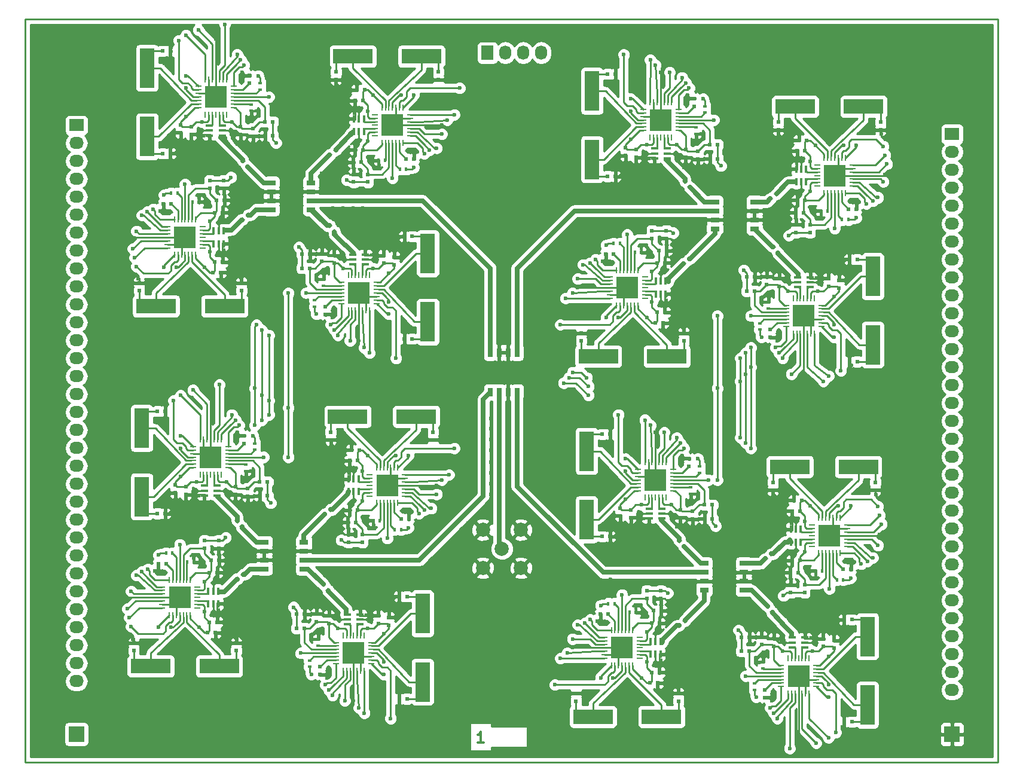
<source format=gbr>
G04 #@! TF.FileFunction,Copper,L1,Top,Signal*
%FSLAX46Y46*%
G04 Gerber Fmt 4.6, Leading zero omitted, Abs format (unit mm)*
G04 Created by KiCad (PCBNEW 4.0.2+dfsg1-stable) date Wed 06 Jul 2016 03:59:11 PM CEST*
%MOMM*%
G01*
G04 APERTURE LIST*
%ADD10C,0.100000*%
%ADD11C,0.300000*%
%ADD12C,0.600000*%
%ADD13O,0.248920X1.000760*%
%ADD14O,1.000760X0.248920*%
%ADD15R,3.048000X3.048000*%
%ADD16R,0.600000X0.400000*%
%ADD17R,0.600000X0.500000*%
%ADD18R,0.500000X0.600000*%
%ADD19R,1.000000X0.350000*%
%ADD20R,2.100580X5.600700*%
%ADD21R,5.600700X2.100580*%
%ADD22R,0.350000X1.000000*%
%ADD23R,0.400000X0.600000*%
%ADD24C,1.998980*%
%ADD25R,2.032000X1.727200*%
%ADD26O,2.032000X1.727200*%
%ADD27R,1.727200X2.032000*%
%ADD28O,1.727200X2.032000*%
%ADD29R,2.235200X2.235200*%
%ADD30R,0.760000X1.270000*%
%ADD31R,1.270000X0.760000*%
%ADD32C,0.250000*%
%ADD33C,0.670000*%
%ADD34C,0.254000*%
G04 APERTURE END LIST*
D10*
D11*
X137178572Y-116178571D02*
X136321429Y-116178571D01*
X136750001Y-116178571D02*
X136750001Y-114678571D01*
X136607144Y-114892857D01*
X136464286Y-115035714D01*
X136321429Y-115107143D01*
D12*
X179000000Y-49150000D03*
X117775000Y-117225000D03*
X120775000Y-117225000D03*
X124775000Y-117225000D03*
X114525000Y-117225000D03*
X111525000Y-117225000D03*
X104025000Y-117225000D03*
X108275000Y-117225000D03*
X168525000Y-116475000D03*
X171525000Y-116475000D03*
X175525000Y-116475000D03*
X165275000Y-116475000D03*
X162275000Y-116475000D03*
X154775000Y-116475000D03*
X159025000Y-116475000D03*
X147000000Y-111250000D03*
X134750000Y-110500000D03*
X145250000Y-108500000D03*
X134750000Y-108250000D03*
X133000000Y-112250000D03*
X148500000Y-113000000D03*
X130500000Y-114250000D03*
X150250000Y-115250000D03*
X145250000Y-105000000D03*
X135000000Y-105000000D03*
X145250000Y-101750000D03*
X135000000Y-101750000D03*
X135000000Y-95250000D03*
X145250000Y-95250000D03*
X135000000Y-98500000D03*
X145250000Y-98500000D03*
X74900000Y-26900000D03*
X74900000Y-22650000D03*
X74900000Y-30150000D03*
X74900000Y-33150000D03*
X74900000Y-43400000D03*
X74900000Y-39400000D03*
X74900000Y-36400000D03*
X74900000Y-60900000D03*
X74900000Y-63900000D03*
X74900000Y-67900000D03*
X74900000Y-57650000D03*
X74900000Y-54650000D03*
X74900000Y-47150000D03*
X74900000Y-51400000D03*
X74900000Y-86900000D03*
X74900000Y-82650000D03*
X74900000Y-90150000D03*
X74900000Y-93150000D03*
X74900000Y-103400000D03*
X74900000Y-99400000D03*
X74900000Y-96400000D03*
X74900000Y-71900000D03*
X74900000Y-74900000D03*
X74900000Y-78900000D03*
X207650000Y-78900000D03*
X207650000Y-74900000D03*
X207650000Y-71900000D03*
X207650000Y-96400000D03*
X207650000Y-99400000D03*
X207650000Y-103400000D03*
X207650000Y-93150000D03*
X207650000Y-90150000D03*
X207650000Y-82650000D03*
X207650000Y-86900000D03*
X207650000Y-51400000D03*
X207650000Y-47150000D03*
X207650000Y-54650000D03*
X207650000Y-57650000D03*
X207650000Y-67900000D03*
X207650000Y-63900000D03*
X207650000Y-60900000D03*
X207650000Y-36400000D03*
X207650000Y-39400000D03*
X207650000Y-43400000D03*
X207650000Y-33150000D03*
X207650000Y-30150000D03*
X207650000Y-22650000D03*
X207650000Y-26900000D03*
X108850000Y-40550000D03*
X108850000Y-39300000D03*
X110600000Y-40550000D03*
X110600000Y-39300000D03*
X110600000Y-36800000D03*
X108850000Y-36800000D03*
X108850000Y-38050000D03*
X110600000Y-38050000D03*
X141925000Y-64525000D03*
X140675000Y-64525000D03*
X142000000Y-63000000D03*
X140750000Y-63000000D03*
X138250000Y-63000000D03*
X138175000Y-64525000D03*
X139425000Y-64525000D03*
X139500000Y-63000000D03*
X173600000Y-40800000D03*
X171850000Y-40800000D03*
X171850000Y-39550000D03*
X173600000Y-39550000D03*
X173600000Y-42050000D03*
X173600000Y-43300000D03*
X171850000Y-42050000D03*
X171850000Y-43300000D03*
X170350000Y-94550000D03*
X170350000Y-93300000D03*
X172100000Y-94550000D03*
X172100000Y-93300000D03*
X172100000Y-90800000D03*
X170350000Y-90800000D03*
X170350000Y-92050000D03*
X172100000Y-92050000D03*
X181900000Y-48000000D03*
X167800000Y-42700000D03*
X166150000Y-49650000D03*
X167100000Y-49000000D03*
X156400000Y-42400000D03*
X156700000Y-39500000D03*
X143500000Y-53650000D03*
X143500000Y-50400000D03*
X144000000Y-49000000D03*
X143500000Y-51900000D03*
X143500000Y-58150000D03*
X143500000Y-56650000D03*
X143500000Y-55150000D03*
X143900000Y-44750000D03*
X142900000Y-46000000D03*
X117750000Y-32500000D03*
X146050000Y-82400000D03*
X159000000Y-90850000D03*
X155100000Y-90700000D03*
X157750000Y-90850000D03*
X162750000Y-90850000D03*
X161500000Y-90850000D03*
X160250000Y-90850000D03*
X116250000Y-80750000D03*
X113800000Y-87400000D03*
X103450000Y-94350000D03*
X161750000Y-28000000D03*
X163250000Y-28000000D03*
X98500000Y-24750000D03*
X100000000Y-24750000D03*
X120250000Y-52500000D03*
X118750000Y-52500000D03*
X185500000Y-87500000D03*
X187000000Y-87500000D03*
X95500000Y-44000000D03*
X94000000Y-44000000D03*
X156750000Y-51750000D03*
X158250000Y-51750000D03*
X125000000Y-28750000D03*
X123500000Y-28750000D03*
X181750000Y-55750000D03*
X183250000Y-55750000D03*
X99250000Y-75750000D03*
X97750000Y-75750000D03*
X122750000Y-79750000D03*
X124250000Y-79750000D03*
X187750000Y-36250000D03*
X186250000Y-36250000D03*
X160750000Y-79250000D03*
X162250000Y-79250000D03*
X157500000Y-102750000D03*
X156250000Y-102750000D03*
X181000000Y-106750000D03*
X182500000Y-106750000D03*
X119500000Y-103500000D03*
X118000000Y-103500000D03*
X93250000Y-95000000D03*
X94750000Y-95000000D03*
X102400000Y-87300000D03*
X103600000Y-88200000D03*
X99700000Y-84200000D03*
X100500000Y-85300000D03*
X98800000Y-83200000D03*
X102600000Y-83000000D03*
X104100000Y-84200000D03*
X101500000Y-86000000D03*
X114800000Y-86500000D03*
X115600000Y-85700000D03*
X116000000Y-84500000D03*
X104700000Y-85600000D03*
X113900000Y-82200000D03*
X115000000Y-81500000D03*
X112600000Y-83000000D03*
X111600000Y-84200000D03*
X110800000Y-85700000D03*
X101200000Y-95700000D03*
X100500000Y-92750000D03*
X101300000Y-91700000D03*
X104400000Y-90500000D03*
X103400000Y-90800000D03*
X102300000Y-91300000D03*
X104400000Y-93800000D03*
X102400000Y-95200000D03*
X114300000Y-95800000D03*
X113400000Y-94800000D03*
X111300000Y-93400000D03*
X105300000Y-93000000D03*
X112500000Y-93900000D03*
X120750000Y-92000000D03*
X117750000Y-95750000D03*
X117000000Y-94750000D03*
X116300000Y-94000000D03*
X127000000Y-89250000D03*
X124500000Y-89250000D03*
X125750000Y-89250000D03*
X125750000Y-92000000D03*
X124500000Y-92000000D03*
X127000000Y-92000000D03*
X115400000Y-93100000D03*
X118000000Y-89250000D03*
X119500000Y-89250000D03*
X114300000Y-91600000D03*
X115500000Y-92000000D03*
X116750000Y-92000000D03*
X119500000Y-92000000D03*
X118000000Y-92000000D03*
X122500000Y-89250000D03*
X121000000Y-89250000D03*
X116750000Y-89250000D03*
X115500000Y-89250000D03*
X114250000Y-89250000D03*
X160250000Y-93250000D03*
X161500000Y-93250000D03*
X162750000Y-93250000D03*
X164250000Y-93250000D03*
X165750000Y-93250000D03*
X164200000Y-88900000D03*
X165100000Y-90000000D03*
X168500000Y-89100000D03*
X165750000Y-90750000D03*
X169250000Y-97250000D03*
X140850000Y-82400000D03*
X138200000Y-82500000D03*
X140600000Y-80900000D03*
X140600000Y-77900000D03*
X140600000Y-79400000D03*
X178000000Y-48400000D03*
X138200000Y-79500000D03*
X138200000Y-78000000D03*
X138200000Y-81000000D03*
X180000000Y-46100000D03*
X180900000Y-47000000D03*
X177900000Y-43200000D03*
X179300000Y-45200000D03*
X178800000Y-44100000D03*
X109600000Y-89050000D03*
X107850000Y-89050000D03*
X107850000Y-87800000D03*
X109600000Y-87800000D03*
X109600000Y-90300000D03*
X109600000Y-91550000D03*
X107850000Y-90300000D03*
X140000000Y-55150000D03*
X140000000Y-56650000D03*
X140000000Y-58150000D03*
X140000000Y-51900000D03*
X140000000Y-48900000D03*
X140000000Y-50400000D03*
X138200000Y-47200000D03*
X107850000Y-91550000D03*
X145750000Y-86000000D03*
X143000000Y-83200000D03*
X145000000Y-80750000D03*
X144500000Y-84750000D03*
X136600000Y-83800000D03*
X135000000Y-85100000D03*
X167500000Y-36600000D03*
X165500000Y-34750000D03*
X161000000Y-39500000D03*
X168200000Y-37700000D03*
X166700000Y-35400000D03*
X164500000Y-42250000D03*
X154000000Y-39500000D03*
X163000000Y-36400000D03*
X127750000Y-42250000D03*
X164500000Y-37750000D03*
X155500000Y-39500000D03*
X154000000Y-42500000D03*
X165500000Y-38700000D03*
X141700000Y-47400000D03*
X167600000Y-44300000D03*
X161500000Y-42250000D03*
X166250000Y-42250000D03*
X164500000Y-39500000D03*
X163000000Y-42250000D03*
X136000000Y-44750000D03*
X136750000Y-46000000D03*
X170200000Y-45800000D03*
X162750000Y-39500000D03*
X160000000Y-42250000D03*
X155200000Y-42400000D03*
X159250000Y-39500000D03*
X158500000Y-42250000D03*
X179600000Y-35900000D03*
X166500000Y-39500000D03*
X175900000Y-37700000D03*
X177200000Y-37100000D03*
X178300000Y-36500000D03*
X143900000Y-71650000D03*
X143900000Y-70150000D03*
X143900000Y-73150000D03*
X143900000Y-74650000D03*
X143900000Y-79400000D03*
X143900000Y-77900000D03*
X143900000Y-76400000D03*
X140600000Y-71650000D03*
X140600000Y-70150000D03*
X140600000Y-73150000D03*
X140600000Y-74650000D03*
X146250000Y-87000000D03*
X134000000Y-82250000D03*
X140600000Y-76400000D03*
X138200000Y-76500000D03*
X135500000Y-80750000D03*
X134750000Y-81500000D03*
X138200000Y-74750000D03*
X138200000Y-73250000D03*
X138200000Y-70250000D03*
X138200000Y-71750000D03*
X168100000Y-48000000D03*
X169100000Y-46900000D03*
X165200000Y-50400000D03*
X177400000Y-41500000D03*
X175500000Y-45500000D03*
X176400000Y-46300000D03*
X177300000Y-47300000D03*
X165800000Y-46200000D03*
X165000000Y-47000000D03*
X166800000Y-45300000D03*
X178200000Y-40600000D03*
X140000000Y-53650000D03*
X180400000Y-38800000D03*
X179250000Y-39750000D03*
X136500000Y-51750000D03*
X136500000Y-53250000D03*
X136500000Y-58000000D03*
X136500000Y-56500000D03*
X136500000Y-55000000D03*
X135500000Y-76500000D03*
X135500000Y-78000000D03*
X135500000Y-79500000D03*
X135500000Y-74750000D03*
X135500000Y-73250000D03*
X115800000Y-40500000D03*
X117300000Y-40500000D03*
X118700000Y-40500000D03*
X120100000Y-40500000D03*
X121500000Y-40750000D03*
X121250000Y-38250000D03*
X119750000Y-38250000D03*
X118250000Y-38250000D03*
X117000000Y-38250000D03*
X115750000Y-38250000D03*
X113800000Y-32900000D03*
X114800000Y-31700000D03*
X116000000Y-30750000D03*
X114200000Y-35600000D03*
X115200000Y-34800000D03*
X103400000Y-36200000D03*
X102600000Y-35300000D03*
X101000000Y-42000000D03*
X101700000Y-44600000D03*
X106100000Y-42000000D03*
X112800000Y-34000000D03*
X117000000Y-29750000D03*
X111700000Y-34800000D03*
X101400000Y-34500000D03*
X99600000Y-32500000D03*
X106300000Y-35100000D03*
X102800000Y-40500000D03*
X102800000Y-44000000D03*
X105000000Y-42800000D03*
X114500000Y-44300000D03*
X116400000Y-34100000D03*
X100500000Y-33400000D03*
X102300000Y-31400000D03*
X104400000Y-33300000D03*
X105100000Y-39600000D03*
X101750000Y-41250000D03*
X103900000Y-43600000D03*
X112900000Y-42500000D03*
X114700000Y-40700000D03*
X125250000Y-40750000D03*
X104200000Y-37100000D03*
X103250000Y-32250000D03*
X103800000Y-40000000D03*
X105300000Y-34300000D03*
X107600000Y-35400000D03*
X113700000Y-43400000D03*
X118800000Y-44800000D03*
X122750000Y-38250000D03*
X125500000Y-38250000D03*
X127250000Y-41000000D03*
X115300000Y-45100000D03*
X116000000Y-41800000D03*
X117000000Y-42900000D03*
X117800000Y-43900000D03*
X113300000Y-45000000D03*
X122750000Y-40750000D03*
X127250000Y-38250000D03*
X136200000Y-49000000D03*
X135500000Y-70250000D03*
X136500000Y-50250000D03*
X177500000Y-91900000D03*
X167200000Y-88200000D03*
X157750000Y-93250000D03*
X163500000Y-87900000D03*
X135500000Y-71750000D03*
X174100000Y-96400000D03*
X166500000Y-87200000D03*
X179300000Y-86900000D03*
X177700000Y-87600000D03*
X176700000Y-94100000D03*
X176700000Y-88700000D03*
X164500000Y-85600000D03*
X162500000Y-86900000D03*
X177400000Y-98900000D03*
X176300000Y-98000000D03*
X165000000Y-97250000D03*
X166000000Y-96250000D03*
X181200000Y-98900000D03*
X180300000Y-98000000D03*
X176300000Y-92500000D03*
X178500000Y-91100000D03*
X175300000Y-89300000D03*
X166500000Y-100500000D03*
X167250000Y-99500000D03*
X168250000Y-98250000D03*
X164000000Y-98000000D03*
X175500000Y-97000000D03*
X177700000Y-95100000D03*
X178500000Y-96100000D03*
X179500000Y-97000000D03*
X179250000Y-90000000D03*
X165600000Y-86300000D03*
X164200000Y-90900000D03*
X155100000Y-93100000D03*
X159000000Y-93250000D03*
X164100000Y-101700000D03*
X165250000Y-101000000D03*
D13*
X163001140Y-76500640D03*
X162500760Y-76500640D03*
X162000380Y-76500640D03*
X161500000Y-76500640D03*
X160999620Y-76500640D03*
X160499240Y-76500640D03*
X159998860Y-76500640D03*
D14*
X159000640Y-77498860D03*
X159000640Y-77999240D03*
X159000640Y-78499620D03*
X159000640Y-79000000D03*
X159000640Y-79500380D03*
X159000640Y-80000760D03*
X159000640Y-80501140D03*
D13*
X159998860Y-81499360D03*
X160499240Y-81499360D03*
X160999620Y-81499360D03*
X161500000Y-81499360D03*
X162000380Y-81499360D03*
X162500760Y-81499360D03*
X163001140Y-81499360D03*
D14*
X163999360Y-80501140D03*
X163999360Y-80000760D03*
X163999360Y-79500380D03*
X163999360Y-79000000D03*
X163999360Y-78499620D03*
X163999360Y-77999240D03*
X163999360Y-77498860D03*
D15*
X161500000Y-79000000D03*
D16*
X166500000Y-80050000D03*
X166500000Y-80950000D03*
X167750000Y-77050000D03*
X167750000Y-77950000D03*
D17*
X168450000Y-82500000D03*
X169550000Y-82500000D03*
D10*
G36*
X164479685Y-87484106D02*
X164873690Y-87176275D01*
X165243087Y-87649082D01*
X164849082Y-87956913D01*
X164479685Y-87484106D01*
X164479685Y-87484106D01*
G37*
G36*
X165156913Y-88350918D02*
X165550918Y-88043087D01*
X165920315Y-88515894D01*
X165526310Y-88823725D01*
X165156913Y-88350918D01*
X165156913Y-88350918D01*
G37*
D17*
X169550000Y-84500000D03*
X168450000Y-84500000D03*
D18*
X166750000Y-83450000D03*
X166750000Y-84550000D03*
D17*
X153950000Y-87000000D03*
X155050000Y-87000000D03*
D18*
X165000000Y-83200000D03*
X165000000Y-84300000D03*
D17*
X153950000Y-72500000D03*
X155050000Y-72500000D03*
D18*
X158000000Y-83200000D03*
X158000000Y-84300000D03*
X166250000Y-77050000D03*
X166250000Y-75950000D03*
X156500000Y-82950000D03*
X156500000Y-84050000D03*
D19*
X160600000Y-84450000D03*
X162400000Y-84450000D03*
X160600000Y-83750000D03*
X162400000Y-83750000D03*
X160600000Y-83050000D03*
X162400000Y-83050000D03*
D20*
X151750000Y-74901140D03*
X151750000Y-84598860D03*
D21*
X152651140Y-112500000D03*
X162348860Y-112500000D03*
D22*
X162200000Y-103650000D03*
X162200000Y-101850000D03*
X161500000Y-103650000D03*
X161500000Y-101850000D03*
X160800000Y-103650000D03*
X160800000Y-101850000D03*
D17*
X160700000Y-107750000D03*
X161800000Y-107750000D03*
X154800000Y-98000000D03*
X153700000Y-98000000D03*
X160950000Y-106250000D03*
X162050000Y-106250000D03*
D18*
X150250000Y-110300000D03*
X150250000Y-109200000D03*
D17*
X160950000Y-99250000D03*
X162050000Y-99250000D03*
D18*
X164750000Y-110300000D03*
X164750000Y-109200000D03*
D17*
X161200000Y-97500000D03*
X162300000Y-97500000D03*
D18*
X162250000Y-94700000D03*
X162250000Y-95800000D03*
D10*
G36*
X164734106Y-99970315D02*
X164426275Y-99576310D01*
X164899082Y-99206913D01*
X165206913Y-99600918D01*
X164734106Y-99970315D01*
X164734106Y-99970315D01*
G37*
G36*
X165600918Y-99293087D02*
X165293087Y-98899082D01*
X165765894Y-98529685D01*
X166073725Y-98923690D01*
X165600918Y-99293087D01*
X165600918Y-99293087D01*
G37*
D18*
X160250000Y-95800000D03*
X160250000Y-94700000D03*
D23*
X154800000Y-96500000D03*
X155700000Y-96500000D03*
X157800000Y-97750000D03*
X158700000Y-97750000D03*
D14*
X154250640Y-101248860D03*
X154250640Y-101749240D03*
X154250640Y-102249620D03*
X154250640Y-102750000D03*
X154250640Y-103250380D03*
X154250640Y-103750760D03*
X154250640Y-104251140D03*
D13*
X155248860Y-105249360D03*
X155749240Y-105249360D03*
X156249620Y-105249360D03*
X156750000Y-105249360D03*
X157250380Y-105249360D03*
X157750760Y-105249360D03*
X158251140Y-105249360D03*
D14*
X159249360Y-104251140D03*
X159249360Y-103750760D03*
X159249360Y-103250380D03*
X159249360Y-102750000D03*
X159249360Y-102249620D03*
X159249360Y-101749240D03*
X159249360Y-101248860D03*
D13*
X158251140Y-100250640D03*
X157750760Y-100250640D03*
X157250380Y-100250640D03*
X156750000Y-100250640D03*
X156249620Y-100250640D03*
X155749240Y-100250640D03*
X155248860Y-100250640D03*
D15*
X156750000Y-102750000D03*
D13*
X180248860Y-109249360D03*
X180749240Y-109249360D03*
X181249620Y-109249360D03*
X181750000Y-109249360D03*
X182250380Y-109249360D03*
X182750760Y-109249360D03*
X183251140Y-109249360D03*
D14*
X184249360Y-108251140D03*
X184249360Y-107750760D03*
X184249360Y-107250380D03*
X184249360Y-106750000D03*
X184249360Y-106249620D03*
X184249360Y-105749240D03*
X184249360Y-105248860D03*
D13*
X183251140Y-104250640D03*
X182750760Y-104250640D03*
X182250380Y-104250640D03*
X181750000Y-104250640D03*
X181249620Y-104250640D03*
X180749240Y-104250640D03*
X180248860Y-104250640D03*
D14*
X179250640Y-105248860D03*
X179250640Y-105749240D03*
X179250640Y-106249620D03*
X179250640Y-106750000D03*
X179250640Y-107250380D03*
X179250640Y-107750760D03*
X179250640Y-108251140D03*
D15*
X181750000Y-106750000D03*
D16*
X176750000Y-105700000D03*
X176750000Y-104800000D03*
X175500000Y-108700000D03*
X175500000Y-107800000D03*
D17*
X174800000Y-103250000D03*
X173700000Y-103250000D03*
D10*
G36*
X178420315Y-97815894D02*
X178026310Y-98123725D01*
X177656913Y-97650918D01*
X178050918Y-97343087D01*
X178420315Y-97815894D01*
X178420315Y-97815894D01*
G37*
G36*
X177743087Y-96949082D02*
X177349082Y-97256913D01*
X176979685Y-96784106D01*
X177373690Y-96476275D01*
X177743087Y-96949082D01*
X177743087Y-96949082D01*
G37*
D17*
X173700000Y-101250000D03*
X174800000Y-101250000D03*
D18*
X176500000Y-102300000D03*
X176500000Y-101200000D03*
D17*
X189300000Y-98750000D03*
X188200000Y-98750000D03*
D18*
X178250000Y-102550000D03*
X178250000Y-101450000D03*
D17*
X189300000Y-113250000D03*
X188200000Y-113250000D03*
D18*
X185250000Y-102550000D03*
X185250000Y-101450000D03*
X177000000Y-108700000D03*
X177000000Y-109800000D03*
X186750000Y-102800000D03*
X186750000Y-101700000D03*
D19*
X182650000Y-101300000D03*
X180850000Y-101300000D03*
X182650000Y-102000000D03*
X180850000Y-102000000D03*
X182650000Y-102700000D03*
X180850000Y-102700000D03*
D20*
X191500000Y-110848860D03*
X191500000Y-101151140D03*
D21*
X190223860Y-77125000D03*
X180526140Y-77125000D03*
D22*
X180675000Y-85975000D03*
X180675000Y-87775000D03*
X181375000Y-85975000D03*
X181375000Y-87775000D03*
X182075000Y-85975000D03*
X182075000Y-87775000D03*
D17*
X182175000Y-81875000D03*
X181075000Y-81875000D03*
X188075000Y-91625000D03*
X189175000Y-91625000D03*
X181925000Y-83375000D03*
X180825000Y-83375000D03*
D18*
X192625000Y-79325000D03*
X192625000Y-80425000D03*
D17*
X181925000Y-90375000D03*
X180825000Y-90375000D03*
D18*
X178125000Y-79325000D03*
X178125000Y-80425000D03*
D17*
X181675000Y-92125000D03*
X180575000Y-92125000D03*
D18*
X180625000Y-94925000D03*
X180625000Y-93825000D03*
D10*
G36*
X178015894Y-89079685D02*
X178323725Y-89473690D01*
X177850918Y-89843087D01*
X177543087Y-89449082D01*
X178015894Y-89079685D01*
X178015894Y-89079685D01*
G37*
G36*
X177149082Y-89756913D02*
X177456913Y-90150918D01*
X176984106Y-90520315D01*
X176676275Y-90126310D01*
X177149082Y-89756913D01*
X177149082Y-89756913D01*
G37*
D18*
X182625000Y-93825000D03*
X182625000Y-94925000D03*
D23*
X188075000Y-93125000D03*
X187175000Y-93125000D03*
X185075000Y-91875000D03*
X184175000Y-91875000D03*
D14*
X188624360Y-88376140D03*
X188624360Y-87875760D03*
X188624360Y-87375380D03*
X188624360Y-86875000D03*
X188624360Y-86374620D03*
X188624360Y-85874240D03*
X188624360Y-85373860D03*
D13*
X187626140Y-84375640D03*
X187125760Y-84375640D03*
X186625380Y-84375640D03*
X186125000Y-84375640D03*
X185624620Y-84375640D03*
X185124240Y-84375640D03*
X184623860Y-84375640D03*
D14*
X183625640Y-85373860D03*
X183625640Y-85874240D03*
X183625640Y-86374620D03*
X183625640Y-86875000D03*
X183625640Y-87375380D03*
X183625640Y-87875760D03*
X183625640Y-88376140D03*
D13*
X184623860Y-89374360D03*
X185124240Y-89374360D03*
X185624620Y-89374360D03*
X186125000Y-89374360D03*
X186625380Y-89374360D03*
X187125760Y-89374360D03*
X187626140Y-89374360D03*
D15*
X186125000Y-86875000D03*
D14*
X189374360Y-37376140D03*
X189374360Y-36875760D03*
X189374360Y-36375380D03*
X189374360Y-35875000D03*
X189374360Y-35374620D03*
X189374360Y-34874240D03*
X189374360Y-34373860D03*
D13*
X188376140Y-33375640D03*
X187875760Y-33375640D03*
X187375380Y-33375640D03*
X186875000Y-33375640D03*
X186374620Y-33375640D03*
X185874240Y-33375640D03*
X185373860Y-33375640D03*
D14*
X184375640Y-34373860D03*
X184375640Y-34874240D03*
X184375640Y-35374620D03*
X184375640Y-35875000D03*
X184375640Y-36375380D03*
X184375640Y-36875760D03*
X184375640Y-37376140D03*
D13*
X185373860Y-38374360D03*
X185874240Y-38374360D03*
X186374620Y-38374360D03*
X186875000Y-38374360D03*
X187375380Y-38374360D03*
X187875760Y-38374360D03*
X188376140Y-38374360D03*
D15*
X186875000Y-35875000D03*
D23*
X185825000Y-40875000D03*
X184925000Y-40875000D03*
X188825000Y-42125000D03*
X187925000Y-42125000D03*
D18*
X183375000Y-42825000D03*
X183375000Y-43925000D03*
D10*
G36*
X178715894Y-38079685D02*
X179023725Y-38473690D01*
X178550918Y-38843087D01*
X178243087Y-38449082D01*
X178715894Y-38079685D01*
X178715894Y-38079685D01*
G37*
G36*
X177849082Y-38756913D02*
X178156913Y-39150918D01*
X177684106Y-39520315D01*
X177376275Y-39126310D01*
X177849082Y-38756913D01*
X177849082Y-38756913D01*
G37*
D18*
X181375000Y-43925000D03*
X181375000Y-42825000D03*
D17*
X182425000Y-41125000D03*
X181325000Y-41125000D03*
D18*
X178875000Y-28325000D03*
X178875000Y-29425000D03*
D17*
X182675000Y-39375000D03*
X181575000Y-39375000D03*
D18*
X193375000Y-28325000D03*
X193375000Y-29425000D03*
D17*
X182675000Y-32375000D03*
X181575000Y-32375000D03*
X188825000Y-40625000D03*
X189925000Y-40625000D03*
X182925000Y-30875000D03*
X181825000Y-30875000D03*
D22*
X181425000Y-34975000D03*
X181425000Y-36775000D03*
X182125000Y-34975000D03*
X182125000Y-36775000D03*
X182825000Y-34975000D03*
X182825000Y-36775000D03*
D21*
X190973860Y-26125000D03*
X181276140Y-26125000D03*
D20*
X192250000Y-59848860D03*
X192250000Y-50151140D03*
D19*
X183400000Y-50300000D03*
X181600000Y-50300000D03*
X183400000Y-51000000D03*
X181600000Y-51000000D03*
X183400000Y-51700000D03*
X181600000Y-51700000D03*
D18*
X187500000Y-51800000D03*
X187500000Y-50700000D03*
X177750000Y-57700000D03*
X177750000Y-58800000D03*
X186000000Y-51550000D03*
X186000000Y-50450000D03*
D17*
X190050000Y-62250000D03*
X188950000Y-62250000D03*
D18*
X179000000Y-51550000D03*
X179000000Y-50450000D03*
D17*
X190050000Y-47750000D03*
X188950000Y-47750000D03*
D18*
X177250000Y-51300000D03*
X177250000Y-50200000D03*
D17*
X174450000Y-50250000D03*
X175550000Y-50250000D03*
D10*
G36*
X179220315Y-46915894D02*
X178826310Y-47223725D01*
X178456913Y-46750918D01*
X178850918Y-46443087D01*
X179220315Y-46915894D01*
X179220315Y-46915894D01*
G37*
G36*
X178543087Y-46049082D02*
X178149082Y-46356913D01*
X177779685Y-45884106D01*
X178173690Y-45576275D01*
X178543087Y-46049082D01*
X178543087Y-46049082D01*
G37*
D17*
X175550000Y-52250000D03*
X174450000Y-52250000D03*
D16*
X176250000Y-57700000D03*
X176250000Y-56800000D03*
X177500000Y-54700000D03*
X177500000Y-53800000D03*
D13*
X180998860Y-58249360D03*
X181499240Y-58249360D03*
X181999620Y-58249360D03*
X182500000Y-58249360D03*
X183000380Y-58249360D03*
X183500760Y-58249360D03*
X184001140Y-58249360D03*
D14*
X184999360Y-57251140D03*
X184999360Y-56750760D03*
X184999360Y-56250380D03*
X184999360Y-55750000D03*
X184999360Y-55249620D03*
X184999360Y-54749240D03*
X184999360Y-54248860D03*
D13*
X184001140Y-53250640D03*
X183500760Y-53250640D03*
X183000380Y-53250640D03*
X182500000Y-53250640D03*
X181999620Y-53250640D03*
X181499240Y-53250640D03*
X180998860Y-53250640D03*
D14*
X180000640Y-54248860D03*
X180000640Y-54749240D03*
X180000640Y-55249620D03*
X180000640Y-55750000D03*
X180000640Y-56250380D03*
X180000640Y-56750760D03*
X180000640Y-57251140D03*
D15*
X182500000Y-55750000D03*
D14*
X155000640Y-50248860D03*
X155000640Y-50749240D03*
X155000640Y-51249620D03*
X155000640Y-51750000D03*
X155000640Y-52250380D03*
X155000640Y-52750760D03*
X155000640Y-53251140D03*
D13*
X155998860Y-54249360D03*
X156499240Y-54249360D03*
X156999620Y-54249360D03*
X157500000Y-54249360D03*
X158000380Y-54249360D03*
X158500760Y-54249360D03*
X159001140Y-54249360D03*
D14*
X159999360Y-53251140D03*
X159999360Y-52750760D03*
X159999360Y-52250380D03*
X159999360Y-51750000D03*
X159999360Y-51249620D03*
X159999360Y-50749240D03*
X159999360Y-50248860D03*
D13*
X159001140Y-49250640D03*
X158500760Y-49250640D03*
X158000380Y-49250640D03*
X157500000Y-49250640D03*
X156999620Y-49250640D03*
X156499240Y-49250640D03*
X155998860Y-49250640D03*
D15*
X157500000Y-51750000D03*
D23*
X158550000Y-46750000D03*
X159450000Y-46750000D03*
X155550000Y-45500000D03*
X156450000Y-45500000D03*
D18*
X161000000Y-44800000D03*
X161000000Y-43700000D03*
D10*
G36*
X165384106Y-48720315D02*
X165076275Y-48326310D01*
X165549082Y-47956913D01*
X165856913Y-48350918D01*
X165384106Y-48720315D01*
X165384106Y-48720315D01*
G37*
G36*
X166250918Y-48043087D02*
X165943087Y-47649082D01*
X166415894Y-47279685D01*
X166723725Y-47673690D01*
X166250918Y-48043087D01*
X166250918Y-48043087D01*
G37*
D18*
X163000000Y-43700000D03*
X163000000Y-44800000D03*
D17*
X161950000Y-46500000D03*
X163050000Y-46500000D03*
D18*
X165500000Y-59300000D03*
X165500000Y-58200000D03*
D17*
X161700000Y-48250000D03*
X162800000Y-48250000D03*
D18*
X151000000Y-59300000D03*
X151000000Y-58200000D03*
D17*
X161700000Y-55250000D03*
X162800000Y-55250000D03*
X155550000Y-47000000D03*
X154450000Y-47000000D03*
X161450000Y-56750000D03*
X162550000Y-56750000D03*
D22*
X162950000Y-52650000D03*
X162950000Y-50850000D03*
X162250000Y-52650000D03*
X162250000Y-50850000D03*
X161550000Y-52650000D03*
X161550000Y-50850000D03*
D21*
X153401140Y-61500000D03*
X163098860Y-61500000D03*
D20*
X152500000Y-23901140D03*
X152500000Y-33598860D03*
D19*
X161350000Y-33450000D03*
X163150000Y-33450000D03*
X161350000Y-32750000D03*
X163150000Y-32750000D03*
X161350000Y-32050000D03*
X163150000Y-32050000D03*
D18*
X157250000Y-31950000D03*
X157250000Y-33050000D03*
X167000000Y-26050000D03*
X167000000Y-24950000D03*
X158750000Y-32200000D03*
X158750000Y-33300000D03*
D17*
X154700000Y-21500000D03*
X155800000Y-21500000D03*
D18*
X165750000Y-32200000D03*
X165750000Y-33300000D03*
D17*
X154700000Y-36000000D03*
X155800000Y-36000000D03*
D18*
X167500000Y-32450000D03*
X167500000Y-33550000D03*
D17*
X170300000Y-33500000D03*
X169200000Y-33500000D03*
D10*
G36*
X165279685Y-36584106D02*
X165673690Y-36276275D01*
X166043087Y-36749082D01*
X165649082Y-37056913D01*
X165279685Y-36584106D01*
X165279685Y-36584106D01*
G37*
G36*
X165956913Y-37450918D02*
X166350918Y-37143087D01*
X166720315Y-37615894D01*
X166326310Y-37923725D01*
X165956913Y-37450918D01*
X165956913Y-37450918D01*
G37*
D17*
X169200000Y-31500000D03*
X170300000Y-31500000D03*
D16*
X168500000Y-26050000D03*
X168500000Y-26950000D03*
X167250000Y-29050000D03*
X167250000Y-29950000D03*
D13*
X163751140Y-25500640D03*
X163250760Y-25500640D03*
X162750380Y-25500640D03*
X162250000Y-25500640D03*
X161749620Y-25500640D03*
X161249240Y-25500640D03*
X160748860Y-25500640D03*
D14*
X159750640Y-26498860D03*
X159750640Y-26999240D03*
X159750640Y-27499620D03*
X159750640Y-28000000D03*
X159750640Y-28500380D03*
X159750640Y-29000760D03*
X159750640Y-29501140D03*
D13*
X160748860Y-30499360D03*
X161249240Y-30499360D03*
X161749620Y-30499360D03*
X162250000Y-30499360D03*
X162750380Y-30499360D03*
X163250760Y-30499360D03*
X163751140Y-30499360D03*
D14*
X164749360Y-29501140D03*
X164749360Y-29000760D03*
X164749360Y-28500380D03*
X164749360Y-28000000D03*
X164749360Y-27499620D03*
X164749360Y-26999240D03*
X164749360Y-26498860D03*
D15*
X162250000Y-28000000D03*
D13*
X117248860Y-105999360D03*
X117749240Y-105999360D03*
X118249620Y-105999360D03*
X118750000Y-105999360D03*
X119250380Y-105999360D03*
X119750760Y-105999360D03*
X120251140Y-105999360D03*
D14*
X121249360Y-105001140D03*
X121249360Y-104500760D03*
X121249360Y-104000380D03*
X121249360Y-103500000D03*
X121249360Y-102999620D03*
X121249360Y-102499240D03*
X121249360Y-101998860D03*
D13*
X120251140Y-101000640D03*
X119750760Y-101000640D03*
X119250380Y-101000640D03*
X118750000Y-101000640D03*
X118249620Y-101000640D03*
X117749240Y-101000640D03*
X117248860Y-101000640D03*
D14*
X116250640Y-101998860D03*
X116250640Y-102499240D03*
X116250640Y-102999620D03*
X116250640Y-103500000D03*
X116250640Y-104000380D03*
X116250640Y-104500760D03*
X116250640Y-105001140D03*
D15*
X118750000Y-103500000D03*
D16*
X113750000Y-102450000D03*
X113750000Y-101550000D03*
X112500000Y-105450000D03*
X112500000Y-104550000D03*
D17*
X111800000Y-100000000D03*
X110700000Y-100000000D03*
D10*
G36*
X115520315Y-94715894D02*
X115126310Y-95023725D01*
X114756913Y-94550918D01*
X115150918Y-94243087D01*
X115520315Y-94715894D01*
X115520315Y-94715894D01*
G37*
G36*
X114843087Y-93849082D02*
X114449082Y-94156913D01*
X114079685Y-93684106D01*
X114473690Y-93376275D01*
X114843087Y-93849082D01*
X114843087Y-93849082D01*
G37*
D17*
X110700000Y-98000000D03*
X111800000Y-98000000D03*
D18*
X113500000Y-99050000D03*
X113500000Y-97950000D03*
D17*
X126300000Y-95500000D03*
X125200000Y-95500000D03*
D18*
X115250000Y-99300000D03*
X115250000Y-98200000D03*
D17*
X126300000Y-110000000D03*
X125200000Y-110000000D03*
D18*
X122250000Y-99300000D03*
X122250000Y-98200000D03*
X114000000Y-105450000D03*
X114000000Y-106550000D03*
X123750000Y-99550000D03*
X123750000Y-98450000D03*
D19*
X119650000Y-98050000D03*
X117850000Y-98050000D03*
X119650000Y-98750000D03*
X117850000Y-98750000D03*
X119650000Y-99450000D03*
X117850000Y-99450000D03*
D20*
X128500000Y-107598860D03*
X128500000Y-97901140D03*
D21*
X127598860Y-70000000D03*
X117901140Y-70000000D03*
D22*
X118050000Y-78850000D03*
X118050000Y-80650000D03*
X118750000Y-78850000D03*
X118750000Y-80650000D03*
X119450000Y-78850000D03*
X119450000Y-80650000D03*
D17*
X119550000Y-74750000D03*
X118450000Y-74750000D03*
X125450000Y-84500000D03*
X126550000Y-84500000D03*
X119300000Y-76250000D03*
X118200000Y-76250000D03*
D18*
X130000000Y-72200000D03*
X130000000Y-73300000D03*
D17*
X119300000Y-83250000D03*
X118200000Y-83250000D03*
D18*
X115500000Y-72200000D03*
X115500000Y-73300000D03*
D17*
X119050000Y-85000000D03*
X117950000Y-85000000D03*
D18*
X118000000Y-87800000D03*
X118000000Y-86700000D03*
D10*
G36*
X115615894Y-82779685D02*
X115923725Y-83173690D01*
X115450918Y-83543087D01*
X115143087Y-83149082D01*
X115615894Y-82779685D01*
X115615894Y-82779685D01*
G37*
G36*
X114749082Y-83456913D02*
X115056913Y-83850918D01*
X114584106Y-84220315D01*
X114276275Y-83826310D01*
X114749082Y-83456913D01*
X114749082Y-83456913D01*
G37*
D18*
X120000000Y-86700000D03*
X120000000Y-87800000D03*
D23*
X125450000Y-86000000D03*
X124550000Y-86000000D03*
X122450000Y-84750000D03*
X121550000Y-84750000D03*
D14*
X125999360Y-81251140D03*
X125999360Y-80750760D03*
X125999360Y-80250380D03*
X125999360Y-79750000D03*
X125999360Y-79249620D03*
X125999360Y-78749240D03*
X125999360Y-78248860D03*
D13*
X125001140Y-77250640D03*
X124500760Y-77250640D03*
X124000380Y-77250640D03*
X123500000Y-77250640D03*
X122999620Y-77250640D03*
X122499240Y-77250640D03*
X121998860Y-77250640D03*
D14*
X121000640Y-78248860D03*
X121000640Y-78749240D03*
X121000640Y-79249620D03*
X121000640Y-79750000D03*
X121000640Y-80250380D03*
X121000640Y-80750760D03*
X121000640Y-81251140D03*
D13*
X121998860Y-82249360D03*
X122499240Y-82249360D03*
X122999620Y-82249360D03*
X123500000Y-82249360D03*
X124000380Y-82249360D03*
X124500760Y-82249360D03*
X125001140Y-82249360D03*
D15*
X123500000Y-79750000D03*
D13*
X100001140Y-73250640D03*
X99500760Y-73250640D03*
X99000380Y-73250640D03*
X98500000Y-73250640D03*
X97999620Y-73250640D03*
X97499240Y-73250640D03*
X96998860Y-73250640D03*
D14*
X96000640Y-74248860D03*
X96000640Y-74749240D03*
X96000640Y-75249620D03*
X96000640Y-75750000D03*
X96000640Y-76250380D03*
X96000640Y-76750760D03*
X96000640Y-77251140D03*
D13*
X96998860Y-78249360D03*
X97499240Y-78249360D03*
X97999620Y-78249360D03*
X98500000Y-78249360D03*
X99000380Y-78249360D03*
X99500760Y-78249360D03*
X100001140Y-78249360D03*
D14*
X100999360Y-77251140D03*
X100999360Y-76750760D03*
X100999360Y-76250380D03*
X100999360Y-75750000D03*
X100999360Y-75249620D03*
X100999360Y-74749240D03*
X100999360Y-74248860D03*
D15*
X98500000Y-75750000D03*
D16*
X103500000Y-76800000D03*
X103500000Y-77700000D03*
X104750000Y-73800000D03*
X104750000Y-74700000D03*
D17*
X105450000Y-79250000D03*
X106550000Y-79250000D03*
D10*
G36*
X101879685Y-84684106D02*
X102273690Y-84376275D01*
X102643087Y-84849082D01*
X102249082Y-85156913D01*
X101879685Y-84684106D01*
X101879685Y-84684106D01*
G37*
G36*
X102556913Y-85550918D02*
X102950918Y-85243087D01*
X103320315Y-85715894D01*
X102926310Y-86023725D01*
X102556913Y-85550918D01*
X102556913Y-85550918D01*
G37*
D17*
X106550000Y-81250000D03*
X105450000Y-81250000D03*
D18*
X103750000Y-80200000D03*
X103750000Y-81300000D03*
D17*
X90950000Y-83750000D03*
X92050000Y-83750000D03*
D18*
X102000000Y-79950000D03*
X102000000Y-81050000D03*
D17*
X90950000Y-69250000D03*
X92050000Y-69250000D03*
D18*
X95000000Y-79950000D03*
X95000000Y-81050000D03*
X103250000Y-73800000D03*
X103250000Y-72700000D03*
X93500000Y-79700000D03*
X93500000Y-80800000D03*
D19*
X97600000Y-81200000D03*
X99400000Y-81200000D03*
X97600000Y-80500000D03*
X99400000Y-80500000D03*
X97600000Y-79800000D03*
X99400000Y-79800000D03*
D20*
X88750000Y-71651140D03*
X88750000Y-81348860D03*
D21*
X90026140Y-105375000D03*
X99723860Y-105375000D03*
D22*
X99575000Y-96525000D03*
X99575000Y-94725000D03*
X98875000Y-96525000D03*
X98875000Y-94725000D03*
X98175000Y-96525000D03*
X98175000Y-94725000D03*
D17*
X98075000Y-100625000D03*
X99175000Y-100625000D03*
X92175000Y-90875000D03*
X91075000Y-90875000D03*
X98325000Y-99125000D03*
X99425000Y-99125000D03*
D18*
X87625000Y-103175000D03*
X87625000Y-102075000D03*
D17*
X98325000Y-92125000D03*
X99425000Y-92125000D03*
D18*
X102125000Y-103175000D03*
X102125000Y-102075000D03*
D17*
X98575000Y-90375000D03*
X99675000Y-90375000D03*
D18*
X99625000Y-87575000D03*
X99625000Y-88675000D03*
D10*
G36*
X102184106Y-93420315D02*
X101876275Y-93026310D01*
X102349082Y-92656913D01*
X102656913Y-93050918D01*
X102184106Y-93420315D01*
X102184106Y-93420315D01*
G37*
G36*
X103050918Y-92743087D02*
X102743087Y-92349082D01*
X103215894Y-91979685D01*
X103523725Y-92373690D01*
X103050918Y-92743087D01*
X103050918Y-92743087D01*
G37*
D18*
X97625000Y-88675000D03*
X97625000Y-87575000D03*
D23*
X92175000Y-89375000D03*
X93075000Y-89375000D03*
X95175000Y-90625000D03*
X96075000Y-90625000D03*
D14*
X91625640Y-94123860D03*
X91625640Y-94624240D03*
X91625640Y-95124620D03*
X91625640Y-95625000D03*
X91625640Y-96125380D03*
X91625640Y-96625760D03*
X91625640Y-97126140D03*
D13*
X92623860Y-98124360D03*
X93124240Y-98124360D03*
X93624620Y-98124360D03*
X94125000Y-98124360D03*
X94625380Y-98124360D03*
X95125760Y-98124360D03*
X95626140Y-98124360D03*
D14*
X96624360Y-97126140D03*
X96624360Y-96625760D03*
X96624360Y-96125380D03*
X96624360Y-95625000D03*
X96624360Y-95124620D03*
X96624360Y-94624240D03*
X96624360Y-94123860D03*
D13*
X95626140Y-93125640D03*
X95125760Y-93125640D03*
X94625380Y-93125640D03*
X94125000Y-93125640D03*
X93624620Y-93125640D03*
X93124240Y-93125640D03*
X92623860Y-93125640D03*
D15*
X94125000Y-95625000D03*
D14*
X92375640Y-43123860D03*
X92375640Y-43624240D03*
X92375640Y-44124620D03*
X92375640Y-44625000D03*
X92375640Y-45125380D03*
X92375640Y-45625760D03*
X92375640Y-46126140D03*
D13*
X93373860Y-47124360D03*
X93874240Y-47124360D03*
X94374620Y-47124360D03*
X94875000Y-47124360D03*
X95375380Y-47124360D03*
X95875760Y-47124360D03*
X96376140Y-47124360D03*
D14*
X97374360Y-46126140D03*
X97374360Y-45625760D03*
X97374360Y-45125380D03*
X97374360Y-44625000D03*
X97374360Y-44124620D03*
X97374360Y-43624240D03*
X97374360Y-43123860D03*
D13*
X96376140Y-42125640D03*
X95875760Y-42125640D03*
X95375380Y-42125640D03*
X94875000Y-42125640D03*
X94374620Y-42125640D03*
X93874240Y-42125640D03*
X93373860Y-42125640D03*
D15*
X94875000Y-44625000D03*
D23*
X95925000Y-39625000D03*
X96825000Y-39625000D03*
X92925000Y-38375000D03*
X93825000Y-38375000D03*
D18*
X98375000Y-37675000D03*
X98375000Y-36575000D03*
D10*
G36*
X102884106Y-42520315D02*
X102576275Y-42126310D01*
X103049082Y-41756913D01*
X103356913Y-42150918D01*
X102884106Y-42520315D01*
X102884106Y-42520315D01*
G37*
G36*
X103750918Y-41843087D02*
X103443087Y-41449082D01*
X103915894Y-41079685D01*
X104223725Y-41473690D01*
X103750918Y-41843087D01*
X103750918Y-41843087D01*
G37*
D18*
X100375000Y-36575000D03*
X100375000Y-37675000D03*
D17*
X99325000Y-39375000D03*
X100425000Y-39375000D03*
D18*
X102875000Y-52175000D03*
X102875000Y-51075000D03*
D17*
X99075000Y-41125000D03*
X100175000Y-41125000D03*
D18*
X88375000Y-52175000D03*
X88375000Y-51075000D03*
D17*
X99075000Y-48125000D03*
X100175000Y-48125000D03*
X92925000Y-39875000D03*
X91825000Y-39875000D03*
X98825000Y-49625000D03*
X99925000Y-49625000D03*
D22*
X100325000Y-45525000D03*
X100325000Y-43725000D03*
X99625000Y-45525000D03*
X99625000Y-43725000D03*
X98925000Y-45525000D03*
X98925000Y-43725000D03*
D21*
X90776140Y-54375000D03*
X100473860Y-54375000D03*
D20*
X89500000Y-20651140D03*
X89500000Y-30348860D03*
D19*
X98350000Y-30200000D03*
X100150000Y-30200000D03*
X98350000Y-29500000D03*
X100150000Y-29500000D03*
X98350000Y-28800000D03*
X100150000Y-28800000D03*
D18*
X94250000Y-28700000D03*
X94250000Y-29800000D03*
X104000000Y-22800000D03*
X104000000Y-21700000D03*
X95750000Y-28950000D03*
X95750000Y-30050000D03*
D17*
X91700000Y-18250000D03*
X92800000Y-18250000D03*
D18*
X102750000Y-28950000D03*
X102750000Y-30050000D03*
D17*
X91700000Y-32750000D03*
X92800000Y-32750000D03*
D18*
X104500000Y-29200000D03*
X104500000Y-30300000D03*
D17*
X107300000Y-30250000D03*
X106200000Y-30250000D03*
D10*
G36*
X102679685Y-33684106D02*
X103073690Y-33376275D01*
X103443087Y-33849082D01*
X103049082Y-34156913D01*
X102679685Y-33684106D01*
X102679685Y-33684106D01*
G37*
G36*
X103356913Y-34550918D02*
X103750918Y-34243087D01*
X104120315Y-34715894D01*
X103726310Y-35023725D01*
X103356913Y-34550918D01*
X103356913Y-34550918D01*
G37*
D17*
X106200000Y-28250000D03*
X107300000Y-28250000D03*
D16*
X105500000Y-22800000D03*
X105500000Y-23700000D03*
X104250000Y-25800000D03*
X104250000Y-26700000D03*
D13*
X100751140Y-22250640D03*
X100250760Y-22250640D03*
X99750380Y-22250640D03*
X99250000Y-22250640D03*
X98749620Y-22250640D03*
X98249240Y-22250640D03*
X97748860Y-22250640D03*
D14*
X96750640Y-23248860D03*
X96750640Y-23749240D03*
X96750640Y-24249620D03*
X96750640Y-24750000D03*
X96750640Y-25250380D03*
X96750640Y-25750760D03*
X96750640Y-26251140D03*
D13*
X97748860Y-27249360D03*
X98249240Y-27249360D03*
X98749620Y-27249360D03*
X99250000Y-27249360D03*
X99750380Y-27249360D03*
X100250760Y-27249360D03*
X100751140Y-27249360D03*
D14*
X101749360Y-26251140D03*
X101749360Y-25750760D03*
X101749360Y-25250380D03*
X101749360Y-24750000D03*
X101749360Y-24249620D03*
X101749360Y-23749240D03*
X101749360Y-23248860D03*
D15*
X99250000Y-24750000D03*
D14*
X126749360Y-30251140D03*
X126749360Y-29750760D03*
X126749360Y-29250380D03*
X126749360Y-28750000D03*
X126749360Y-28249620D03*
X126749360Y-27749240D03*
X126749360Y-27248860D03*
D13*
X125751140Y-26250640D03*
X125250760Y-26250640D03*
X124750380Y-26250640D03*
X124250000Y-26250640D03*
X123749620Y-26250640D03*
X123249240Y-26250640D03*
X122748860Y-26250640D03*
D14*
X121750640Y-27248860D03*
X121750640Y-27749240D03*
X121750640Y-28249620D03*
X121750640Y-28750000D03*
X121750640Y-29250380D03*
X121750640Y-29750760D03*
X121750640Y-30251140D03*
D13*
X122748860Y-31249360D03*
X123249240Y-31249360D03*
X123749620Y-31249360D03*
X124250000Y-31249360D03*
X124750380Y-31249360D03*
X125250760Y-31249360D03*
X125751140Y-31249360D03*
D15*
X124250000Y-28750000D03*
D23*
X123200000Y-33750000D03*
X122300000Y-33750000D03*
X126200000Y-35000000D03*
X125300000Y-35000000D03*
D18*
X120750000Y-35700000D03*
X120750000Y-36800000D03*
D10*
G36*
X116315894Y-31879685D02*
X116623725Y-32273690D01*
X116150918Y-32643087D01*
X115843087Y-32249082D01*
X116315894Y-31879685D01*
X116315894Y-31879685D01*
G37*
G36*
X115449082Y-32556913D02*
X115756913Y-32950918D01*
X115284106Y-33320315D01*
X114976275Y-32926310D01*
X115449082Y-32556913D01*
X115449082Y-32556913D01*
G37*
D18*
X118750000Y-36800000D03*
X118750000Y-35700000D03*
D17*
X119800000Y-34000000D03*
X118700000Y-34000000D03*
D18*
X116250000Y-21200000D03*
X116250000Y-22300000D03*
D17*
X120050000Y-32250000D03*
X118950000Y-32250000D03*
D18*
X130750000Y-21200000D03*
X130750000Y-22300000D03*
D17*
X120050000Y-25250000D03*
X118950000Y-25250000D03*
X126200000Y-33500000D03*
X127300000Y-33500000D03*
X120300000Y-23750000D03*
X119200000Y-23750000D03*
D22*
X118800000Y-27850000D03*
X118800000Y-29650000D03*
X119500000Y-27850000D03*
X119500000Y-29650000D03*
X120200000Y-27850000D03*
X120200000Y-29650000D03*
D21*
X128348860Y-19000000D03*
X118651140Y-19000000D03*
D20*
X129250000Y-56598860D03*
X129250000Y-46901140D03*
D19*
X120400000Y-47050000D03*
X118600000Y-47050000D03*
X120400000Y-47750000D03*
X118600000Y-47750000D03*
X120400000Y-48450000D03*
X118600000Y-48450000D03*
D18*
X124500000Y-48550000D03*
X124500000Y-47450000D03*
X114750000Y-54450000D03*
X114750000Y-55550000D03*
X123000000Y-48300000D03*
X123000000Y-47200000D03*
D17*
X127050000Y-59000000D03*
X125950000Y-59000000D03*
D18*
X116000000Y-48300000D03*
X116000000Y-47200000D03*
D17*
X127050000Y-44500000D03*
X125950000Y-44500000D03*
D18*
X114250000Y-48050000D03*
X114250000Y-46950000D03*
D17*
X111450000Y-47000000D03*
X112550000Y-47000000D03*
D10*
G36*
X116420315Y-43915894D02*
X116026310Y-44223725D01*
X115656913Y-43750918D01*
X116050918Y-43443087D01*
X116420315Y-43915894D01*
X116420315Y-43915894D01*
G37*
G36*
X115743087Y-43049082D02*
X115349082Y-43356913D01*
X114979685Y-42884106D01*
X115373690Y-42576275D01*
X115743087Y-43049082D01*
X115743087Y-43049082D01*
G37*
D17*
X112550000Y-49000000D03*
X111450000Y-49000000D03*
D16*
X113250000Y-54450000D03*
X113250000Y-53550000D03*
X114500000Y-51450000D03*
X114500000Y-50550000D03*
D13*
X117998860Y-54999360D03*
X118499240Y-54999360D03*
X118999620Y-54999360D03*
X119500000Y-54999360D03*
X120000380Y-54999360D03*
X120500760Y-54999360D03*
X121001140Y-54999360D03*
D14*
X121999360Y-54001140D03*
X121999360Y-53500760D03*
X121999360Y-53000380D03*
X121999360Y-52500000D03*
X121999360Y-51999620D03*
X121999360Y-51499240D03*
X121999360Y-50998860D03*
D13*
X121001140Y-50000640D03*
X120500760Y-50000640D03*
X120000380Y-50000640D03*
X119500000Y-50000640D03*
X118999620Y-50000640D03*
X118499240Y-50000640D03*
X117998860Y-50000640D03*
D14*
X117000640Y-50998860D03*
X117000640Y-51499240D03*
X117000640Y-51999620D03*
X117000640Y-52500000D03*
X117000640Y-53000380D03*
X117000640Y-53500760D03*
X117000640Y-54001140D03*
D15*
X119500000Y-52500000D03*
D24*
X139750000Y-88750000D03*
X142450020Y-86049980D03*
X137049980Y-86049980D03*
X137049980Y-91450020D03*
X142450020Y-91450020D03*
D25*
X203500000Y-30000000D03*
D26*
X203500000Y-32540000D03*
X203500000Y-35080000D03*
X203500000Y-37620000D03*
X203500000Y-40160000D03*
X203500000Y-42700000D03*
X203500000Y-45240000D03*
X203500000Y-47780000D03*
X203500000Y-50320000D03*
X203500000Y-52860000D03*
X203500000Y-55400000D03*
X203500000Y-57940000D03*
X203500000Y-60480000D03*
X203500000Y-63020000D03*
X203500000Y-65560000D03*
X203500000Y-68100000D03*
X203500000Y-70640000D03*
X203500000Y-73180000D03*
X203500000Y-75720000D03*
X203500000Y-78260000D03*
X203500000Y-80800000D03*
X203500000Y-83340000D03*
X203500000Y-85880000D03*
X203500000Y-88420000D03*
X203500000Y-90960000D03*
X203500000Y-93500000D03*
X203500000Y-96040000D03*
X203500000Y-98580000D03*
X203500000Y-101120000D03*
X203500000Y-103660000D03*
X203500000Y-106200000D03*
X203500000Y-108740000D03*
D25*
X79500000Y-28750000D03*
D26*
X79500000Y-31290000D03*
X79500000Y-33830000D03*
X79500000Y-36370000D03*
X79500000Y-38910000D03*
X79500000Y-41450000D03*
X79500000Y-43990000D03*
X79500000Y-46530000D03*
X79500000Y-49070000D03*
X79500000Y-51610000D03*
X79500000Y-54150000D03*
X79500000Y-56690000D03*
X79500000Y-59230000D03*
X79500000Y-61770000D03*
X79500000Y-64310000D03*
X79500000Y-66850000D03*
X79500000Y-69390000D03*
X79500000Y-71930000D03*
X79500000Y-74470000D03*
X79500000Y-77010000D03*
X79500000Y-79550000D03*
X79500000Y-82090000D03*
X79500000Y-84630000D03*
X79500000Y-87170000D03*
X79500000Y-89710000D03*
X79500000Y-92250000D03*
X79500000Y-94790000D03*
X79500000Y-97330000D03*
X79500000Y-99870000D03*
X79500000Y-102410000D03*
X79500000Y-104950000D03*
X79500000Y-107490000D03*
D27*
X137700000Y-18500000D03*
D28*
X140240000Y-18500000D03*
X142780000Y-18500000D03*
X145320000Y-18500000D03*
D29*
X79500000Y-115000000D03*
X203500000Y-115000000D03*
D30*
X138095000Y-60945000D03*
X138095000Y-66555000D03*
X139365000Y-60945000D03*
X139365000Y-66555000D03*
X140635000Y-60945000D03*
X140635000Y-66555000D03*
X141905000Y-60945000D03*
X141905000Y-66555000D03*
D31*
X107095000Y-40705000D03*
X112705000Y-40705000D03*
X107095000Y-39435000D03*
X112705000Y-39435000D03*
X107095000Y-38165000D03*
X112705000Y-38165000D03*
X107095000Y-36895000D03*
X112705000Y-36895000D03*
X106095000Y-91605000D03*
X111705000Y-91605000D03*
X106095000Y-90335000D03*
X111705000Y-90335000D03*
X106095000Y-89065000D03*
X111705000Y-89065000D03*
X106095000Y-87795000D03*
X111705000Y-87795000D03*
X175505000Y-39595000D03*
X169895000Y-39595000D03*
X175505000Y-40865000D03*
X169895000Y-40865000D03*
X175505000Y-42135000D03*
X169895000Y-42135000D03*
X175505000Y-43405000D03*
X169895000Y-43405000D03*
X174005000Y-90795000D03*
X168395000Y-90795000D03*
X174005000Y-92065000D03*
X168395000Y-92065000D03*
X174005000Y-93335000D03*
X168395000Y-93335000D03*
X174005000Y-94605000D03*
X168395000Y-94605000D03*
D12*
X87000000Y-95750000D03*
X165250000Y-75500000D03*
X167500000Y-81250000D03*
X156500000Y-86000000D03*
X166750000Y-85500000D03*
X161500000Y-72250000D03*
X149750000Y-102750000D03*
X163250000Y-97500000D03*
X163750000Y-107750000D03*
X159000000Y-96750000D03*
X153250000Y-99000000D03*
X178000000Y-110250000D03*
X175750000Y-104500000D03*
X186750000Y-99750000D03*
X176500000Y-100250000D03*
X181750000Y-115000000D03*
X179625000Y-92125000D03*
X179125000Y-81875000D03*
X192750000Y-81000000D03*
X183875000Y-92875000D03*
X189625000Y-90625000D03*
X188000000Y-114000000D03*
X149000000Y-109250000D03*
X155250000Y-71500000D03*
X193250000Y-86750000D03*
X194000000Y-35750000D03*
X156000000Y-20500000D03*
X149750000Y-58250000D03*
X189250000Y-62750000D03*
X190375000Y-39625000D03*
X184625000Y-41875000D03*
X193500000Y-30000000D03*
X179875000Y-30875000D03*
X180375000Y-41125000D03*
X182500000Y-64000000D03*
X177250000Y-49250000D03*
X187500000Y-48750000D03*
X176500000Y-53500000D03*
X178750000Y-59250000D03*
X154000000Y-48000000D03*
X159750000Y-45750000D03*
X164500000Y-56750000D03*
X164000000Y-46500000D03*
X150500000Y-51750000D03*
X162250000Y-21250000D03*
X167500000Y-34500000D03*
X157250000Y-35000000D03*
X168250000Y-30250000D03*
X166000000Y-24500000D03*
X115000000Y-107000000D03*
X112750000Y-101250000D03*
X123750000Y-96500000D03*
X113500000Y-97000000D03*
X118750000Y-110250000D03*
X130500000Y-79750000D03*
X117000000Y-85000000D03*
X116500000Y-74750000D03*
X121250000Y-85750000D03*
X127000000Y-83500000D03*
X102250000Y-72250000D03*
X104500000Y-78000000D03*
X93500000Y-82750000D03*
X103750000Y-82250000D03*
X98500000Y-67500000D03*
X100625000Y-90375000D03*
X101125000Y-100625000D03*
X87500000Y-101500000D03*
X96375000Y-89625000D03*
X90625000Y-91875000D03*
X92250000Y-68500000D03*
X131250000Y-73250000D03*
X125000000Y-111000000D03*
X87750000Y-44750000D03*
X125750000Y-60000000D03*
X132000000Y-22250000D03*
X93000000Y-17500000D03*
X91375000Y-40875000D03*
X97125000Y-38625000D03*
X88250000Y-50500000D03*
X101875000Y-49625000D03*
X101375000Y-39375000D03*
X99250000Y-16500000D03*
X104500000Y-31250000D03*
X94250000Y-31750000D03*
X105250000Y-27000000D03*
X103000000Y-21250000D03*
X127750000Y-32500000D03*
X122000000Y-34750000D03*
X117250000Y-23750000D03*
X117750000Y-34000000D03*
X131250000Y-28750000D03*
X119500000Y-59250000D03*
X114250000Y-46000000D03*
X124500000Y-45500000D03*
X113500000Y-50250000D03*
X115750000Y-56000000D03*
X163750000Y-82500000D03*
X159500000Y-82500000D03*
X157250000Y-77750000D03*
X157250000Y-81750000D03*
X157250000Y-76000000D03*
X167500000Y-76000000D03*
X153750000Y-96750000D03*
X153750000Y-107000000D03*
X159500000Y-107000000D03*
X155500000Y-107000000D03*
X160250000Y-104750000D03*
X160250000Y-100500000D03*
X179500000Y-103250000D03*
X183750000Y-103250000D03*
X186000000Y-108000000D03*
X186000000Y-104000000D03*
X186000000Y-109750000D03*
X175750000Y-109750000D03*
X189125000Y-92875000D03*
X189125000Y-82625000D03*
X183375000Y-82625000D03*
X187375000Y-82625000D03*
X182625000Y-84875000D03*
X182625000Y-89125000D03*
X183375000Y-38125000D03*
X183375000Y-33875000D03*
X188125000Y-31625000D03*
X184125000Y-31625000D03*
X189875000Y-31625000D03*
X189875000Y-41875000D03*
X176500000Y-58750000D03*
X186750000Y-58750000D03*
X186750000Y-53000000D03*
X186750000Y-57000000D03*
X184500000Y-52250000D03*
X180250000Y-52250000D03*
X161000000Y-49500000D03*
X161000000Y-53750000D03*
X156250000Y-56000000D03*
X160250000Y-56000000D03*
X154500000Y-56000000D03*
X154500000Y-45750000D03*
X168250000Y-25000000D03*
X158000000Y-25000000D03*
X158000000Y-30750000D03*
X158000000Y-26750000D03*
X160250000Y-31500000D03*
X164500000Y-31500000D03*
X116500000Y-100000000D03*
X120750000Y-100000000D03*
X123000000Y-104750000D03*
X123000000Y-100750000D03*
X123000000Y-106500000D03*
X112750000Y-106500000D03*
X126500000Y-85750000D03*
X126500000Y-75500000D03*
X120750000Y-75500000D03*
X124750000Y-75500000D03*
X120000000Y-77750000D03*
X120000000Y-82000000D03*
X100750000Y-79250000D03*
X96500000Y-79250000D03*
X94250000Y-74500000D03*
X94250000Y-78500000D03*
X94250000Y-72750000D03*
X104500000Y-72750000D03*
X91125000Y-89625000D03*
X91125000Y-99875000D03*
X96875000Y-99875000D03*
X92875000Y-99875000D03*
X97625000Y-97625000D03*
X97625000Y-93375000D03*
X98375000Y-42375000D03*
X98375000Y-46625000D03*
X93625000Y-48875000D03*
X97625000Y-48875000D03*
X91875000Y-48875000D03*
X91875000Y-38625000D03*
X105250000Y-21750000D03*
X95000000Y-21750000D03*
X95000000Y-27500000D03*
X95000000Y-23500000D03*
X97250000Y-28250000D03*
X101500000Y-28250000D03*
X120750000Y-31000000D03*
X120750000Y-26750000D03*
X125500000Y-24500000D03*
X121500000Y-24500000D03*
X127250000Y-24500000D03*
X127250000Y-34750000D03*
X113500000Y-55500000D03*
X123750000Y-55500000D03*
X123750000Y-49750000D03*
X123750000Y-53750000D03*
X121500000Y-49000000D03*
X117250000Y-49000000D03*
X163250000Y-95000000D03*
X170000000Y-85500000D03*
X173250000Y-100250000D03*
X179625000Y-95375000D03*
X180375000Y-44375000D03*
X174000000Y-49250000D03*
X170750000Y-34500000D03*
X164000000Y-44000000D03*
X117000000Y-87500000D03*
X110250000Y-97000000D03*
X107000000Y-82250000D03*
X100625000Y-87125000D03*
X101375000Y-36125000D03*
X107750000Y-31250000D03*
X111000000Y-46000000D03*
X117750000Y-36500000D03*
X149000000Y-103500000D03*
X148000000Y-104250000D03*
X147250000Y-108000000D03*
X160750000Y-71250000D03*
X160000000Y-70500000D03*
X156250000Y-69750000D03*
X193500000Y-85250000D03*
X193250000Y-84000000D03*
X193000000Y-82750000D03*
X184250000Y-116250000D03*
X186000000Y-115500000D03*
X187000000Y-114750000D03*
X131250000Y-79000000D03*
X132250000Y-78250000D03*
X133000000Y-74500000D03*
X119500000Y-111250000D03*
X120250000Y-112000000D03*
X124000000Y-112750000D03*
X86750000Y-97250000D03*
X87000000Y-98500000D03*
X87250000Y-99750000D03*
X96000000Y-66250000D03*
X94250000Y-67000000D03*
X93250000Y-67750000D03*
X187750000Y-63500000D03*
X186000000Y-64250000D03*
X185250000Y-65000000D03*
X193750000Y-31750000D03*
X194000000Y-33000000D03*
X194250000Y-34250000D03*
X157000000Y-18750000D03*
X160750000Y-19500000D03*
X161500000Y-20250000D03*
X148000000Y-57000000D03*
X148750000Y-53250000D03*
X149750000Y-52500000D03*
X94000000Y-16750000D03*
X95000000Y-16000000D03*
X96750000Y-15250000D03*
X88000000Y-48750000D03*
X87500000Y-46250000D03*
X124750000Y-61750000D03*
X121000000Y-61000000D03*
X120250000Y-60250000D03*
X133750000Y-23500000D03*
X133000000Y-27250000D03*
X132000000Y-28000000D03*
X104750000Y-66000000D03*
X175000000Y-63000000D03*
X105000000Y-57000000D03*
X104750000Y-71250000D03*
X175000000Y-60250000D03*
X175000000Y-74500000D03*
X177750000Y-111250000D03*
X152250000Y-98750000D03*
X165500000Y-74500000D03*
X190625000Y-90875000D03*
X191375000Y-39875000D03*
X166250000Y-23500000D03*
X153000000Y-47750000D03*
X178500000Y-60250000D03*
X102500000Y-71250000D03*
X128000000Y-83750000D03*
X114750000Y-108000000D03*
X89625000Y-91625000D03*
X90375000Y-40625000D03*
X115500000Y-57000000D03*
X128750000Y-32750000D03*
X103250000Y-20250000D03*
X152000000Y-67000000D03*
X148500000Y-65250000D03*
X109500000Y-68750000D03*
X170250000Y-66000000D03*
X109500000Y-52500000D03*
X109500000Y-75750000D03*
X170250000Y-55750000D03*
X170250000Y-79000000D03*
X186125000Y-94375000D03*
X174250000Y-106750000D03*
X156750000Y-95250000D03*
X169000000Y-79000000D03*
X169750000Y-28000000D03*
X157500000Y-44250000D03*
X175000000Y-55750000D03*
X186875000Y-43375000D03*
X94125000Y-88125000D03*
X106000000Y-75750000D03*
X123500000Y-87250000D03*
X111250000Y-103500000D03*
X112000000Y-52500000D03*
X124250000Y-36250000D03*
X106750000Y-24750000D03*
X94875000Y-37125000D03*
X151750000Y-64500000D03*
X149750000Y-63750000D03*
X105750000Y-67000000D03*
X174250000Y-64000000D03*
X105750000Y-57750000D03*
X105750000Y-70500000D03*
X174250000Y-61000000D03*
X174250000Y-73750000D03*
X178250000Y-112000000D03*
X151500000Y-99250000D03*
X165000000Y-73750000D03*
X191500000Y-90500000D03*
X192250000Y-39500000D03*
X165750000Y-22750000D03*
X152250000Y-48250000D03*
X179000000Y-61000000D03*
X102000000Y-70500000D03*
X128750000Y-83250000D03*
X115250000Y-108750000D03*
X88750000Y-92000000D03*
X89500000Y-41000000D03*
X116000000Y-57750000D03*
X129500000Y-32250000D03*
X102750000Y-19500000D03*
X152000000Y-65750000D03*
X149250000Y-64500000D03*
X173500000Y-65000000D03*
X106750000Y-67750000D03*
X106750000Y-58500000D03*
X106750000Y-69750000D03*
X173500000Y-61750000D03*
X173500000Y-73000000D03*
X178750000Y-112750000D03*
X150500000Y-99500000D03*
X164500000Y-73000000D03*
X192250000Y-90000000D03*
X193000000Y-39000000D03*
X165250000Y-22000000D03*
X151250000Y-48500000D03*
X179500000Y-61750000D03*
X101500000Y-69750000D03*
X129750000Y-83000000D03*
X115750000Y-109500000D03*
X88000000Y-92500000D03*
X88750000Y-41500000D03*
X116500000Y-58500000D03*
X130500000Y-32000000D03*
X102250000Y-18750000D03*
X100500000Y-14500000D03*
X88000000Y-43750000D03*
X87750000Y-47500000D03*
X118250000Y-59250000D03*
X131250000Y-30000000D03*
X99750000Y-65500000D03*
X87250000Y-94750000D03*
X117500000Y-110250000D03*
X130500000Y-81000000D03*
X180500000Y-117000000D03*
X193000000Y-88250000D03*
X162750000Y-72250000D03*
X149750000Y-101500000D03*
X180750000Y-64000000D03*
X193750000Y-36750000D03*
X163500000Y-21250000D03*
X150500000Y-50500000D03*
D32*
X72250000Y-13750000D02*
X74000000Y-13750000D01*
X72250000Y-119000000D02*
X72250000Y-13750000D01*
X210000000Y-119000000D02*
X72250000Y-119000000D01*
X210000000Y-13750000D02*
X210000000Y-119000000D01*
X74000000Y-13750000D02*
X210000000Y-13750000D01*
D33*
X139365000Y-66555000D02*
X139365000Y-88365000D01*
X139365000Y-88365000D02*
X139750000Y-88750000D01*
X139365000Y-88365000D02*
X139750000Y-88750000D01*
D32*
X139250000Y-88250000D02*
X139750000Y-88750000D01*
X93624620Y-98124360D02*
X93624620Y-96125380D01*
X93624620Y-96125380D02*
X94125000Y-95625000D01*
X91625640Y-96625760D02*
X93124240Y-96625760D01*
X93124240Y-96625760D02*
X94125000Y-95625000D01*
X119750760Y-105999360D02*
X119750760Y-104500760D01*
X119750760Y-104500760D02*
X118750000Y-103500000D01*
X121249360Y-104000380D02*
X119250380Y-104000380D01*
X119250380Y-104000380D02*
X118750000Y-103500000D01*
X125999360Y-78749240D02*
X124500760Y-78749240D01*
X124500760Y-78749240D02*
X123500000Y-79750000D01*
X124000380Y-77250640D02*
X124000380Y-79249620D01*
X124000380Y-79249620D02*
X123500000Y-79750000D01*
X96000640Y-75249620D02*
X97999620Y-75249620D01*
X97999620Y-75249620D02*
X98500000Y-75750000D01*
X97499240Y-73250640D02*
X97499240Y-74749240D01*
X97499240Y-74749240D02*
X98500000Y-75750000D01*
X94374620Y-47124360D02*
X94374620Y-45125380D01*
X94374620Y-45125380D02*
X94875000Y-44625000D01*
X92375640Y-45625760D02*
X93874240Y-45625760D01*
X93874240Y-45625760D02*
X94875000Y-44625000D01*
X120500760Y-54999360D02*
X120500760Y-53500760D01*
X120500760Y-53500760D02*
X119500000Y-52500000D01*
X121999360Y-53000380D02*
X120000380Y-53000380D01*
X120000380Y-53000380D02*
X119500000Y-52500000D01*
X96750640Y-24249620D02*
X98749620Y-24249620D01*
X98749620Y-24249620D02*
X99250000Y-24750000D01*
X98249240Y-22250640D02*
X98249240Y-23749240D01*
X98249240Y-23749240D02*
X99250000Y-24750000D01*
X126749360Y-27749240D02*
X125250760Y-27749240D01*
X125250760Y-27749240D02*
X124250000Y-28750000D01*
X124750380Y-26250640D02*
X124750380Y-28249620D01*
X124750380Y-28249620D02*
X124250000Y-28750000D01*
X159750640Y-27499620D02*
X161749620Y-27499620D01*
X161749620Y-27499620D02*
X162250000Y-28000000D01*
X161249240Y-25500640D02*
X161249240Y-26999240D01*
X161249240Y-26999240D02*
X162250000Y-28000000D01*
X187375380Y-33375640D02*
X187375380Y-35374620D01*
X187375380Y-35374620D02*
X186875000Y-35875000D01*
X189374360Y-34874240D02*
X187875760Y-34874240D01*
X187875760Y-34874240D02*
X186875000Y-35875000D01*
X155000640Y-52750760D02*
X156499240Y-52750760D01*
X156499240Y-52750760D02*
X157500000Y-51750000D01*
X156999620Y-54249360D02*
X156999620Y-52250380D01*
X156999620Y-52250380D02*
X157500000Y-51750000D01*
X183500760Y-58249360D02*
X183500760Y-56750760D01*
X183500760Y-56750760D02*
X182500000Y-55750000D01*
X184999360Y-56250380D02*
X183000380Y-56250380D01*
X183000380Y-56250380D02*
X182500000Y-55750000D01*
X188624360Y-85874240D02*
X187125760Y-85874240D01*
X187125760Y-85874240D02*
X186125000Y-86875000D01*
X186625380Y-84375640D02*
X186625380Y-86374620D01*
X186625380Y-86374620D02*
X186125000Y-86875000D01*
X159000640Y-78499620D02*
X160999620Y-78499620D01*
X160999620Y-78499620D02*
X161500000Y-79000000D01*
X160499240Y-76500640D02*
X160499240Y-77999240D01*
X160499240Y-77999240D02*
X161500000Y-79000000D01*
X154250640Y-103750760D02*
X155749240Y-103750760D01*
X155749240Y-103750760D02*
X156750000Y-102750000D01*
X156249620Y-105249360D02*
X156249620Y-103250380D01*
X156249620Y-103250380D02*
X156750000Y-102750000D01*
X182750760Y-109249360D02*
X182750760Y-107750760D01*
X182750760Y-107750760D02*
X181750000Y-106750000D01*
X184249360Y-107250380D02*
X182250380Y-107250380D01*
X182250380Y-107250380D02*
X181750000Y-106750000D01*
X91625640Y-95625000D02*
X87125000Y-95625000D01*
X87125000Y-95625000D02*
X87000000Y-95750000D01*
X165700000Y-75950000D02*
X165250000Y-75500000D01*
X166250000Y-75950000D02*
X165700000Y-75950000D01*
X167200000Y-80950000D02*
X167500000Y-81250000D01*
X166500000Y-80950000D02*
X167200000Y-80950000D01*
X155500000Y-87000000D02*
X155050000Y-87000000D01*
X155500000Y-87000000D02*
X156500000Y-86000000D01*
X156500000Y-84050000D02*
X156500000Y-86000000D01*
X157250000Y-86000000D02*
X158000000Y-85250000D01*
X158000000Y-85250000D02*
X158000000Y-84300000D01*
X156500000Y-86000000D02*
X157250000Y-86000000D01*
X158700000Y-84300000D02*
X159250000Y-83750000D01*
X159250000Y-83750000D02*
X160600000Y-83750000D01*
X158000000Y-84300000D02*
X158700000Y-84300000D01*
X160450000Y-84300000D02*
X160600000Y-84450000D01*
X158700000Y-84300000D02*
X160450000Y-84300000D01*
X164750000Y-84250000D02*
X165000000Y-84300000D01*
X164250000Y-83750000D02*
X164750000Y-84250000D01*
X162400000Y-83750000D02*
X164250000Y-83750000D01*
X165000000Y-85000000D02*
X165000000Y-84300000D01*
X165500000Y-85500000D02*
X166750000Y-85500000D01*
X165000000Y-85000000D02*
X165500000Y-85500000D01*
X166750000Y-84550000D02*
X166750000Y-85500000D01*
X168450000Y-85050000D02*
X168000000Y-85500000D01*
X168000000Y-85500000D02*
X166750000Y-85500000D01*
X168450000Y-84500000D02*
X168450000Y-85050000D01*
X161500000Y-76500640D02*
X161500000Y-79000000D01*
X161500000Y-76500640D02*
X161500000Y-72250000D01*
X154250640Y-102750000D02*
X149750000Y-102750000D01*
X154250640Y-102750000D02*
X156750000Y-102750000D01*
X162250000Y-95800000D02*
X162800000Y-95800000D01*
X163250000Y-96250000D02*
X163250000Y-97500000D01*
X162800000Y-95800000D02*
X163250000Y-96250000D01*
X162300000Y-97500000D02*
X163250000Y-97500000D01*
X162750000Y-99250000D02*
X163250000Y-98750000D01*
X163250000Y-98750000D02*
X163250000Y-97500000D01*
X162750000Y-99250000D02*
X162050000Y-99250000D01*
X161500000Y-101850000D02*
X161500000Y-100000000D01*
X161500000Y-100000000D02*
X162000000Y-99500000D01*
X162000000Y-99500000D02*
X162050000Y-99250000D01*
X162050000Y-105550000D02*
X162050000Y-103800000D01*
X162050000Y-103800000D02*
X162200000Y-103650000D01*
X162050000Y-106250000D02*
X162050000Y-105550000D01*
X161500000Y-105000000D02*
X161500000Y-103650000D01*
X162050000Y-105550000D02*
X161500000Y-105000000D01*
X163750000Y-107750000D02*
X163750000Y-107000000D01*
X163000000Y-106250000D02*
X162050000Y-106250000D01*
X163750000Y-107000000D02*
X163000000Y-106250000D01*
X161800000Y-107750000D02*
X163750000Y-107750000D01*
X164750000Y-108750000D02*
X163750000Y-107750000D01*
X164750000Y-108750000D02*
X164750000Y-109200000D01*
X158700000Y-97750000D02*
X158700000Y-97050000D01*
X158700000Y-97050000D02*
X159000000Y-96750000D01*
X153700000Y-98000000D02*
X153700000Y-98550000D01*
X153700000Y-98550000D02*
X153250000Y-99000000D01*
X177550000Y-109800000D02*
X178000000Y-110250000D01*
X177000000Y-109800000D02*
X177550000Y-109800000D01*
X176050000Y-104800000D02*
X175750000Y-104500000D01*
X176750000Y-104800000D02*
X176050000Y-104800000D01*
X187750000Y-98750000D02*
X188200000Y-98750000D01*
X187750000Y-98750000D02*
X186750000Y-99750000D01*
X186750000Y-101700000D02*
X186750000Y-99750000D01*
X186000000Y-99750000D02*
X185250000Y-100500000D01*
X185250000Y-100500000D02*
X185250000Y-101450000D01*
X186750000Y-99750000D02*
X186000000Y-99750000D01*
X184550000Y-101450000D02*
X184000000Y-102000000D01*
X184000000Y-102000000D02*
X182650000Y-102000000D01*
X185250000Y-101450000D02*
X184550000Y-101450000D01*
X182800000Y-101450000D02*
X182650000Y-101300000D01*
X184550000Y-101450000D02*
X182800000Y-101450000D01*
X178500000Y-101500000D02*
X178250000Y-101450000D01*
X179000000Y-102000000D02*
X178500000Y-101500000D01*
X180850000Y-102000000D02*
X179000000Y-102000000D01*
X178250000Y-100750000D02*
X178250000Y-101450000D01*
X177750000Y-100250000D02*
X176500000Y-100250000D01*
X178250000Y-100750000D02*
X177750000Y-100250000D01*
X176500000Y-101200000D02*
X176500000Y-100250000D01*
X174800000Y-100700000D02*
X175250000Y-100250000D01*
X175250000Y-100250000D02*
X176500000Y-100250000D01*
X174800000Y-101250000D02*
X174800000Y-100700000D01*
X181750000Y-109249360D02*
X181750000Y-106750000D01*
X181750000Y-109249360D02*
X181750000Y-115000000D01*
X188624360Y-86875000D02*
X186125000Y-86875000D01*
X180625000Y-93825000D02*
X180075000Y-93825000D01*
X179625000Y-93375000D02*
X179625000Y-92125000D01*
X180075000Y-93825000D02*
X179625000Y-93375000D01*
X180575000Y-92125000D02*
X179625000Y-92125000D01*
X180125000Y-90375000D02*
X179625000Y-90875000D01*
X179625000Y-90875000D02*
X179625000Y-92125000D01*
X180125000Y-90375000D02*
X180825000Y-90375000D01*
X181375000Y-87775000D02*
X181375000Y-89625000D01*
X181375000Y-89625000D02*
X180875000Y-90125000D01*
X180875000Y-90125000D02*
X180825000Y-90375000D01*
X180825000Y-84075000D02*
X180825000Y-85825000D01*
X180825000Y-85825000D02*
X180675000Y-85975000D01*
X180825000Y-83375000D02*
X180825000Y-84075000D01*
X181375000Y-84625000D02*
X181375000Y-85975000D01*
X180825000Y-84075000D02*
X181375000Y-84625000D01*
X179125000Y-81875000D02*
X179125000Y-82625000D01*
X179875000Y-83375000D02*
X180825000Y-83375000D01*
X179125000Y-82625000D02*
X179875000Y-83375000D01*
X181075000Y-81875000D02*
X179125000Y-81875000D01*
X178125000Y-80875000D02*
X179125000Y-81875000D01*
X178125000Y-80875000D02*
X178125000Y-80425000D01*
X192625000Y-80425000D02*
X192625000Y-81125000D01*
X192625000Y-81125000D02*
X192750000Y-81000000D01*
X184175000Y-91875000D02*
X184175000Y-92575000D01*
X184175000Y-92575000D02*
X183875000Y-92875000D01*
X189175000Y-91625000D02*
X189175000Y-91075000D01*
X189175000Y-91075000D02*
X189625000Y-90625000D01*
X187950000Y-113950000D02*
X188000000Y-114000000D01*
X188200000Y-113250000D02*
X187950000Y-113950000D01*
X149050000Y-109200000D02*
X149000000Y-109250000D01*
X150250000Y-109200000D02*
X149050000Y-109200000D01*
X155050000Y-71700000D02*
X155250000Y-71500000D01*
X155050000Y-72500000D02*
X155050000Y-71700000D01*
X193125000Y-86875000D02*
X193250000Y-86750000D01*
X188624360Y-86875000D02*
X193125000Y-86875000D01*
X189374360Y-35875000D02*
X193875000Y-35875000D01*
X193875000Y-35875000D02*
X194000000Y-35750000D01*
X155800000Y-21500000D02*
X155800000Y-20700000D01*
X155800000Y-20700000D02*
X156000000Y-20500000D01*
X151000000Y-58200000D02*
X149800000Y-58200000D01*
X149800000Y-58200000D02*
X149750000Y-58250000D01*
X188950000Y-62250000D02*
X189200000Y-62700000D01*
X189200000Y-62700000D02*
X189250000Y-62750000D01*
X189925000Y-40075000D02*
X190375000Y-39625000D01*
X189925000Y-40625000D02*
X189925000Y-40075000D01*
X184925000Y-41575000D02*
X184625000Y-41875000D01*
X184925000Y-40875000D02*
X184925000Y-41575000D01*
X193375000Y-30125000D02*
X193500000Y-30000000D01*
X193375000Y-29425000D02*
X193375000Y-30125000D01*
X178875000Y-29875000D02*
X178875000Y-29425000D01*
X178875000Y-29875000D02*
X179875000Y-30875000D01*
X181825000Y-30875000D02*
X179875000Y-30875000D01*
X179875000Y-31625000D02*
X180625000Y-32375000D01*
X180625000Y-32375000D02*
X181575000Y-32375000D01*
X179875000Y-30875000D02*
X179875000Y-31625000D01*
X181575000Y-33075000D02*
X182125000Y-33625000D01*
X182125000Y-33625000D02*
X182125000Y-34975000D01*
X181575000Y-32375000D02*
X181575000Y-33075000D01*
X181575000Y-34825000D02*
X181425000Y-34975000D01*
X181575000Y-33075000D02*
X181575000Y-34825000D01*
X181625000Y-39125000D02*
X181575000Y-39375000D01*
X182125000Y-38625000D02*
X181625000Y-39125000D01*
X182125000Y-36775000D02*
X182125000Y-38625000D01*
X180875000Y-39375000D02*
X181575000Y-39375000D01*
X180375000Y-39875000D02*
X180375000Y-41125000D01*
X180875000Y-39375000D02*
X180375000Y-39875000D01*
X181325000Y-41125000D02*
X180375000Y-41125000D01*
X180825000Y-42825000D02*
X180375000Y-42375000D01*
X180375000Y-42375000D02*
X180375000Y-41125000D01*
X181375000Y-42825000D02*
X180825000Y-42825000D01*
X189374360Y-35875000D02*
X186875000Y-35875000D01*
X182500000Y-58249360D02*
X182500000Y-64000000D01*
X182500000Y-58249360D02*
X182500000Y-55750000D01*
X175550000Y-50250000D02*
X175550000Y-49700000D01*
X176000000Y-49250000D02*
X177250000Y-49250000D01*
X175550000Y-49700000D02*
X176000000Y-49250000D01*
X177250000Y-50200000D02*
X177250000Y-49250000D01*
X179000000Y-49750000D02*
X178500000Y-49250000D01*
X178500000Y-49250000D02*
X177250000Y-49250000D01*
X179000000Y-49750000D02*
X179000000Y-50450000D01*
X181600000Y-51000000D02*
X179750000Y-51000000D01*
X179750000Y-51000000D02*
X179250000Y-50500000D01*
X179250000Y-50500000D02*
X179000000Y-50450000D01*
X185300000Y-50450000D02*
X183550000Y-50450000D01*
X183550000Y-50450000D02*
X183400000Y-50300000D01*
X186000000Y-50450000D02*
X185300000Y-50450000D01*
X184750000Y-51000000D02*
X183400000Y-51000000D01*
X185300000Y-50450000D02*
X184750000Y-51000000D01*
X187500000Y-48750000D02*
X186750000Y-48750000D01*
X186000000Y-49500000D02*
X186000000Y-50450000D01*
X186750000Y-48750000D02*
X186000000Y-49500000D01*
X187500000Y-50700000D02*
X187500000Y-48750000D01*
X188500000Y-47750000D02*
X187500000Y-48750000D01*
X188500000Y-47750000D02*
X188950000Y-47750000D01*
X177500000Y-53800000D02*
X176800000Y-53800000D01*
X176800000Y-53800000D02*
X176500000Y-53500000D01*
X177750000Y-58800000D02*
X178300000Y-58800000D01*
X178300000Y-58800000D02*
X178750000Y-59250000D01*
X154450000Y-47550000D02*
X154000000Y-48000000D01*
X154450000Y-47000000D02*
X154450000Y-47550000D01*
X159450000Y-46050000D02*
X159750000Y-45750000D01*
X159450000Y-46750000D02*
X159450000Y-46050000D01*
X165500000Y-57750000D02*
X165500000Y-58200000D01*
X165500000Y-57750000D02*
X164500000Y-56750000D01*
X162550000Y-56750000D02*
X164500000Y-56750000D01*
X164500000Y-56000000D02*
X163750000Y-55250000D01*
X163750000Y-55250000D02*
X162800000Y-55250000D01*
X164500000Y-56750000D02*
X164500000Y-56000000D01*
X162800000Y-54550000D02*
X162250000Y-54000000D01*
X162250000Y-54000000D02*
X162250000Y-52650000D01*
X162800000Y-55250000D02*
X162800000Y-54550000D01*
X162800000Y-52800000D02*
X162950000Y-52650000D01*
X162800000Y-54550000D02*
X162800000Y-52800000D01*
X162750000Y-48500000D02*
X162800000Y-48250000D01*
X162250000Y-49000000D02*
X162750000Y-48500000D01*
X162250000Y-50850000D02*
X162250000Y-49000000D01*
X163500000Y-48250000D02*
X162800000Y-48250000D01*
X164000000Y-47750000D02*
X164000000Y-46500000D01*
X163500000Y-48250000D02*
X164000000Y-47750000D01*
X163050000Y-46500000D02*
X164000000Y-46500000D01*
X163550000Y-44800000D02*
X164000000Y-45250000D01*
X164000000Y-45250000D02*
X164000000Y-46500000D01*
X163000000Y-44800000D02*
X163550000Y-44800000D01*
X155000640Y-51750000D02*
X157500000Y-51750000D01*
X155000640Y-51750000D02*
X150500000Y-51750000D01*
X162250000Y-25500640D02*
X162250000Y-21250000D01*
X162250000Y-25500640D02*
X162250000Y-28000000D01*
X169200000Y-33500000D02*
X169200000Y-34050000D01*
X168750000Y-34500000D02*
X167500000Y-34500000D01*
X169200000Y-34050000D02*
X168750000Y-34500000D01*
X167500000Y-33550000D02*
X167500000Y-34500000D01*
X165750000Y-34000000D02*
X166250000Y-34500000D01*
X166250000Y-34500000D02*
X167500000Y-34500000D01*
X165750000Y-34000000D02*
X165750000Y-33300000D01*
X163150000Y-32750000D02*
X165000000Y-32750000D01*
X165000000Y-32750000D02*
X165500000Y-33250000D01*
X165500000Y-33250000D02*
X165750000Y-33300000D01*
X159450000Y-33300000D02*
X161200000Y-33300000D01*
X161200000Y-33300000D02*
X161350000Y-33450000D01*
X158750000Y-33300000D02*
X159450000Y-33300000D01*
X160000000Y-32750000D02*
X161350000Y-32750000D01*
X159450000Y-33300000D02*
X160000000Y-32750000D01*
X157250000Y-35000000D02*
X158000000Y-35000000D01*
X158750000Y-34250000D02*
X158750000Y-33300000D01*
X158000000Y-35000000D02*
X158750000Y-34250000D01*
X157250000Y-33050000D02*
X157250000Y-35000000D01*
X156250000Y-36000000D02*
X157250000Y-35000000D01*
X156250000Y-36000000D02*
X155800000Y-36000000D01*
X167250000Y-29950000D02*
X167950000Y-29950000D01*
X167950000Y-29950000D02*
X168250000Y-30250000D01*
X167000000Y-24950000D02*
X166450000Y-24950000D01*
X166450000Y-24950000D02*
X166000000Y-24500000D01*
X114550000Y-106550000D02*
X115000000Y-107000000D01*
X114000000Y-106550000D02*
X114550000Y-106550000D01*
X113050000Y-101550000D02*
X112750000Y-101250000D01*
X113750000Y-101550000D02*
X113050000Y-101550000D01*
X124750000Y-95500000D02*
X125200000Y-95500000D01*
X124750000Y-95500000D02*
X123750000Y-96500000D01*
X123750000Y-98450000D02*
X123750000Y-96500000D01*
X123000000Y-96500000D02*
X122250000Y-97250000D01*
X122250000Y-97250000D02*
X122250000Y-98200000D01*
X123750000Y-96500000D02*
X123000000Y-96500000D01*
X121550000Y-98200000D02*
X121000000Y-98750000D01*
X121000000Y-98750000D02*
X119650000Y-98750000D01*
X122250000Y-98200000D02*
X121550000Y-98200000D01*
X119800000Y-98200000D02*
X119650000Y-98050000D01*
X121550000Y-98200000D02*
X119800000Y-98200000D01*
X115500000Y-98250000D02*
X115250000Y-98200000D01*
X116000000Y-98750000D02*
X115500000Y-98250000D01*
X117850000Y-98750000D02*
X116000000Y-98750000D01*
X115250000Y-97500000D02*
X115250000Y-98200000D01*
X114750000Y-97000000D02*
X113500000Y-97000000D01*
X115250000Y-97500000D02*
X114750000Y-97000000D01*
X113500000Y-97950000D02*
X113500000Y-97000000D01*
X111800000Y-97450000D02*
X112250000Y-97000000D01*
X112250000Y-97000000D02*
X113500000Y-97000000D01*
X111800000Y-98000000D02*
X111800000Y-97450000D01*
X118750000Y-105999360D02*
X118750000Y-103500000D01*
X118750000Y-105999360D02*
X118750000Y-110250000D01*
X125999360Y-79750000D02*
X130500000Y-79750000D01*
X125999360Y-79750000D02*
X123500000Y-79750000D01*
X118000000Y-86700000D02*
X117450000Y-86700000D01*
X117000000Y-86250000D02*
X117000000Y-85000000D01*
X117450000Y-86700000D02*
X117000000Y-86250000D01*
X117950000Y-85000000D02*
X117000000Y-85000000D01*
X117500000Y-83250000D02*
X117000000Y-83750000D01*
X117000000Y-83750000D02*
X117000000Y-85000000D01*
X117500000Y-83250000D02*
X118200000Y-83250000D01*
X118750000Y-80650000D02*
X118750000Y-82500000D01*
X118750000Y-82500000D02*
X118250000Y-83000000D01*
X118250000Y-83000000D02*
X118200000Y-83250000D01*
X118200000Y-76950000D02*
X118200000Y-78700000D01*
X118200000Y-78700000D02*
X118050000Y-78850000D01*
X118200000Y-76250000D02*
X118200000Y-76950000D01*
X118750000Y-77500000D02*
X118750000Y-78850000D01*
X118200000Y-76950000D02*
X118750000Y-77500000D01*
X116500000Y-74750000D02*
X116500000Y-75500000D01*
X117250000Y-76250000D02*
X118200000Y-76250000D01*
X116500000Y-75500000D02*
X117250000Y-76250000D01*
X118450000Y-74750000D02*
X116500000Y-74750000D01*
X115500000Y-73750000D02*
X116500000Y-74750000D01*
X115500000Y-73750000D02*
X115500000Y-73300000D01*
X121550000Y-84750000D02*
X121550000Y-85450000D01*
X121550000Y-85450000D02*
X121250000Y-85750000D01*
X126550000Y-84500000D02*
X126550000Y-83950000D01*
X126550000Y-83950000D02*
X127000000Y-83500000D01*
X102700000Y-72700000D02*
X102250000Y-72250000D01*
X103250000Y-72700000D02*
X102700000Y-72700000D01*
X104200000Y-77700000D02*
X104500000Y-78000000D01*
X103500000Y-77700000D02*
X104200000Y-77700000D01*
X92500000Y-83750000D02*
X92050000Y-83750000D01*
X92500000Y-83750000D02*
X93500000Y-82750000D01*
X93500000Y-80800000D02*
X93500000Y-82750000D01*
X94250000Y-82750000D02*
X95000000Y-82000000D01*
X95000000Y-82000000D02*
X95000000Y-81050000D01*
X93500000Y-82750000D02*
X94250000Y-82750000D01*
X95700000Y-81050000D02*
X96250000Y-80500000D01*
X96250000Y-80500000D02*
X97600000Y-80500000D01*
X95000000Y-81050000D02*
X95700000Y-81050000D01*
X97450000Y-81050000D02*
X97600000Y-81200000D01*
X95700000Y-81050000D02*
X97450000Y-81050000D01*
X101750000Y-81000000D02*
X102000000Y-81050000D01*
X101250000Y-80500000D02*
X101750000Y-81000000D01*
X99400000Y-80500000D02*
X101250000Y-80500000D01*
X102000000Y-81750000D02*
X102000000Y-81050000D01*
X102500000Y-82250000D02*
X103750000Y-82250000D01*
X102000000Y-81750000D02*
X102500000Y-82250000D01*
X103750000Y-81300000D02*
X103750000Y-82250000D01*
X105450000Y-81800000D02*
X105000000Y-82250000D01*
X105000000Y-82250000D02*
X103750000Y-82250000D01*
X105450000Y-81250000D02*
X105450000Y-81800000D01*
X98500000Y-73250640D02*
X98500000Y-75750000D01*
X98500000Y-73250640D02*
X98500000Y-67500000D01*
X91625640Y-95625000D02*
X94125000Y-95625000D01*
X99625000Y-88675000D02*
X100175000Y-88675000D01*
X100625000Y-89125000D02*
X100625000Y-90375000D01*
X100175000Y-88675000D02*
X100625000Y-89125000D01*
X99675000Y-90375000D02*
X100625000Y-90375000D01*
X100125000Y-92125000D02*
X100625000Y-91625000D01*
X100625000Y-91625000D02*
X100625000Y-90375000D01*
X100125000Y-92125000D02*
X99425000Y-92125000D01*
X98875000Y-94725000D02*
X98875000Y-92875000D01*
X98875000Y-92875000D02*
X99375000Y-92375000D01*
X99375000Y-92375000D02*
X99425000Y-92125000D01*
X99425000Y-98425000D02*
X99425000Y-96675000D01*
X99425000Y-96675000D02*
X99575000Y-96525000D01*
X99425000Y-99125000D02*
X99425000Y-98425000D01*
X98875000Y-97875000D02*
X98875000Y-96525000D01*
X99425000Y-98425000D02*
X98875000Y-97875000D01*
X101125000Y-100625000D02*
X101125000Y-99875000D01*
X100375000Y-99125000D02*
X99425000Y-99125000D01*
X101125000Y-99875000D02*
X100375000Y-99125000D01*
X99175000Y-100625000D02*
X101125000Y-100625000D01*
X102125000Y-101625000D02*
X101125000Y-100625000D01*
X102125000Y-101625000D02*
X102125000Y-102075000D01*
X87625000Y-102075000D02*
X87625000Y-101375000D01*
X87625000Y-101375000D02*
X87500000Y-101500000D01*
X96075000Y-90625000D02*
X96075000Y-89925000D01*
X96075000Y-89925000D02*
X96375000Y-89625000D01*
X91075000Y-90875000D02*
X91075000Y-91425000D01*
X91075000Y-91425000D02*
X90625000Y-91875000D01*
X92300000Y-68550000D02*
X92250000Y-68500000D01*
X92050000Y-69250000D02*
X92300000Y-68550000D01*
X131200000Y-73300000D02*
X131250000Y-73250000D01*
X130000000Y-73300000D02*
X131200000Y-73300000D01*
X125200000Y-110800000D02*
X125000000Y-111000000D01*
X125200000Y-110000000D02*
X125200000Y-110800000D01*
X92375640Y-44625000D02*
X87875000Y-44625000D01*
X87875000Y-44625000D02*
X87750000Y-44750000D01*
X125950000Y-59000000D02*
X125950000Y-59800000D01*
X125950000Y-59800000D02*
X125750000Y-60000000D01*
X130750000Y-22300000D02*
X131950000Y-22300000D01*
X131950000Y-22300000D02*
X132000000Y-22250000D01*
X92800000Y-18250000D02*
X93050000Y-17550000D01*
X93050000Y-17550000D02*
X93000000Y-17500000D01*
X91825000Y-40425000D02*
X91375000Y-40875000D01*
X91825000Y-39875000D02*
X91825000Y-40425000D01*
X96825000Y-38925000D02*
X97125000Y-38625000D01*
X96825000Y-39625000D02*
X96825000Y-38925000D01*
X88375000Y-50375000D02*
X88250000Y-50500000D01*
X88375000Y-51075000D02*
X88375000Y-50375000D01*
X102875000Y-50625000D02*
X102875000Y-51075000D01*
X102875000Y-50625000D02*
X101875000Y-49625000D01*
X99925000Y-49625000D02*
X101875000Y-49625000D01*
X101875000Y-48875000D02*
X101125000Y-48125000D01*
X101125000Y-48125000D02*
X100175000Y-48125000D01*
X101875000Y-49625000D02*
X101875000Y-48875000D01*
X100175000Y-47425000D02*
X99625000Y-46875000D01*
X99625000Y-46875000D02*
X99625000Y-45525000D01*
X100175000Y-48125000D02*
X100175000Y-47425000D01*
X100175000Y-45675000D02*
X100325000Y-45525000D01*
X100175000Y-47425000D02*
X100175000Y-45675000D01*
X100125000Y-41375000D02*
X100175000Y-41125000D01*
X99625000Y-41875000D02*
X100125000Y-41375000D01*
X99625000Y-43725000D02*
X99625000Y-41875000D01*
X100875000Y-41125000D02*
X100175000Y-41125000D01*
X101375000Y-40625000D02*
X101375000Y-39375000D01*
X100875000Y-41125000D02*
X101375000Y-40625000D01*
X100425000Y-39375000D02*
X101375000Y-39375000D01*
X100925000Y-37675000D02*
X101375000Y-38125000D01*
X101375000Y-38125000D02*
X101375000Y-39375000D01*
X100375000Y-37675000D02*
X100925000Y-37675000D01*
X92375640Y-44625000D02*
X94875000Y-44625000D01*
X99250000Y-22250640D02*
X99250000Y-16500000D01*
X99250000Y-22250640D02*
X99250000Y-24750000D01*
X106200000Y-30250000D02*
X106200000Y-30800000D01*
X105750000Y-31250000D02*
X104500000Y-31250000D01*
X106200000Y-30800000D02*
X105750000Y-31250000D01*
X104500000Y-30300000D02*
X104500000Y-31250000D01*
X102750000Y-30750000D02*
X103250000Y-31250000D01*
X103250000Y-31250000D02*
X104500000Y-31250000D01*
X102750000Y-30750000D02*
X102750000Y-30050000D01*
X100150000Y-29500000D02*
X102000000Y-29500000D01*
X102000000Y-29500000D02*
X102500000Y-30000000D01*
X102500000Y-30000000D02*
X102750000Y-30050000D01*
X96450000Y-30050000D02*
X98200000Y-30050000D01*
X98200000Y-30050000D02*
X98350000Y-30200000D01*
X95750000Y-30050000D02*
X96450000Y-30050000D01*
X97000000Y-29500000D02*
X98350000Y-29500000D01*
X96450000Y-30050000D02*
X97000000Y-29500000D01*
X94250000Y-31750000D02*
X95000000Y-31750000D01*
X95750000Y-31000000D02*
X95750000Y-30050000D01*
X95000000Y-31750000D02*
X95750000Y-31000000D01*
X94250000Y-29800000D02*
X94250000Y-31750000D01*
X93250000Y-32750000D02*
X94250000Y-31750000D01*
X93250000Y-32750000D02*
X92800000Y-32750000D01*
X104250000Y-26700000D02*
X104950000Y-26700000D01*
X104950000Y-26700000D02*
X105250000Y-27000000D01*
X104000000Y-21700000D02*
X103450000Y-21700000D01*
X103450000Y-21700000D02*
X103000000Y-21250000D01*
X127300000Y-32950000D02*
X127750000Y-32500000D01*
X127300000Y-33500000D02*
X127300000Y-32950000D01*
X122300000Y-34450000D02*
X122000000Y-34750000D01*
X122300000Y-33750000D02*
X122300000Y-34450000D01*
X116250000Y-22750000D02*
X116250000Y-22300000D01*
X116250000Y-22750000D02*
X117250000Y-23750000D01*
X119200000Y-23750000D02*
X117250000Y-23750000D01*
X117250000Y-24500000D02*
X118000000Y-25250000D01*
X118000000Y-25250000D02*
X118950000Y-25250000D01*
X117250000Y-23750000D02*
X117250000Y-24500000D01*
X118950000Y-25950000D02*
X119500000Y-26500000D01*
X119500000Y-26500000D02*
X119500000Y-27850000D01*
X118950000Y-25250000D02*
X118950000Y-25950000D01*
X118950000Y-27700000D02*
X118800000Y-27850000D01*
X118950000Y-25950000D02*
X118950000Y-27700000D01*
X119000000Y-32000000D02*
X118950000Y-32250000D01*
X119500000Y-31500000D02*
X119000000Y-32000000D01*
X119500000Y-29650000D02*
X119500000Y-31500000D01*
X118250000Y-32250000D02*
X118950000Y-32250000D01*
X117750000Y-32750000D02*
X117750000Y-34000000D01*
X118250000Y-32250000D02*
X117750000Y-32750000D01*
X118700000Y-34000000D02*
X117750000Y-34000000D01*
X118200000Y-35700000D02*
X117750000Y-35250000D01*
X117750000Y-35250000D02*
X117750000Y-34000000D01*
X118750000Y-35700000D02*
X118200000Y-35700000D01*
X126749360Y-28750000D02*
X124250000Y-28750000D01*
X126749360Y-28750000D02*
X131250000Y-28750000D01*
X119500000Y-54999360D02*
X119500000Y-59250000D01*
X119500000Y-54999360D02*
X119500000Y-52500000D01*
X112550000Y-47000000D02*
X112550000Y-46450000D01*
X113000000Y-46000000D02*
X114250000Y-46000000D01*
X112550000Y-46450000D02*
X113000000Y-46000000D01*
X114250000Y-46950000D02*
X114250000Y-46000000D01*
X116000000Y-46500000D02*
X115500000Y-46000000D01*
X115500000Y-46000000D02*
X114250000Y-46000000D01*
X116000000Y-46500000D02*
X116000000Y-47200000D01*
X118600000Y-47750000D02*
X116750000Y-47750000D01*
X116750000Y-47750000D02*
X116250000Y-47250000D01*
X116250000Y-47250000D02*
X116000000Y-47200000D01*
X122300000Y-47200000D02*
X120550000Y-47200000D01*
X120550000Y-47200000D02*
X120400000Y-47050000D01*
X123000000Y-47200000D02*
X122300000Y-47200000D01*
X121750000Y-47750000D02*
X120400000Y-47750000D01*
X122300000Y-47200000D02*
X121750000Y-47750000D01*
X124500000Y-45500000D02*
X123750000Y-45500000D01*
X123000000Y-46250000D02*
X123000000Y-47200000D01*
X123750000Y-45500000D02*
X123000000Y-46250000D01*
X124500000Y-47450000D02*
X124500000Y-45500000D01*
X125500000Y-44500000D02*
X124500000Y-45500000D01*
X125500000Y-44500000D02*
X125950000Y-44500000D01*
X114500000Y-50550000D02*
X113800000Y-50550000D01*
X113800000Y-50550000D02*
X113500000Y-50250000D01*
X114750000Y-55550000D02*
X115300000Y-55550000D01*
X115300000Y-55550000D02*
X115750000Y-56000000D01*
D33*
X163300000Y-50500000D02*
X163300000Y-50900000D01*
X100500000Y-31100000D02*
X99900000Y-30500000D01*
X180300000Y-87800000D02*
X180300000Y-87700000D01*
X179800000Y-87800000D02*
X180300000Y-87800000D01*
X178138614Y-89461386D02*
X179800000Y-87800000D01*
X180300000Y-87700000D02*
X180500000Y-87500000D01*
X180500000Y-87500000D02*
X180675000Y-87775000D01*
X162500000Y-101600000D02*
X162500000Y-101900000D01*
X164511386Y-99588614D02*
X162500000Y-101600000D01*
X162500000Y-101900000D02*
X162400000Y-102000000D01*
X164816594Y-99588614D02*
X164511386Y-99588614D01*
X179400000Y-99200000D02*
X179400000Y-99300000D01*
X180800000Y-100700000D02*
X180800000Y-101000000D01*
X179400000Y-99300000D02*
X180800000Y-100700000D01*
X178038614Y-97733406D02*
X178038614Y-97838614D01*
X178038614Y-97838614D02*
X179400000Y-99200000D01*
X179400000Y-99200000D02*
X179500000Y-99300000D01*
X164861386Y-87566594D02*
X164861386Y-87261386D01*
X164861386Y-87261386D02*
X162300000Y-84700000D01*
X177933406Y-89461386D02*
X178138614Y-89461386D01*
X115138614Y-94633406D02*
X115138614Y-94738614D01*
X115138614Y-94738614D02*
X117700000Y-97300000D01*
X117700000Y-97300000D02*
X117700000Y-97800000D01*
X115533406Y-83161386D02*
X115738614Y-83161386D01*
X115738614Y-83161386D02*
X117900000Y-81000000D01*
X117900000Y-81000000D02*
X118050000Y-80650000D01*
X102261386Y-84766594D02*
X102261386Y-84161386D01*
X102261386Y-84161386D02*
X99500000Y-81400000D01*
X102266594Y-93038614D02*
X102161386Y-93038614D01*
X102161386Y-93038614D02*
X100400000Y-94800000D01*
X100400000Y-94800000D02*
X99800000Y-94800000D01*
X165466594Y-48338614D02*
X165461386Y-48338614D01*
X165461386Y-48338614D02*
X163300000Y-50500000D01*
X163300000Y-50500000D02*
X163200000Y-50600000D01*
X178838614Y-46833406D02*
X178838614Y-46938614D01*
X178838614Y-46938614D02*
X181700000Y-49800000D01*
X181700000Y-49800000D02*
X181700000Y-50100000D01*
X163300000Y-34000000D02*
X163300000Y-33900000D01*
X163300000Y-33900000D02*
X163000000Y-33600000D01*
X165661386Y-36666594D02*
X165661386Y-36361386D01*
X165661386Y-36361386D02*
X163300000Y-34000000D01*
X163300000Y-34000000D02*
X163300000Y-33800000D01*
X178633406Y-38461386D02*
X178638614Y-38461386D01*
X178638614Y-38461386D02*
X180300000Y-36800000D01*
X180300000Y-36800000D02*
X181200000Y-36800000D01*
X117600000Y-45730000D02*
X117530000Y-45730000D01*
X117530000Y-45730000D02*
X116038614Y-44238614D01*
X117600000Y-45730000D02*
X117630000Y-45730000D01*
X117630000Y-45730000D02*
X118700000Y-46800000D01*
X116038614Y-43833406D02*
X116038614Y-44238614D01*
X116038614Y-44238614D02*
X117530000Y-45730000D01*
X102966594Y-42138614D02*
X102861386Y-42138614D01*
X102861386Y-42138614D02*
X101400000Y-43600000D01*
X101400000Y-43600000D02*
X100700000Y-43600000D01*
X103061386Y-33766594D02*
X103061386Y-33661386D01*
X103061386Y-33661386D02*
X100500000Y-31100000D01*
X100500000Y-31100000D02*
X100500000Y-30580357D01*
X118300000Y-30100000D02*
X118300000Y-30000000D01*
X118300000Y-30000000D02*
X118600000Y-29700000D01*
X116233406Y-32261386D02*
X116233406Y-32166594D01*
X116233406Y-32166594D02*
X118300000Y-30100000D01*
X118300000Y-30100000D02*
X118400000Y-30100000D01*
D32*
X99575000Y-94725000D02*
X99575000Y-94675000D01*
X180850000Y-101300000D02*
X180800000Y-101300000D01*
X162400000Y-84450000D02*
X162450000Y-84450000D01*
X162200000Y-101850000D02*
X162200000Y-101800000D01*
X180675000Y-87775000D02*
X180675000Y-87825000D01*
X181425000Y-36775000D02*
X181425000Y-36825000D01*
X162950000Y-50850000D02*
X162950000Y-50800000D01*
X163150000Y-33450000D02*
X163200000Y-33450000D01*
X181600000Y-50300000D02*
X181550000Y-50300000D01*
X99400000Y-81200000D02*
X99450000Y-81200000D01*
X117850000Y-98050000D02*
X117800000Y-98050000D01*
X118050000Y-80650000D02*
X118050000Y-80700000D01*
X100325000Y-43725000D02*
X100325000Y-43675000D01*
X118800000Y-29700000D02*
X118400000Y-30100000D01*
X118400000Y-30100000D02*
X116250000Y-32250000D01*
X118800000Y-29650000D02*
X118800000Y-29700000D01*
X118600000Y-47050000D02*
X118550000Y-47050000D01*
X117530000Y-45730000D02*
X116000000Y-43750000D01*
X100200000Y-30200000D02*
X100500000Y-30580357D01*
X100500000Y-30580357D02*
X103000000Y-33750000D01*
X100150000Y-30200000D02*
X100200000Y-30200000D01*
X161000000Y-83000000D02*
X160600000Y-83050000D01*
X160999620Y-82999620D02*
X161000000Y-83000000D01*
X160999620Y-81499360D02*
X160999620Y-82999620D01*
X159249360Y-103250380D02*
X160749620Y-103250380D01*
X160749620Y-103250380D02*
X160750000Y-103250000D01*
X160750000Y-103250000D02*
X160800000Y-103650000D01*
X182250000Y-102750000D02*
X182650000Y-102700000D01*
X182250380Y-102750380D02*
X182250000Y-102750000D01*
X182250380Y-104250640D02*
X182250380Y-102750380D01*
X183625640Y-86374620D02*
X182125380Y-86374620D01*
X182125380Y-86374620D02*
X182125000Y-86375000D01*
X182125000Y-86375000D02*
X182075000Y-85975000D01*
X182875000Y-35375000D02*
X182825000Y-34975000D01*
X182875380Y-35374620D02*
X182875000Y-35375000D01*
X184375640Y-35374620D02*
X182875380Y-35374620D01*
X183000380Y-53250640D02*
X183000380Y-51750380D01*
X183000380Y-51750380D02*
X183000000Y-51750000D01*
X183000000Y-51750000D02*
X183400000Y-51700000D01*
X161500000Y-52250000D02*
X161550000Y-52650000D01*
X161499620Y-52250380D02*
X161500000Y-52250000D01*
X159999360Y-52250380D02*
X161499620Y-52250380D01*
X161749620Y-30499360D02*
X161749620Y-31999620D01*
X161749620Y-31999620D02*
X161750000Y-32000000D01*
X161750000Y-32000000D02*
X161350000Y-32050000D01*
X119250000Y-99500000D02*
X119650000Y-99450000D01*
X119250380Y-99500380D02*
X119250000Y-99500000D01*
X119250380Y-101000640D02*
X119250380Y-99500380D01*
X121000640Y-79249620D02*
X119500380Y-79249620D01*
X119500380Y-79249620D02*
X119500000Y-79250000D01*
X119500000Y-79250000D02*
X119450000Y-78850000D01*
X98000000Y-79750000D02*
X97600000Y-79800000D01*
X97999620Y-79749620D02*
X98000000Y-79750000D01*
X97999620Y-78249360D02*
X97999620Y-79749620D01*
X96624360Y-96125380D02*
X98124620Y-96125380D01*
X98124620Y-96125380D02*
X98125000Y-96125000D01*
X98125000Y-96125000D02*
X98175000Y-96525000D01*
X98875000Y-45125000D02*
X98925000Y-45525000D01*
X98874620Y-45125380D02*
X98875000Y-45125000D01*
X97374360Y-45125380D02*
X98874620Y-45125380D01*
X98749620Y-27249360D02*
X98749620Y-28749620D01*
X98749620Y-28749620D02*
X98750000Y-28750000D01*
X98750000Y-28750000D02*
X98350000Y-28800000D01*
X120250000Y-28250000D02*
X120200000Y-27850000D01*
X120250380Y-28249620D02*
X120250000Y-28250000D01*
X121750640Y-28249620D02*
X120250380Y-28249620D01*
X120000380Y-50000640D02*
X120000380Y-48500380D01*
X120000380Y-48500380D02*
X120000000Y-48500000D01*
X120000000Y-48500000D02*
X120400000Y-48450000D01*
X162000380Y-82749620D02*
X162000000Y-82750000D01*
X162000380Y-81499360D02*
X162000380Y-82749620D01*
X162000000Y-83000000D02*
X162400000Y-83050000D01*
X162000380Y-82999620D02*
X162000000Y-83000000D01*
X162000380Y-82749620D02*
X162000380Y-82999620D01*
X160499620Y-102249620D02*
X160749620Y-102249620D01*
X160749620Y-102249620D02*
X160750000Y-102250000D01*
X160750000Y-102250000D02*
X160800000Y-101850000D01*
X159249360Y-102249620D02*
X160499620Y-102249620D01*
X160499620Y-102249620D02*
X160500000Y-102250000D01*
X181249620Y-103000380D02*
X181250000Y-103000000D01*
X181249620Y-104250640D02*
X181249620Y-103000380D01*
X181250000Y-102750000D02*
X180850000Y-102700000D01*
X181249620Y-102750380D02*
X181250000Y-102750000D01*
X181249620Y-103000380D02*
X181249620Y-102750380D01*
X182375380Y-87375380D02*
X182125380Y-87375380D01*
X182125380Y-87375380D02*
X182125000Y-87375000D01*
X182125000Y-87375000D02*
X182075000Y-87775000D01*
X183625640Y-87375380D02*
X182375380Y-87375380D01*
X182375380Y-87375380D02*
X182375000Y-87375000D01*
X183125380Y-36375380D02*
X183125000Y-36375000D01*
X184375640Y-36375380D02*
X183125380Y-36375380D01*
X182875000Y-36375000D02*
X182825000Y-36775000D01*
X182875380Y-36375380D02*
X182875000Y-36375000D01*
X183125380Y-36375380D02*
X182875380Y-36375380D01*
X181999620Y-52000380D02*
X181999620Y-51750380D01*
X181999620Y-51750380D02*
X182000000Y-51750000D01*
X182000000Y-51750000D02*
X181600000Y-51700000D01*
X181999620Y-53250640D02*
X181999620Y-52000380D01*
X181999620Y-52000380D02*
X182000000Y-52000000D01*
X161249620Y-51249620D02*
X161250000Y-51250000D01*
X159999360Y-51249620D02*
X161249620Y-51249620D01*
X161500000Y-51250000D02*
X161550000Y-50850000D01*
X161499620Y-51249620D02*
X161500000Y-51250000D01*
X161249620Y-51249620D02*
X161499620Y-51249620D01*
X162750380Y-31749620D02*
X162750380Y-31999620D01*
X162750380Y-31999620D02*
X162750000Y-32000000D01*
X162750000Y-32000000D02*
X163150000Y-32050000D01*
X162750380Y-30499360D02*
X162750380Y-31749620D01*
X162750380Y-31749620D02*
X162750000Y-31750000D01*
X118249620Y-99750380D02*
X118250000Y-99750000D01*
X118249620Y-101000640D02*
X118249620Y-99750380D01*
X118250000Y-99500000D02*
X117850000Y-99450000D01*
X118249620Y-99500380D02*
X118250000Y-99500000D01*
X118249620Y-99750380D02*
X118249620Y-99500380D01*
X119750380Y-80250380D02*
X119500380Y-80250380D01*
X119500380Y-80250380D02*
X119500000Y-80250000D01*
X119500000Y-80250000D02*
X119450000Y-80650000D01*
X121000640Y-80250380D02*
X119750380Y-80250380D01*
X119750380Y-80250380D02*
X119750000Y-80250000D01*
X99000380Y-79499620D02*
X99000000Y-79500000D01*
X99000380Y-78249360D02*
X99000380Y-79499620D01*
X99000000Y-79750000D02*
X99400000Y-79800000D01*
X99000380Y-79749620D02*
X99000000Y-79750000D01*
X99000380Y-79499620D02*
X99000380Y-79749620D01*
X97874620Y-95124620D02*
X98124620Y-95124620D01*
X98124620Y-95124620D02*
X98125000Y-95125000D01*
X98125000Y-95125000D02*
X98175000Y-94725000D01*
X96624360Y-95124620D02*
X97874620Y-95124620D01*
X97874620Y-95124620D02*
X97875000Y-95125000D01*
X98624620Y-44124620D02*
X98625000Y-44125000D01*
X97374360Y-44124620D02*
X98624620Y-44124620D01*
X98875000Y-44125000D02*
X98925000Y-43725000D01*
X98874620Y-44124620D02*
X98875000Y-44125000D01*
X98624620Y-44124620D02*
X98874620Y-44124620D01*
X99750380Y-28499620D02*
X99750380Y-28749620D01*
X99750380Y-28749620D02*
X99750000Y-28750000D01*
X99750000Y-28750000D02*
X100150000Y-28800000D01*
X99750380Y-27249360D02*
X99750380Y-28499620D01*
X99750380Y-28499620D02*
X99750000Y-28500000D01*
X120500380Y-29250380D02*
X120500000Y-29250000D01*
X121750640Y-29250380D02*
X120500380Y-29250380D01*
X120250000Y-29250000D02*
X120200000Y-29650000D01*
X120250380Y-29250380D02*
X120250000Y-29250000D01*
X120500380Y-29250380D02*
X120250380Y-29250380D01*
X118999620Y-48750380D02*
X118999620Y-48500380D01*
X118999620Y-48500380D02*
X119000000Y-48500000D01*
X119000000Y-48500000D02*
X118600000Y-48450000D01*
X118999620Y-50000640D02*
X118999620Y-48750380D01*
X118999620Y-48750380D02*
X119000000Y-48750000D01*
X167700000Y-82500000D02*
X166750000Y-83450000D01*
X168450000Y-82500000D02*
X167700000Y-82500000D01*
X165250000Y-83450000D02*
X165000000Y-83200000D01*
X166750000Y-83450000D02*
X165250000Y-83450000D01*
X160499240Y-82250760D02*
X160250000Y-82500000D01*
X160250000Y-82500000D02*
X159500000Y-82500000D01*
X160499240Y-82250760D02*
X160499240Y-81499360D01*
X162750000Y-82500000D02*
X163750000Y-82500000D01*
X162500760Y-82250760D02*
X162750000Y-82500000D01*
X162500760Y-81499360D02*
X162500760Y-82250760D01*
X158700000Y-82500000D02*
X158000000Y-83200000D01*
X159500000Y-82500000D02*
X158700000Y-82500000D01*
X156750000Y-83200000D02*
X156500000Y-82950000D01*
X158000000Y-83200000D02*
X156750000Y-83200000D01*
X156500000Y-82500000D02*
X157250000Y-81750000D01*
X156500000Y-82950000D02*
X156500000Y-82500000D01*
X158498860Y-80501140D02*
X157250000Y-81750000D01*
X159000640Y-80501140D02*
X158498860Y-80501140D01*
X157250000Y-78000000D02*
X157750000Y-78500000D01*
X159000640Y-79000000D02*
X158250000Y-79000000D01*
X158250000Y-79000000D02*
X157750000Y-78500000D01*
X157250000Y-77750000D02*
X157250000Y-78000000D01*
X157501780Y-76000000D02*
X159000640Y-77498860D01*
X157250000Y-76000000D02*
X157501780Y-76000000D01*
X167750000Y-76250000D02*
X167500000Y-76000000D01*
X167750000Y-77050000D02*
X167750000Y-76250000D01*
X167500380Y-79500380D02*
X168450000Y-80450000D01*
X168450000Y-80450000D02*
X168450000Y-82500000D01*
X163999360Y-79500380D02*
X167500380Y-79500380D01*
X164450000Y-83200000D02*
X163750000Y-82500000D01*
X165000000Y-83200000D02*
X164450000Y-83200000D01*
X165000000Y-81250000D02*
X165000000Y-83200000D01*
X164251140Y-80501140D02*
X165000000Y-81250000D01*
X163999360Y-80501140D02*
X164251140Y-80501140D01*
X158251140Y-100250640D02*
X158251140Y-99998860D01*
X158251140Y-99998860D02*
X159000000Y-99250000D01*
X159000000Y-99250000D02*
X160950000Y-99250000D01*
X160950000Y-99250000D02*
X160950000Y-99800000D01*
X160950000Y-99800000D02*
X160250000Y-100500000D01*
X157250380Y-100250640D02*
X157250380Y-96749620D01*
X158200000Y-95800000D02*
X160250000Y-95800000D01*
X157250380Y-96749620D02*
X158200000Y-95800000D01*
X154800000Y-96500000D02*
X154000000Y-96500000D01*
X154000000Y-96500000D02*
X153750000Y-96750000D01*
X153750000Y-107000000D02*
X153750000Y-106748220D01*
X153750000Y-106748220D02*
X155248860Y-105249360D01*
X155500000Y-107000000D02*
X155750000Y-107000000D01*
X156750000Y-106000000D02*
X156250000Y-106500000D01*
X156750000Y-105249360D02*
X156750000Y-106000000D01*
X155750000Y-107000000D02*
X156250000Y-106500000D01*
X158251140Y-105249360D02*
X158251140Y-105751140D01*
X158251140Y-105751140D02*
X159500000Y-107000000D01*
X160700000Y-107750000D02*
X160250000Y-107750000D01*
X160250000Y-107750000D02*
X159500000Y-107000000D01*
X160950000Y-106250000D02*
X160950000Y-107500000D01*
X160950000Y-107500000D02*
X160700000Y-107750000D01*
X160250000Y-104750000D02*
X160250000Y-105550000D01*
X160250000Y-105550000D02*
X160950000Y-106250000D01*
X159249360Y-101749240D02*
X160000760Y-101749240D01*
X160000760Y-101749240D02*
X160250000Y-101500000D01*
X160250000Y-101500000D02*
X160250000Y-100500000D01*
X160000760Y-103750760D02*
X159249360Y-103750760D01*
X160250000Y-104000000D02*
X160250000Y-104750000D01*
X160000760Y-103750760D02*
X160250000Y-104000000D01*
X161200000Y-97500000D02*
X161200000Y-99000000D01*
X161200000Y-99000000D02*
X160950000Y-99250000D01*
X160250000Y-95800000D02*
X160250000Y-96550000D01*
X160250000Y-96550000D02*
X161200000Y-97500000D01*
X175550000Y-103250000D02*
X176500000Y-102300000D01*
X174800000Y-103250000D02*
X175550000Y-103250000D01*
X178000000Y-102300000D02*
X178250000Y-102550000D01*
X176500000Y-102300000D02*
X178000000Y-102300000D01*
X182750760Y-103499240D02*
X183000000Y-103250000D01*
X183000000Y-103250000D02*
X183750000Y-103250000D01*
X182750760Y-103499240D02*
X182750760Y-104250640D01*
X180500000Y-103250000D02*
X179500000Y-103250000D01*
X180749240Y-103499240D02*
X180500000Y-103250000D01*
X180749240Y-104250640D02*
X180749240Y-103499240D01*
X184550000Y-103250000D02*
X185250000Y-102550000D01*
X183750000Y-103250000D02*
X184550000Y-103250000D01*
X186500000Y-102550000D02*
X186750000Y-102800000D01*
X185250000Y-102550000D02*
X186500000Y-102550000D01*
X186750000Y-103250000D02*
X186000000Y-104000000D01*
X186750000Y-102800000D02*
X186750000Y-103250000D01*
X184751140Y-105248860D02*
X186000000Y-104000000D01*
X184249360Y-105248860D02*
X184751140Y-105248860D01*
X186000000Y-107750000D02*
X185500000Y-107250000D01*
X184249360Y-106750000D02*
X185000000Y-106750000D01*
X185000000Y-106750000D02*
X185500000Y-107250000D01*
X186000000Y-108000000D02*
X186000000Y-107750000D01*
X185748220Y-109750000D02*
X184249360Y-108251140D01*
X186000000Y-109750000D02*
X185748220Y-109750000D01*
X175500000Y-109500000D02*
X175750000Y-109750000D01*
X175500000Y-108700000D02*
X175500000Y-109500000D01*
X175749620Y-106249620D02*
X174800000Y-105300000D01*
X174800000Y-105300000D02*
X174800000Y-103250000D01*
X179250640Y-106249620D02*
X175749620Y-106249620D01*
X178800000Y-102550000D02*
X179500000Y-103250000D01*
X178250000Y-102550000D02*
X178800000Y-102550000D01*
X178250000Y-104500000D02*
X178250000Y-102550000D01*
X178998860Y-105248860D02*
X178250000Y-104500000D01*
X179250640Y-105248860D02*
X178998860Y-105248860D01*
X184623860Y-89374360D02*
X184623860Y-89626140D01*
X184623860Y-89626140D02*
X183875000Y-90375000D01*
X183875000Y-90375000D02*
X181925000Y-90375000D01*
X181925000Y-90375000D02*
X181925000Y-89825000D01*
X181925000Y-89825000D02*
X182625000Y-89125000D01*
X185624620Y-89374360D02*
X185624620Y-92875380D01*
X184675000Y-93825000D02*
X182625000Y-93825000D01*
X185624620Y-92875380D02*
X184675000Y-93825000D01*
X188075000Y-93125000D02*
X188875000Y-93125000D01*
X188875000Y-93125000D02*
X189125000Y-92875000D01*
X189125000Y-82625000D02*
X189125000Y-82876780D01*
X189125000Y-82876780D02*
X187626140Y-84375640D01*
X187375000Y-82625000D02*
X187125000Y-82625000D01*
X186125000Y-83625000D02*
X186625000Y-83125000D01*
X186125000Y-84375640D02*
X186125000Y-83625000D01*
X187125000Y-82625000D02*
X186625000Y-83125000D01*
X184623860Y-84375640D02*
X184623860Y-83873860D01*
X184623860Y-83873860D02*
X183375000Y-82625000D01*
X182175000Y-81875000D02*
X182625000Y-81875000D01*
X182625000Y-81875000D02*
X183375000Y-82625000D01*
X181925000Y-83375000D02*
X181925000Y-82125000D01*
X181925000Y-82125000D02*
X182175000Y-81875000D01*
X182625000Y-84875000D02*
X182625000Y-84075000D01*
X182625000Y-84075000D02*
X181925000Y-83375000D01*
X183625640Y-87875760D02*
X182874240Y-87875760D01*
X182874240Y-87875760D02*
X182625000Y-88125000D01*
X182625000Y-88125000D02*
X182625000Y-89125000D01*
X182874240Y-85874240D02*
X183625640Y-85874240D01*
X182625000Y-85625000D02*
X182625000Y-84875000D01*
X182874240Y-85874240D02*
X182625000Y-85625000D01*
X181675000Y-92125000D02*
X181675000Y-90625000D01*
X181675000Y-90625000D02*
X181925000Y-90375000D01*
X182625000Y-93825000D02*
X182625000Y-93075000D01*
X182625000Y-93075000D02*
X181675000Y-92125000D01*
X183375000Y-42075000D02*
X182425000Y-41125000D01*
X183375000Y-42825000D02*
X183375000Y-42075000D01*
X182425000Y-39625000D02*
X182675000Y-39375000D01*
X182425000Y-41125000D02*
X182425000Y-39625000D01*
X183624240Y-34874240D02*
X183375000Y-34625000D01*
X183375000Y-34625000D02*
X183375000Y-33875000D01*
X183624240Y-34874240D02*
X184375640Y-34874240D01*
X183375000Y-37125000D02*
X183375000Y-38125000D01*
X183624240Y-36875760D02*
X183375000Y-37125000D01*
X184375640Y-36875760D02*
X183624240Y-36875760D01*
X183375000Y-33075000D02*
X182675000Y-32375000D01*
X183375000Y-33875000D02*
X183375000Y-33075000D01*
X182675000Y-31125000D02*
X182925000Y-30875000D01*
X182675000Y-32375000D02*
X182675000Y-31125000D01*
X183375000Y-30875000D02*
X184125000Y-31625000D01*
X182925000Y-30875000D02*
X183375000Y-30875000D01*
X185373860Y-32873860D02*
X184125000Y-31625000D01*
X185373860Y-33375640D02*
X185373860Y-32873860D01*
X187875000Y-31625000D02*
X187375000Y-32125000D01*
X186875000Y-33375640D02*
X186875000Y-32625000D01*
X186875000Y-32625000D02*
X187375000Y-32125000D01*
X188125000Y-31625000D02*
X187875000Y-31625000D01*
X189875000Y-31876780D02*
X188376140Y-33375640D01*
X189875000Y-31625000D02*
X189875000Y-31876780D01*
X189625000Y-42125000D02*
X189875000Y-41875000D01*
X188825000Y-42125000D02*
X189625000Y-42125000D01*
X186374620Y-41875380D02*
X185425000Y-42825000D01*
X185425000Y-42825000D02*
X183375000Y-42825000D01*
X186374620Y-38374360D02*
X186374620Y-41875380D01*
X182675000Y-38825000D02*
X183375000Y-38125000D01*
X182675000Y-39375000D02*
X182675000Y-38825000D01*
X184625000Y-39375000D02*
X182675000Y-39375000D01*
X185373860Y-38626140D02*
X184625000Y-39375000D01*
X185373860Y-38374360D02*
X185373860Y-38626140D01*
X180000640Y-54248860D02*
X179748860Y-54248860D01*
X179748860Y-54248860D02*
X179000000Y-53500000D01*
X179000000Y-53500000D02*
X179000000Y-51550000D01*
X179000000Y-51550000D02*
X179550000Y-51550000D01*
X179550000Y-51550000D02*
X180250000Y-52250000D01*
X180000640Y-55249620D02*
X176499620Y-55249620D01*
X175550000Y-54300000D02*
X175550000Y-52250000D01*
X176499620Y-55249620D02*
X175550000Y-54300000D01*
X176250000Y-57700000D02*
X176250000Y-58500000D01*
X176250000Y-58500000D02*
X176500000Y-58750000D01*
X186750000Y-58750000D02*
X186498220Y-58750000D01*
X186498220Y-58750000D02*
X184999360Y-57251140D01*
X186750000Y-57000000D02*
X186750000Y-56750000D01*
X185750000Y-55750000D02*
X186250000Y-56250000D01*
X184999360Y-55750000D02*
X185750000Y-55750000D01*
X186750000Y-56750000D02*
X186250000Y-56250000D01*
X184999360Y-54248860D02*
X185501140Y-54248860D01*
X185501140Y-54248860D02*
X186750000Y-53000000D01*
X187500000Y-51800000D02*
X187500000Y-52250000D01*
X187500000Y-52250000D02*
X186750000Y-53000000D01*
X186000000Y-51550000D02*
X187250000Y-51550000D01*
X187250000Y-51550000D02*
X187500000Y-51800000D01*
X184500000Y-52250000D02*
X185300000Y-52250000D01*
X185300000Y-52250000D02*
X186000000Y-51550000D01*
X181499240Y-53250640D02*
X181499240Y-52499240D01*
X181499240Y-52499240D02*
X181250000Y-52250000D01*
X181250000Y-52250000D02*
X180250000Y-52250000D01*
X183500760Y-52499240D02*
X183500760Y-53250640D01*
X183750000Y-52250000D02*
X184500000Y-52250000D01*
X183500760Y-52499240D02*
X183750000Y-52250000D01*
X177250000Y-51300000D02*
X178750000Y-51300000D01*
X178750000Y-51300000D02*
X179000000Y-51550000D01*
X175550000Y-52250000D02*
X176300000Y-52250000D01*
X176300000Y-52250000D02*
X177250000Y-51300000D01*
X161000000Y-45550000D02*
X161950000Y-46500000D01*
X161000000Y-44800000D02*
X161000000Y-45550000D01*
X161950000Y-48000000D02*
X161700000Y-48250000D01*
X161950000Y-46500000D02*
X161950000Y-48000000D01*
X160750760Y-52750760D02*
X161000000Y-53000000D01*
X161000000Y-53000000D02*
X161000000Y-53750000D01*
X160750760Y-52750760D02*
X159999360Y-52750760D01*
X161000000Y-50500000D02*
X161000000Y-49500000D01*
X160750760Y-50749240D02*
X161000000Y-50500000D01*
X159999360Y-50749240D02*
X160750760Y-50749240D01*
X161000000Y-54550000D02*
X161700000Y-55250000D01*
X161000000Y-53750000D02*
X161000000Y-54550000D01*
X161700000Y-56500000D02*
X161450000Y-56750000D01*
X161700000Y-55250000D02*
X161700000Y-56500000D01*
X161000000Y-56750000D02*
X160250000Y-56000000D01*
X161450000Y-56750000D02*
X161000000Y-56750000D01*
X159001140Y-54751140D02*
X160250000Y-56000000D01*
X159001140Y-54249360D02*
X159001140Y-54751140D01*
X156500000Y-56000000D02*
X157000000Y-55500000D01*
X157500000Y-54249360D02*
X157500000Y-55000000D01*
X157500000Y-55000000D02*
X157000000Y-55500000D01*
X156250000Y-56000000D02*
X156500000Y-56000000D01*
X154500000Y-55748220D02*
X155998860Y-54249360D01*
X154500000Y-56000000D02*
X154500000Y-55748220D01*
X154750000Y-45500000D02*
X154500000Y-45750000D01*
X155550000Y-45500000D02*
X154750000Y-45500000D01*
X158000380Y-45749620D02*
X158950000Y-44800000D01*
X158950000Y-44800000D02*
X161000000Y-44800000D01*
X158000380Y-49250640D02*
X158000380Y-45749620D01*
X161700000Y-48800000D02*
X161000000Y-49500000D01*
X161700000Y-48250000D02*
X161700000Y-48800000D01*
X159750000Y-48250000D02*
X161700000Y-48250000D01*
X159001140Y-48998860D02*
X159750000Y-48250000D01*
X159001140Y-49250640D02*
X159001140Y-48998860D01*
X164749360Y-29501140D02*
X165001140Y-29501140D01*
X165001140Y-29501140D02*
X165750000Y-30250000D01*
X165750000Y-30250000D02*
X165750000Y-32200000D01*
X165750000Y-32200000D02*
X165200000Y-32200000D01*
X165200000Y-32200000D02*
X164500000Y-31500000D01*
X164749360Y-28500380D02*
X168250380Y-28500380D01*
X169200000Y-29450000D02*
X169200000Y-31500000D01*
X168250380Y-28500380D02*
X169200000Y-29450000D01*
X168500000Y-26050000D02*
X168500000Y-25250000D01*
X168500000Y-25250000D02*
X168250000Y-25000000D01*
X158000000Y-25000000D02*
X158251780Y-25000000D01*
X158251780Y-25000000D02*
X159750640Y-26498860D01*
X158000000Y-26750000D02*
X158000000Y-27000000D01*
X159000000Y-28000000D02*
X158500000Y-27500000D01*
X159750640Y-28000000D02*
X159000000Y-28000000D01*
X158000000Y-27000000D02*
X158500000Y-27500000D01*
X159750640Y-29501140D02*
X159248860Y-29501140D01*
X159248860Y-29501140D02*
X158000000Y-30750000D01*
X157250000Y-31950000D02*
X157250000Y-31500000D01*
X157250000Y-31500000D02*
X158000000Y-30750000D01*
X158750000Y-32200000D02*
X157500000Y-32200000D01*
X157500000Y-32200000D02*
X157250000Y-31950000D01*
X160250000Y-31500000D02*
X159450000Y-31500000D01*
X159450000Y-31500000D02*
X158750000Y-32200000D01*
X163250760Y-30499360D02*
X163250760Y-31250760D01*
X163250760Y-31250760D02*
X163500000Y-31500000D01*
X163500000Y-31500000D02*
X164500000Y-31500000D01*
X161249240Y-31250760D02*
X161249240Y-30499360D01*
X161000000Y-31500000D02*
X160250000Y-31500000D01*
X161249240Y-31250760D02*
X161000000Y-31500000D01*
X167500000Y-32450000D02*
X166000000Y-32450000D01*
X166000000Y-32450000D02*
X165750000Y-32200000D01*
X169200000Y-31500000D02*
X168450000Y-31500000D01*
X168450000Y-31500000D02*
X167500000Y-32450000D01*
X112550000Y-100000000D02*
X113500000Y-99050000D01*
X111800000Y-100000000D02*
X112550000Y-100000000D01*
X115000000Y-99050000D02*
X115250000Y-99300000D01*
X113500000Y-99050000D02*
X115000000Y-99050000D01*
X119750760Y-100249240D02*
X120000000Y-100000000D01*
X120000000Y-100000000D02*
X120750000Y-100000000D01*
X119750760Y-100249240D02*
X119750760Y-101000640D01*
X117500000Y-100000000D02*
X116500000Y-100000000D01*
X117749240Y-100249240D02*
X117500000Y-100000000D01*
X117749240Y-101000640D02*
X117749240Y-100249240D01*
X121550000Y-100000000D02*
X122250000Y-99300000D01*
X120750000Y-100000000D02*
X121550000Y-100000000D01*
X123500000Y-99300000D02*
X123750000Y-99550000D01*
X122250000Y-99300000D02*
X123500000Y-99300000D01*
X123750000Y-100000000D02*
X123000000Y-100750000D01*
X123750000Y-99550000D02*
X123750000Y-100000000D01*
X121751140Y-101998860D02*
X123000000Y-100750000D01*
X121249360Y-101998860D02*
X121751140Y-101998860D01*
X123000000Y-104500000D02*
X122500000Y-104000000D01*
X121249360Y-103500000D02*
X122000000Y-103500000D01*
X122000000Y-103500000D02*
X122500000Y-104000000D01*
X123000000Y-104750000D02*
X123000000Y-104500000D01*
X122748220Y-106500000D02*
X121249360Y-105001140D01*
X123000000Y-106500000D02*
X122748220Y-106500000D01*
X112500000Y-106250000D02*
X112750000Y-106500000D01*
X112500000Y-105450000D02*
X112500000Y-106250000D01*
X112749620Y-102999620D02*
X111800000Y-102050000D01*
X111800000Y-102050000D02*
X111800000Y-100000000D01*
X116250640Y-102999620D02*
X112749620Y-102999620D01*
X115800000Y-99300000D02*
X116500000Y-100000000D01*
X115250000Y-99300000D02*
X115800000Y-99300000D01*
X115250000Y-101250000D02*
X115250000Y-99300000D01*
X115998860Y-101998860D02*
X115250000Y-101250000D01*
X116250640Y-101998860D02*
X115998860Y-101998860D01*
X121998860Y-82249360D02*
X121998860Y-82501140D01*
X121998860Y-82501140D02*
X121250000Y-83250000D01*
X121250000Y-83250000D02*
X119300000Y-83250000D01*
X119300000Y-83250000D02*
X119300000Y-82700000D01*
X119300000Y-82700000D02*
X120000000Y-82000000D01*
X122999620Y-82249360D02*
X122999620Y-85750380D01*
X122050000Y-86700000D02*
X120000000Y-86700000D01*
X122999620Y-85750380D02*
X122050000Y-86700000D01*
X125450000Y-86000000D02*
X126250000Y-86000000D01*
X126250000Y-86000000D02*
X126500000Y-85750000D01*
X126500000Y-75500000D02*
X126500000Y-75751780D01*
X126500000Y-75751780D02*
X125001140Y-77250640D01*
X124750000Y-75500000D02*
X124500000Y-75500000D01*
X123500000Y-76500000D02*
X124000000Y-76000000D01*
X123500000Y-77250640D02*
X123500000Y-76500000D01*
X124500000Y-75500000D02*
X124000000Y-76000000D01*
X121998860Y-77250640D02*
X121998860Y-76748860D01*
X121998860Y-76748860D02*
X120750000Y-75500000D01*
X119550000Y-74750000D02*
X120000000Y-74750000D01*
X120000000Y-74750000D02*
X120750000Y-75500000D01*
X119300000Y-76250000D02*
X119300000Y-75000000D01*
X119300000Y-75000000D02*
X119550000Y-74750000D01*
X120000000Y-77750000D02*
X120000000Y-76950000D01*
X120000000Y-76950000D02*
X119300000Y-76250000D01*
X121000640Y-80750760D02*
X120249240Y-80750760D01*
X120249240Y-80750760D02*
X120000000Y-81000000D01*
X120000000Y-81000000D02*
X120000000Y-82000000D01*
X120249240Y-78749240D02*
X121000640Y-78749240D01*
X120000000Y-78500000D02*
X120000000Y-77750000D01*
X120249240Y-78749240D02*
X120000000Y-78500000D01*
X119050000Y-85000000D02*
X119050000Y-83500000D01*
X119050000Y-83500000D02*
X119300000Y-83250000D01*
X120000000Y-86700000D02*
X120000000Y-85950000D01*
X120000000Y-85950000D02*
X119050000Y-85000000D01*
X104700000Y-79250000D02*
X103750000Y-80200000D01*
X105450000Y-79250000D02*
X104700000Y-79250000D01*
X102250000Y-80200000D02*
X102000000Y-79950000D01*
X103750000Y-80200000D02*
X102250000Y-80200000D01*
X97499240Y-79000760D02*
X97250000Y-79250000D01*
X97250000Y-79250000D02*
X96500000Y-79250000D01*
X97499240Y-79000760D02*
X97499240Y-78249360D01*
X99750000Y-79250000D02*
X100750000Y-79250000D01*
X99500760Y-79000760D02*
X99750000Y-79250000D01*
X99500760Y-78249360D02*
X99500760Y-79000760D01*
X95700000Y-79250000D02*
X95000000Y-79950000D01*
X96500000Y-79250000D02*
X95700000Y-79250000D01*
X93750000Y-79950000D02*
X93500000Y-79700000D01*
X95000000Y-79950000D02*
X93750000Y-79950000D01*
X93500000Y-79250000D02*
X94250000Y-78500000D01*
X93500000Y-79700000D02*
X93500000Y-79250000D01*
X95498860Y-77251140D02*
X94250000Y-78500000D01*
X96000640Y-77251140D02*
X95498860Y-77251140D01*
X94250000Y-74750000D02*
X94750000Y-75250000D01*
X96000640Y-75750000D02*
X95250000Y-75750000D01*
X95250000Y-75750000D02*
X94750000Y-75250000D01*
X94250000Y-74500000D02*
X94250000Y-74750000D01*
X94501780Y-72750000D02*
X96000640Y-74248860D01*
X94250000Y-72750000D02*
X94501780Y-72750000D01*
X104750000Y-73000000D02*
X104500000Y-72750000D01*
X104750000Y-73800000D02*
X104750000Y-73000000D01*
X104500380Y-76250380D02*
X105450000Y-77200000D01*
X105450000Y-77200000D02*
X105450000Y-79250000D01*
X100999360Y-76250380D02*
X104500380Y-76250380D01*
X101450000Y-79950000D02*
X100750000Y-79250000D01*
X102000000Y-79950000D02*
X101450000Y-79950000D01*
X102000000Y-78000000D02*
X102000000Y-79950000D01*
X101251140Y-77251140D02*
X102000000Y-78000000D01*
X100999360Y-77251140D02*
X101251140Y-77251140D01*
X95626140Y-93125640D02*
X95626140Y-92873860D01*
X95626140Y-92873860D02*
X96375000Y-92125000D01*
X96375000Y-92125000D02*
X98325000Y-92125000D01*
X98325000Y-92125000D02*
X98325000Y-92675000D01*
X98325000Y-92675000D02*
X97625000Y-93375000D01*
X94625380Y-93125640D02*
X94625380Y-89624620D01*
X95575000Y-88675000D02*
X97625000Y-88675000D01*
X94625380Y-89624620D02*
X95575000Y-88675000D01*
X92175000Y-89375000D02*
X91375000Y-89375000D01*
X91375000Y-89375000D02*
X91125000Y-89625000D01*
X91125000Y-99875000D02*
X91125000Y-99623220D01*
X91125000Y-99623220D02*
X92623860Y-98124360D01*
X92875000Y-99875000D02*
X93125000Y-99875000D01*
X94125000Y-98875000D02*
X93625000Y-99375000D01*
X94125000Y-98124360D02*
X94125000Y-98875000D01*
X93125000Y-99875000D02*
X93625000Y-99375000D01*
X95626140Y-98124360D02*
X95626140Y-98626140D01*
X95626140Y-98626140D02*
X96875000Y-99875000D01*
X98075000Y-100625000D02*
X97625000Y-100625000D01*
X97625000Y-100625000D02*
X96875000Y-99875000D01*
X98325000Y-99125000D02*
X98325000Y-100375000D01*
X98325000Y-100375000D02*
X98075000Y-100625000D01*
X97625000Y-97625000D02*
X97625000Y-98425000D01*
X97625000Y-98425000D02*
X98325000Y-99125000D01*
X96624360Y-94624240D02*
X97375760Y-94624240D01*
X97375760Y-94624240D02*
X97625000Y-94375000D01*
X97625000Y-94375000D02*
X97625000Y-93375000D01*
X97375760Y-96625760D02*
X96624360Y-96625760D01*
X97625000Y-96875000D02*
X97625000Y-97625000D01*
X97375760Y-96625760D02*
X97625000Y-96875000D01*
X98575000Y-90375000D02*
X98575000Y-91875000D01*
X98575000Y-91875000D02*
X98325000Y-92125000D01*
X97625000Y-88675000D02*
X97625000Y-89425000D01*
X97625000Y-89425000D02*
X98575000Y-90375000D01*
X98375000Y-38425000D02*
X99325000Y-39375000D01*
X98375000Y-37675000D02*
X98375000Y-38425000D01*
X99325000Y-40875000D02*
X99075000Y-41125000D01*
X99325000Y-39375000D02*
X99325000Y-40875000D01*
X98125760Y-45625760D02*
X98375000Y-45875000D01*
X98375000Y-45875000D02*
X98375000Y-46625000D01*
X98125760Y-45625760D02*
X97374360Y-45625760D01*
X98375000Y-43375000D02*
X98375000Y-42375000D01*
X98125760Y-43624240D02*
X98375000Y-43375000D01*
X97374360Y-43624240D02*
X98125760Y-43624240D01*
X98375000Y-47425000D02*
X99075000Y-48125000D01*
X98375000Y-46625000D02*
X98375000Y-47425000D01*
X99075000Y-49375000D02*
X98825000Y-49625000D01*
X99075000Y-48125000D02*
X99075000Y-49375000D01*
X98375000Y-49625000D02*
X97625000Y-48875000D01*
X98825000Y-49625000D02*
X98375000Y-49625000D01*
X96376140Y-47626140D02*
X97625000Y-48875000D01*
X96376140Y-47124360D02*
X96376140Y-47626140D01*
X93875000Y-48875000D02*
X94375000Y-48375000D01*
X94875000Y-47124360D02*
X94875000Y-47875000D01*
X94875000Y-47875000D02*
X94375000Y-48375000D01*
X93625000Y-48875000D02*
X93875000Y-48875000D01*
X91875000Y-48623220D02*
X93373860Y-47124360D01*
X91875000Y-48875000D02*
X91875000Y-48623220D01*
X92125000Y-38375000D02*
X91875000Y-38625000D01*
X92925000Y-38375000D02*
X92125000Y-38375000D01*
X95375380Y-38624620D02*
X96325000Y-37675000D01*
X96325000Y-37675000D02*
X98375000Y-37675000D01*
X95375380Y-42125640D02*
X95375380Y-38624620D01*
X99075000Y-41675000D02*
X98375000Y-42375000D01*
X99075000Y-41125000D02*
X99075000Y-41675000D01*
X97125000Y-41125000D02*
X99075000Y-41125000D01*
X96376140Y-41873860D02*
X97125000Y-41125000D01*
X96376140Y-42125640D02*
X96376140Y-41873860D01*
X101749360Y-26251140D02*
X102001140Y-26251140D01*
X102001140Y-26251140D02*
X102750000Y-27000000D01*
X102750000Y-27000000D02*
X102750000Y-28950000D01*
X102750000Y-28950000D02*
X102200000Y-28950000D01*
X102200000Y-28950000D02*
X101500000Y-28250000D01*
X101749360Y-25250380D02*
X105250380Y-25250380D01*
X106200000Y-26200000D02*
X106200000Y-28250000D01*
X105250380Y-25250380D02*
X106200000Y-26200000D01*
X105500000Y-22800000D02*
X105500000Y-22000000D01*
X105500000Y-22000000D02*
X105250000Y-21750000D01*
X95000000Y-21750000D02*
X95251780Y-21750000D01*
X95251780Y-21750000D02*
X96750640Y-23248860D01*
X95000000Y-23500000D02*
X95000000Y-23750000D01*
X96000000Y-24750000D02*
X95500000Y-24250000D01*
X96750640Y-24750000D02*
X96000000Y-24750000D01*
X95000000Y-23750000D02*
X95500000Y-24250000D01*
X96750640Y-26251140D02*
X96248860Y-26251140D01*
X96248860Y-26251140D02*
X95000000Y-27500000D01*
X94250000Y-28700000D02*
X94250000Y-28250000D01*
X94250000Y-28250000D02*
X95000000Y-27500000D01*
X95750000Y-28950000D02*
X94500000Y-28950000D01*
X94500000Y-28950000D02*
X94250000Y-28700000D01*
X97250000Y-28250000D02*
X96450000Y-28250000D01*
X96450000Y-28250000D02*
X95750000Y-28950000D01*
X100250760Y-27249360D02*
X100250760Y-28000760D01*
X100250760Y-28000760D02*
X100500000Y-28250000D01*
X100500000Y-28250000D02*
X101500000Y-28250000D01*
X98249240Y-28000760D02*
X98249240Y-27249360D01*
X98000000Y-28250000D02*
X97250000Y-28250000D01*
X98249240Y-28000760D02*
X98000000Y-28250000D01*
X104500000Y-29200000D02*
X103000000Y-29200000D01*
X103000000Y-29200000D02*
X102750000Y-28950000D01*
X106200000Y-28250000D02*
X105450000Y-28250000D01*
X105450000Y-28250000D02*
X104500000Y-29200000D01*
X120750000Y-34950000D02*
X119800000Y-34000000D01*
X120750000Y-35700000D02*
X120750000Y-34950000D01*
X119800000Y-32500000D02*
X120050000Y-32250000D01*
X119800000Y-34000000D02*
X119800000Y-32500000D01*
X120999240Y-27749240D02*
X120750000Y-27500000D01*
X120750000Y-27500000D02*
X120750000Y-26750000D01*
X120999240Y-27749240D02*
X121750640Y-27749240D01*
X120750000Y-30000000D02*
X120750000Y-31000000D01*
X120999240Y-29750760D02*
X120750000Y-30000000D01*
X121750640Y-29750760D02*
X120999240Y-29750760D01*
X120750000Y-25950000D02*
X120050000Y-25250000D01*
X120750000Y-26750000D02*
X120750000Y-25950000D01*
X120050000Y-24000000D02*
X120300000Y-23750000D01*
X120050000Y-25250000D02*
X120050000Y-24000000D01*
X120750000Y-23750000D02*
X121500000Y-24500000D01*
X120300000Y-23750000D02*
X120750000Y-23750000D01*
X122748860Y-25748860D02*
X121500000Y-24500000D01*
X122748860Y-26250640D02*
X122748860Y-25748860D01*
X125250000Y-24500000D02*
X124750000Y-25000000D01*
X124250000Y-26250640D02*
X124250000Y-25500000D01*
X124250000Y-25500000D02*
X124750000Y-25000000D01*
X125500000Y-24500000D02*
X125250000Y-24500000D01*
X127250000Y-24751780D02*
X125751140Y-26250640D01*
X127250000Y-24500000D02*
X127250000Y-24751780D01*
X127000000Y-35000000D02*
X127250000Y-34750000D01*
X126200000Y-35000000D02*
X127000000Y-35000000D01*
X123749620Y-34750380D02*
X122800000Y-35700000D01*
X122800000Y-35700000D02*
X120750000Y-35700000D01*
X123749620Y-31249360D02*
X123749620Y-34750380D01*
X120050000Y-31700000D02*
X120750000Y-31000000D01*
X120050000Y-32250000D02*
X120050000Y-31700000D01*
X122000000Y-32250000D02*
X120050000Y-32250000D01*
X122748860Y-31501140D02*
X122000000Y-32250000D01*
X122748860Y-31249360D02*
X122748860Y-31501140D01*
X117000640Y-50998860D02*
X116748860Y-50998860D01*
X116748860Y-50998860D02*
X116000000Y-50250000D01*
X116000000Y-50250000D02*
X116000000Y-48300000D01*
X116000000Y-48300000D02*
X116550000Y-48300000D01*
X116550000Y-48300000D02*
X117250000Y-49000000D01*
X117000640Y-51999620D02*
X113499620Y-51999620D01*
X112550000Y-51050000D02*
X112550000Y-49000000D01*
X113499620Y-51999620D02*
X112550000Y-51050000D01*
X113250000Y-54450000D02*
X113250000Y-55250000D01*
X113250000Y-55250000D02*
X113500000Y-55500000D01*
X123750000Y-55500000D02*
X123498220Y-55500000D01*
X123498220Y-55500000D02*
X121999360Y-54001140D01*
X123750000Y-53750000D02*
X123750000Y-53500000D01*
X122750000Y-52500000D02*
X123250000Y-53000000D01*
X121999360Y-52500000D02*
X122750000Y-52500000D01*
X123750000Y-53500000D02*
X123250000Y-53000000D01*
X121999360Y-50998860D02*
X122501140Y-50998860D01*
X122501140Y-50998860D02*
X123750000Y-49750000D01*
X124500000Y-48550000D02*
X124500000Y-49000000D01*
X124500000Y-49000000D02*
X123750000Y-49750000D01*
X123000000Y-48300000D02*
X124250000Y-48300000D01*
X124250000Y-48300000D02*
X124500000Y-48550000D01*
X121500000Y-49000000D02*
X122300000Y-49000000D01*
X122300000Y-49000000D02*
X123000000Y-48300000D01*
X118499240Y-50000640D02*
X118499240Y-49249240D01*
X118499240Y-49249240D02*
X118250000Y-49000000D01*
X118250000Y-49000000D02*
X117250000Y-49000000D01*
X120500760Y-49249240D02*
X120500760Y-50000640D01*
X120750000Y-49000000D02*
X121500000Y-49000000D01*
X120500760Y-49249240D02*
X120750000Y-49000000D01*
X114250000Y-48050000D02*
X115750000Y-48050000D01*
X115750000Y-48050000D02*
X116000000Y-48300000D01*
X112550000Y-49000000D02*
X113300000Y-49000000D01*
X113300000Y-49000000D02*
X114250000Y-48050000D01*
X165300760Y-77999240D02*
X166250000Y-77050000D01*
X163999360Y-77999240D02*
X165300760Y-77999240D01*
X155749240Y-100250640D02*
X155749240Y-98949240D01*
X155749240Y-98949240D02*
X154800000Y-98000000D01*
X177949240Y-107750760D02*
X177000000Y-108700000D01*
X179250640Y-107750760D02*
X177949240Y-107750760D01*
X187125760Y-89374360D02*
X187125760Y-90675760D01*
X187125760Y-90675760D02*
X188075000Y-91625000D01*
X187875760Y-39675760D02*
X188825000Y-40625000D01*
X187875760Y-38374360D02*
X187875760Y-39675760D01*
X180000640Y-56750760D02*
X178699240Y-56750760D01*
X178699240Y-56750760D02*
X177750000Y-57700000D01*
X156499240Y-47949240D02*
X155550000Y-47000000D01*
X156499240Y-49250640D02*
X156499240Y-47949240D01*
X164749360Y-26999240D02*
X166050760Y-26999240D01*
X166050760Y-26999240D02*
X167000000Y-26050000D01*
X114949240Y-104500760D02*
X114000000Y-105450000D01*
X116250640Y-104500760D02*
X114949240Y-104500760D01*
X124500760Y-82249360D02*
X124500760Y-83550760D01*
X124500760Y-83550760D02*
X125450000Y-84500000D01*
X102300760Y-74749240D02*
X103250000Y-73800000D01*
X100999360Y-74749240D02*
X102300760Y-74749240D01*
X93124240Y-93125640D02*
X93124240Y-91824240D01*
X93124240Y-91824240D02*
X92175000Y-90875000D01*
X93874240Y-40824240D02*
X92925000Y-39875000D01*
X93874240Y-42125640D02*
X93874240Y-40824240D01*
X101749360Y-23749240D02*
X103050760Y-23749240D01*
X103050760Y-23749240D02*
X104000000Y-22800000D01*
X125250760Y-32550760D02*
X126200000Y-33500000D01*
X125250760Y-31249360D02*
X125250760Y-32550760D01*
X117000640Y-53500760D02*
X115699240Y-53500760D01*
X115699240Y-53500760D02*
X114750000Y-54450000D01*
X151750000Y-76750000D02*
X151750000Y-74901140D01*
X153950000Y-72500000D02*
X152750000Y-72500000D01*
X158000000Y-79500000D02*
X153651140Y-74901140D01*
X153651140Y-74901140D02*
X151750000Y-74901140D01*
X158750260Y-79500000D02*
X158000000Y-79500000D01*
X157250000Y-105499740D02*
X157250000Y-106250000D01*
X152651140Y-110598860D02*
X152651140Y-112500000D01*
X157250000Y-106250000D02*
X152651140Y-110598860D01*
X150250000Y-110300000D02*
X150250000Y-111500000D01*
X154500000Y-112500000D02*
X152651140Y-112500000D01*
X191500000Y-109000000D02*
X191500000Y-110848860D01*
X189300000Y-113250000D02*
X190500000Y-113250000D01*
X185250000Y-106250000D02*
X189598860Y-110848860D01*
X189598860Y-110848860D02*
X191500000Y-110848860D01*
X184499740Y-106250000D02*
X185250000Y-106250000D01*
X185625000Y-84125260D02*
X185625000Y-83375000D01*
X190223860Y-79026140D02*
X190223860Y-77125000D01*
X185625000Y-83375000D02*
X190223860Y-79026140D01*
X192625000Y-79325000D02*
X192625000Y-78125000D01*
X188375000Y-77125000D02*
X190223860Y-77125000D01*
X189125000Y-26125000D02*
X190973860Y-26125000D01*
X193375000Y-28325000D02*
X193375000Y-27125000D01*
X186375000Y-32375000D02*
X190973860Y-28026140D01*
X190973860Y-28026140D02*
X190973860Y-26125000D01*
X186375000Y-33125260D02*
X186375000Y-32375000D01*
X185249740Y-55250000D02*
X186000000Y-55250000D01*
X190348860Y-59848860D02*
X192250000Y-59848860D01*
X186000000Y-55250000D02*
X190348860Y-59848860D01*
X190050000Y-62250000D02*
X191250000Y-62250000D01*
X192250000Y-58000000D02*
X192250000Y-59848860D01*
X155250000Y-61500000D02*
X153401140Y-61500000D01*
X151000000Y-59300000D02*
X151000000Y-60500000D01*
X158000000Y-55250000D02*
X153401140Y-59598860D01*
X153401140Y-59598860D02*
X153401140Y-61500000D01*
X158000000Y-54499740D02*
X158000000Y-55250000D01*
X159500260Y-28500000D02*
X158750000Y-28500000D01*
X154401140Y-23901140D02*
X152500000Y-23901140D01*
X158750000Y-28500000D02*
X154401140Y-23901140D01*
X154700000Y-21500000D02*
X153500000Y-21500000D01*
X152500000Y-25750000D02*
X152500000Y-23901140D01*
X128500000Y-105750000D02*
X128500000Y-107598860D01*
X126300000Y-110000000D02*
X127500000Y-110000000D01*
X122250000Y-103000000D02*
X126598860Y-107598860D01*
X126598860Y-107598860D02*
X128500000Y-107598860D01*
X121499740Y-103000000D02*
X122250000Y-103000000D01*
X123000000Y-77000260D02*
X123000000Y-76250000D01*
X127598860Y-71901140D02*
X127598860Y-70000000D01*
X123000000Y-76250000D02*
X127598860Y-71901140D01*
X130000000Y-72200000D02*
X130000000Y-71000000D01*
X125750000Y-70000000D02*
X127598860Y-70000000D01*
X88750000Y-73500000D02*
X88750000Y-71651140D01*
X90950000Y-69250000D02*
X89750000Y-69250000D01*
X95000000Y-76250000D02*
X90651140Y-71651140D01*
X90651140Y-71651140D02*
X88750000Y-71651140D01*
X95750260Y-76250000D02*
X95000000Y-76250000D01*
X94625000Y-98374740D02*
X94625000Y-99125000D01*
X90026140Y-103473860D02*
X90026140Y-105375000D01*
X94625000Y-99125000D02*
X90026140Y-103473860D01*
X87625000Y-103175000D02*
X87625000Y-104375000D01*
X91875000Y-105375000D02*
X90026140Y-105375000D01*
X92625000Y-54375000D02*
X90776140Y-54375000D01*
X88375000Y-52175000D02*
X88375000Y-53375000D01*
X95375000Y-48125000D02*
X90776140Y-52473860D01*
X90776140Y-52473860D02*
X90776140Y-54375000D01*
X95375000Y-47374740D02*
X95375000Y-48125000D01*
X96500260Y-25250000D02*
X95750000Y-25250000D01*
X91401140Y-20651140D02*
X89500000Y-20651140D01*
X95750000Y-25250000D02*
X91401140Y-20651140D01*
X91700000Y-18250000D02*
X90500000Y-18250000D01*
X89500000Y-22500000D02*
X89500000Y-20651140D01*
X126500000Y-19000000D02*
X128348860Y-19000000D01*
X130750000Y-21200000D02*
X130750000Y-20000000D01*
X123750000Y-25250000D02*
X128348860Y-20901140D01*
X128348860Y-20901140D02*
X128348860Y-19000000D01*
X123750000Y-26000260D02*
X123750000Y-25250000D01*
X122249740Y-52000000D02*
X123000000Y-52000000D01*
X127348860Y-56598860D02*
X129250000Y-56598860D01*
X123000000Y-52000000D02*
X127348860Y-56598860D01*
X127050000Y-59000000D02*
X128250000Y-59000000D01*
X129250000Y-54750000D02*
X129250000Y-56598860D01*
X151750000Y-82750000D02*
X151750000Y-84598860D01*
X153950000Y-87000000D02*
X152750000Y-87000000D01*
X157999240Y-80000760D02*
X153401140Y-84598860D01*
X153401140Y-84598860D02*
X151750000Y-84598860D01*
X159000640Y-80000760D02*
X157999240Y-80000760D01*
X157750760Y-105249360D02*
X157750760Y-106250760D01*
X162348860Y-110848860D02*
X162348860Y-112500000D01*
X157750760Y-106250760D02*
X162348860Y-110848860D01*
X164750000Y-110300000D02*
X164750000Y-111500000D01*
X160500000Y-112500000D02*
X162348860Y-112500000D01*
X191500000Y-103000000D02*
X191500000Y-101151140D01*
X189300000Y-98750000D02*
X190500000Y-98750000D01*
X185250760Y-105749240D02*
X189848860Y-101151140D01*
X189848860Y-101151140D02*
X191500000Y-101151140D01*
X184249360Y-105749240D02*
X185250760Y-105749240D01*
X185124240Y-84375640D02*
X185124240Y-83374240D01*
X180526140Y-78776140D02*
X180526140Y-77125000D01*
X185124240Y-83374240D02*
X180526140Y-78776140D01*
X178125000Y-79325000D02*
X178125000Y-78125000D01*
X182375000Y-77125000D02*
X180526140Y-77125000D01*
X183125000Y-26125000D02*
X181276140Y-26125000D01*
X178875000Y-28325000D02*
X178875000Y-27125000D01*
X185874240Y-32374240D02*
X181276140Y-27776140D01*
X181276140Y-27776140D02*
X181276140Y-26125000D01*
X185874240Y-33375640D02*
X185874240Y-32374240D01*
X184999360Y-54749240D02*
X186000760Y-54749240D01*
X190598860Y-50151140D02*
X192250000Y-50151140D01*
X186000760Y-54749240D02*
X190598860Y-50151140D01*
X190050000Y-47750000D02*
X191250000Y-47750000D01*
X192250000Y-52000000D02*
X192250000Y-50151140D01*
X161250000Y-61500000D02*
X163098860Y-61500000D01*
X165500000Y-59300000D02*
X165500000Y-60500000D01*
X158500760Y-55250760D02*
X163098860Y-59848860D01*
X163098860Y-59848860D02*
X163098860Y-61500000D01*
X158500760Y-54249360D02*
X158500760Y-55250760D01*
X159750640Y-29000760D02*
X158749240Y-29000760D01*
X154151140Y-33598860D02*
X152500000Y-33598860D01*
X158749240Y-29000760D02*
X154151140Y-33598860D01*
X154700000Y-36000000D02*
X153500000Y-36000000D01*
X152500000Y-31750000D02*
X152500000Y-33598860D01*
X128500000Y-99750000D02*
X128500000Y-97901140D01*
X126300000Y-95500000D02*
X127500000Y-95500000D01*
X122250760Y-102499240D02*
X126848860Y-97901140D01*
X126848860Y-97901140D02*
X128500000Y-97901140D01*
X121249360Y-102499240D02*
X122250760Y-102499240D01*
X122499240Y-77250640D02*
X122499240Y-76249240D01*
X117901140Y-71651140D02*
X117901140Y-70000000D01*
X122499240Y-76249240D02*
X117901140Y-71651140D01*
X115500000Y-72200000D02*
X115500000Y-71000000D01*
X119750000Y-70000000D02*
X117901140Y-70000000D01*
X88750000Y-79500000D02*
X88750000Y-81348860D01*
X90950000Y-83750000D02*
X89750000Y-83750000D01*
X94999240Y-76750760D02*
X90401140Y-81348860D01*
X90401140Y-81348860D02*
X88750000Y-81348860D01*
X96000640Y-76750760D02*
X94999240Y-76750760D01*
X95125760Y-98124360D02*
X95125760Y-99125760D01*
X99723860Y-103723860D02*
X99723860Y-105375000D01*
X95125760Y-99125760D02*
X99723860Y-103723860D01*
X102125000Y-103175000D02*
X102125000Y-104375000D01*
X97875000Y-105375000D02*
X99723860Y-105375000D01*
X98625000Y-54375000D02*
X100473860Y-54375000D01*
X102875000Y-52175000D02*
X102875000Y-53375000D01*
X95875760Y-48125760D02*
X100473860Y-52723860D01*
X100473860Y-52723860D02*
X100473860Y-54375000D01*
X95875760Y-47124360D02*
X95875760Y-48125760D01*
X96750640Y-25750760D02*
X95749240Y-25750760D01*
X91151140Y-30348860D02*
X89500000Y-30348860D01*
X95749240Y-25750760D02*
X91151140Y-30348860D01*
X91700000Y-32750000D02*
X90500000Y-32750000D01*
X89500000Y-28500000D02*
X89500000Y-30348860D01*
X120500000Y-19000000D02*
X118651140Y-19000000D01*
X116250000Y-21200000D02*
X116250000Y-20000000D01*
X123249240Y-25249240D02*
X118651140Y-20651140D01*
X118651140Y-20651140D02*
X118651140Y-19000000D01*
X123249240Y-26250640D02*
X123249240Y-25249240D01*
X121999360Y-51499240D02*
X123000760Y-51499240D01*
X127598860Y-46901140D02*
X129250000Y-46901140D01*
X123000760Y-51499240D02*
X127598860Y-46901140D01*
X127050000Y-44500000D02*
X128250000Y-44500000D01*
X129250000Y-48750000D02*
X129250000Y-46901140D01*
X163250000Y-95000000D02*
X163250000Y-95000000D01*
X162800000Y-94700000D02*
X163250000Y-95000000D01*
X162800000Y-94700000D02*
X162250000Y-94700000D01*
X169550000Y-82500000D02*
X169550000Y-84500000D01*
X169550000Y-85050000D02*
X170000000Y-85500000D01*
X169550000Y-84500000D02*
X169550000Y-85050000D01*
X160250000Y-94700000D02*
X162250000Y-94700000D01*
X173700000Y-103250000D02*
X173700000Y-101250000D01*
X173700000Y-100700000D02*
X173250000Y-100250000D01*
X173700000Y-101250000D02*
X173700000Y-100700000D01*
X180625000Y-94925000D02*
X180075000Y-94925000D01*
X180075000Y-94925000D02*
X179625000Y-95375000D01*
X182625000Y-94925000D02*
X180625000Y-94925000D01*
X183375000Y-43925000D02*
X181375000Y-43925000D01*
X180825000Y-43925000D02*
X180375000Y-44375000D01*
X181375000Y-43925000D02*
X180825000Y-43925000D01*
X174450000Y-50250000D02*
X174450000Y-49700000D01*
X174450000Y-49700000D02*
X174000000Y-49250000D01*
X174450000Y-52250000D02*
X174450000Y-50250000D01*
X161000000Y-43700000D02*
X163000000Y-43700000D01*
X170300000Y-33500000D02*
X170300000Y-34050000D01*
X170300000Y-34050000D02*
X170750000Y-34500000D01*
X170300000Y-31500000D02*
X170300000Y-33500000D01*
X163550000Y-43700000D02*
X163000000Y-43700000D01*
X163550000Y-43700000D02*
X164000000Y-44000000D01*
X164000000Y-44000000D02*
X164000000Y-44000000D01*
X117000000Y-87500000D02*
X117000000Y-87500000D01*
X117450000Y-87800000D02*
X117000000Y-87500000D01*
X117450000Y-87800000D02*
X118000000Y-87800000D01*
X110700000Y-100000000D02*
X110700000Y-98000000D01*
X110700000Y-97450000D02*
X110250000Y-97000000D01*
X110700000Y-98000000D02*
X110700000Y-97450000D01*
X120000000Y-87800000D02*
X118000000Y-87800000D01*
X106550000Y-79250000D02*
X106550000Y-81250000D01*
X106550000Y-81800000D02*
X107000000Y-82250000D01*
X106550000Y-81250000D02*
X106550000Y-81800000D01*
X99625000Y-87575000D02*
X100175000Y-87575000D01*
X100175000Y-87575000D02*
X100625000Y-87125000D01*
X97625000Y-87575000D02*
X99625000Y-87575000D01*
X98375000Y-36575000D02*
X100375000Y-36575000D01*
X100925000Y-36575000D02*
X101375000Y-36125000D01*
X100375000Y-36575000D02*
X100925000Y-36575000D01*
X107300000Y-30250000D02*
X107300000Y-30800000D01*
X107300000Y-30800000D02*
X107750000Y-31250000D01*
X107300000Y-28250000D02*
X107300000Y-30250000D01*
X120750000Y-36800000D02*
X118750000Y-36800000D01*
X111450000Y-47000000D02*
X111450000Y-46450000D01*
X111450000Y-46450000D02*
X111000000Y-46000000D01*
X111450000Y-49000000D02*
X111450000Y-47000000D01*
X118200000Y-36800000D02*
X118750000Y-36800000D01*
X118200000Y-36800000D02*
X117750000Y-36500000D01*
X117750000Y-36500000D02*
X117750000Y-36500000D01*
D33*
X174005000Y-90795000D02*
X176410208Y-90795000D01*
X176410208Y-90795000D02*
X177066594Y-90138614D01*
X103133406Y-92361386D02*
X103338614Y-92361386D01*
X103338614Y-92361386D02*
X104095000Y-91605000D01*
X104095000Y-91605000D02*
X106095000Y-91605000D01*
X175505000Y-39595000D02*
X177310208Y-39595000D01*
X177310208Y-39595000D02*
X177766594Y-39138614D01*
X103833406Y-41461386D02*
X104138614Y-41461386D01*
X104138614Y-41461386D02*
X104895000Y-40705000D01*
X104895000Y-40705000D02*
X107095000Y-40705000D01*
D32*
X103833406Y-41461386D02*
X103938614Y-41461386D01*
X103938614Y-41461386D02*
X104695000Y-40705000D01*
X104695000Y-40705000D02*
X107095000Y-40705000D01*
X177066594Y-90138614D02*
X176961386Y-90138614D01*
D33*
X177361386Y-96866594D02*
X177361386Y-96861386D01*
X177361386Y-96861386D02*
X175105000Y-94605000D01*
X175105000Y-94605000D02*
X174005000Y-94605000D01*
X102938614Y-85633406D02*
X102938614Y-85738614D01*
X102938614Y-85738614D02*
X104995000Y-87795000D01*
X104995000Y-87795000D02*
X106095000Y-87795000D01*
X178161386Y-45966594D02*
X178066594Y-45966594D01*
X178066594Y-45966594D02*
X175505000Y-43405000D01*
X103738614Y-34633406D02*
X103738614Y-34638614D01*
X103738614Y-34638614D02*
X105995000Y-36895000D01*
X105995000Y-36895000D02*
X107095000Y-36895000D01*
D32*
X103738614Y-34638614D02*
X105995000Y-36895000D01*
X105995000Y-36895000D02*
X107095000Y-36895000D01*
X102938614Y-85633406D02*
X102938614Y-85638614D01*
D33*
X165683406Y-98911386D02*
X165683406Y-98816594D01*
X165683406Y-98816594D02*
X168395000Y-96105000D01*
X168395000Y-96105000D02*
X168395000Y-94605000D01*
X111705000Y-87795000D02*
X111705000Y-86800208D01*
X111705000Y-86800208D02*
X114666594Y-83838614D01*
X166333406Y-47661386D02*
X166338614Y-47661386D01*
X166338614Y-47661386D02*
X169895000Y-44105000D01*
X169895000Y-44105000D02*
X169895000Y-43405000D01*
X112705000Y-36895000D02*
X112705000Y-35600208D01*
X112705000Y-35600208D02*
X115366594Y-32938614D01*
D32*
X166333406Y-47661386D02*
X166333406Y-47566594D01*
X112705000Y-35600208D02*
X115366594Y-32938614D01*
X165683406Y-98911386D02*
X165788614Y-98911386D01*
X114666594Y-83838614D02*
X114661386Y-83838614D01*
D33*
X168395000Y-90795000D02*
X167900208Y-90795000D01*
X167900208Y-90795000D02*
X165538614Y-88433406D01*
X111705000Y-91605000D02*
X112299792Y-91605000D01*
X112299792Y-91605000D02*
X114461386Y-93766594D01*
X169895000Y-39595000D02*
X168400208Y-39595000D01*
X168400208Y-39595000D02*
X166338614Y-37533406D01*
X115361386Y-42966594D02*
X114966594Y-42966594D01*
X114966594Y-42966594D02*
X112705000Y-40705000D01*
D32*
X166338614Y-37533406D02*
X166433406Y-37533406D01*
X115361386Y-42966594D02*
X115361386Y-42961386D01*
X115361386Y-42961386D02*
X113105000Y-40705000D01*
X113105000Y-40705000D02*
X112705000Y-40705000D01*
X165538614Y-88433406D02*
X165538614Y-88538614D01*
X167795000Y-90795000D02*
X168395000Y-90795000D01*
X154250640Y-103250380D02*
X152999620Y-103250380D01*
X149000000Y-103500000D02*
X152999620Y-103250380D01*
X154250640Y-104251140D02*
X153248860Y-104251140D01*
X148000000Y-104250000D02*
X153248860Y-104251140D01*
X155749240Y-105999240D02*
X155749240Y-105249360D01*
X154750000Y-107500000D02*
X154250000Y-108000000D01*
X154750000Y-106750000D02*
X154750000Y-107500000D01*
X155250000Y-106250000D02*
X154750000Y-106750000D01*
X155498480Y-106250000D02*
X155250000Y-106250000D01*
X155749240Y-105999240D02*
X155498480Y-106250000D01*
X147250000Y-108000000D02*
X154250000Y-108000000D01*
X160999620Y-75249620D02*
X160999620Y-76500640D01*
X160750000Y-71250000D02*
X160999620Y-75249620D01*
X160000000Y-70500000D02*
X159998860Y-75498860D01*
X159998860Y-76500640D02*
X159998860Y-75498860D01*
X156250000Y-69750000D02*
X156250000Y-76500000D01*
X158250760Y-77999240D02*
X158000000Y-77748480D01*
X158000000Y-77748480D02*
X158000000Y-77500000D01*
X158000000Y-77500000D02*
X157500000Y-77000000D01*
X157500000Y-77000000D02*
X156750000Y-77000000D01*
X156750000Y-77000000D02*
X156250000Y-76500000D01*
X159000640Y-77999240D02*
X158250760Y-77999240D01*
X188624360Y-86374620D02*
X192375380Y-86374620D01*
X192375380Y-86374620D02*
X193500000Y-85250000D01*
X191876140Y-85373860D02*
X193250000Y-84000000D01*
X188624360Y-85373860D02*
X191876140Y-85373860D01*
X187125760Y-83625760D02*
X187376520Y-83375000D01*
X187376520Y-83375000D02*
X187625000Y-83375000D01*
X187625000Y-83375000D02*
X188125000Y-82875000D01*
X188125000Y-82875000D02*
X188125000Y-82250000D01*
X187125760Y-84375640D02*
X187125760Y-83625760D01*
X188500000Y-81750000D02*
X192000000Y-81750000D01*
X192000000Y-81750000D02*
X193000000Y-82750000D01*
X188125000Y-82125000D02*
X188500000Y-81750000D01*
X188125000Y-82250000D02*
X188125000Y-82125000D01*
X182250380Y-114250380D02*
X184250000Y-116250000D01*
X182250380Y-109249360D02*
X182250380Y-114250380D01*
X183251140Y-109249360D02*
X183251140Y-112751140D01*
X183251140Y-112751140D02*
X186000000Y-115500000D01*
X187000000Y-114750000D02*
X187000000Y-109250000D01*
X184999240Y-107750760D02*
X185250000Y-108001520D01*
X185250000Y-108001520D02*
X185250000Y-108250000D01*
X185250000Y-108250000D02*
X185750000Y-108750000D01*
X185750000Y-108750000D02*
X186500000Y-108750000D01*
X186500000Y-108750000D02*
X187000000Y-109250000D01*
X184999240Y-107750760D02*
X184249360Y-107750760D01*
X125999360Y-79249620D02*
X127250380Y-79249620D01*
X131250000Y-79000000D02*
X127250380Y-79249620D01*
X132250000Y-78250000D02*
X127001140Y-78248860D01*
X125999360Y-78248860D02*
X127001140Y-78248860D01*
X124500760Y-76500760D02*
X124500760Y-77250640D01*
X125500000Y-75000000D02*
X126000000Y-74500000D01*
X125500000Y-75750000D02*
X125500000Y-75000000D01*
X125000000Y-76250000D02*
X125500000Y-75750000D01*
X124751520Y-76250000D02*
X125000000Y-76250000D01*
X124500760Y-76500760D02*
X124751520Y-76250000D01*
X133000000Y-74500000D02*
X126000000Y-74500000D01*
X119250380Y-105999360D02*
X119250380Y-107250380D01*
X119500000Y-111250000D02*
X119250380Y-107250380D01*
X120250000Y-112000000D02*
X120251140Y-107001140D01*
X120251140Y-105999360D02*
X120251140Y-107001140D01*
X124000000Y-112750000D02*
X124000000Y-106000000D01*
X121999240Y-104500760D02*
X122250000Y-104751520D01*
X122250000Y-104751520D02*
X122250000Y-105000000D01*
X122250000Y-105000000D02*
X122750000Y-105500000D01*
X122750000Y-105500000D02*
X123500000Y-105500000D01*
X123500000Y-105500000D02*
X124000000Y-106000000D01*
X121249360Y-104500760D02*
X121999240Y-104500760D01*
X87874620Y-96125380D02*
X86750000Y-97250000D01*
X91625640Y-96125380D02*
X87874620Y-96125380D01*
X91625640Y-97126140D02*
X88373860Y-97126140D01*
X88373860Y-97126140D02*
X87000000Y-98500000D01*
X92125000Y-100250000D02*
X92125000Y-100375000D01*
X92125000Y-100375000D02*
X91750000Y-100750000D01*
X88250000Y-100750000D02*
X87250000Y-99750000D01*
X91750000Y-100750000D02*
X88250000Y-100750000D01*
X93124240Y-98124360D02*
X93124240Y-98874240D01*
X92125000Y-99625000D02*
X92125000Y-100250000D01*
X92625000Y-99125000D02*
X92125000Y-99625000D01*
X92873480Y-99125000D02*
X92625000Y-99125000D01*
X93124240Y-98874240D02*
X92873480Y-99125000D01*
X97999620Y-73250640D02*
X97999620Y-68249620D01*
X97999620Y-68249620D02*
X96000000Y-66250000D01*
X96998860Y-69748860D02*
X94250000Y-67000000D01*
X96998860Y-73250640D02*
X96998860Y-69748860D01*
X93250000Y-67750000D02*
X93250000Y-73250000D01*
X96000640Y-74749240D02*
X95250760Y-74749240D01*
X93750000Y-73750000D02*
X93250000Y-73250000D01*
X94500000Y-73750000D02*
X93750000Y-73750000D01*
X95000000Y-74250000D02*
X94500000Y-73750000D01*
X95000000Y-74498480D02*
X95000000Y-74250000D01*
X95250760Y-74749240D02*
X95000000Y-74498480D01*
X184999360Y-56750760D02*
X185749240Y-56750760D01*
X187250000Y-57750000D02*
X187750000Y-58250000D01*
X186500000Y-57750000D02*
X187250000Y-57750000D01*
X186000000Y-57250000D02*
X186500000Y-57750000D01*
X186000000Y-57001520D02*
X186000000Y-57250000D01*
X185749240Y-56750760D02*
X186000000Y-57001520D01*
X187750000Y-63500000D02*
X187750000Y-58250000D01*
X184001140Y-58249360D02*
X184001140Y-62751140D01*
X184001140Y-62751140D02*
X186000000Y-64250000D01*
X183000380Y-63000380D02*
X185250000Y-65000000D01*
X183000380Y-63000380D02*
X183000380Y-58249360D01*
X187875760Y-32625760D02*
X188126520Y-32375000D01*
X188126520Y-32375000D02*
X188375000Y-32375000D01*
X188375000Y-32375000D02*
X188875000Y-31875000D01*
X188875000Y-31875000D02*
X188875000Y-31250000D01*
X187875760Y-33375640D02*
X187875760Y-32625760D01*
X189250000Y-30750000D02*
X192750000Y-30750000D01*
X192750000Y-30750000D02*
X193750000Y-31750000D01*
X188875000Y-31125000D02*
X189250000Y-30750000D01*
X188875000Y-31250000D02*
X188875000Y-31125000D01*
X189374360Y-34373860D02*
X192626140Y-34373860D01*
X192626140Y-34373860D02*
X194000000Y-33000000D01*
X189374360Y-35374620D02*
X193125380Y-35374620D01*
X193125380Y-35374620D02*
X194250000Y-34250000D01*
X159750640Y-26999240D02*
X159000760Y-26999240D01*
X157500000Y-26000000D02*
X157000000Y-25500000D01*
X158250000Y-26000000D02*
X157500000Y-26000000D01*
X158750000Y-26500000D02*
X158250000Y-26000000D01*
X158750000Y-26748480D02*
X158750000Y-26500000D01*
X159000760Y-26999240D02*
X158750000Y-26748480D01*
X157000000Y-18750000D02*
X157000000Y-25500000D01*
X160748860Y-24498860D02*
X160748860Y-25500640D01*
X160750000Y-19500000D02*
X160748860Y-24498860D01*
X161500000Y-20250000D02*
X161749620Y-24249620D01*
X161749620Y-25500640D02*
X161749620Y-24249620D01*
X148000000Y-57000000D02*
X155000000Y-57000000D01*
X156499240Y-54999240D02*
X156248480Y-55250000D01*
X156248480Y-55250000D02*
X156000000Y-55250000D01*
X156000000Y-55250000D02*
X155500000Y-55750000D01*
X155500000Y-55750000D02*
X155500000Y-56500000D01*
X155500000Y-56500000D02*
X155000000Y-57000000D01*
X156499240Y-54999240D02*
X156499240Y-54249360D01*
X148750000Y-53250000D02*
X153998860Y-53251140D01*
X155000640Y-53251140D02*
X153998860Y-53251140D01*
X149750000Y-52500000D02*
X153749620Y-52250380D01*
X155000640Y-52250380D02*
X153749620Y-52250380D01*
X96750640Y-23749240D02*
X96000760Y-23749240D01*
X94500000Y-22750000D02*
X94000000Y-22250000D01*
X95250000Y-22750000D02*
X94500000Y-22750000D01*
X95750000Y-23250000D02*
X95250000Y-22750000D01*
X95750000Y-23498480D02*
X95750000Y-23250000D01*
X96000760Y-23749240D02*
X95750000Y-23498480D01*
X94000000Y-16750000D02*
X94000000Y-22250000D01*
X97748860Y-18748860D02*
X95000000Y-16000000D01*
X97748860Y-22250640D02*
X97748860Y-18748860D01*
X98749620Y-17249620D02*
X96750000Y-15250000D01*
X98749620Y-22250640D02*
X98749620Y-17249620D01*
X92875000Y-49250000D02*
X92875000Y-49375000D01*
X92875000Y-49375000D02*
X92500000Y-49750000D01*
X89000000Y-49750000D02*
X88000000Y-48750000D01*
X92500000Y-49750000D02*
X89000000Y-49750000D01*
X93874240Y-47124360D02*
X93874240Y-47874240D01*
X92875000Y-48625000D02*
X92875000Y-49250000D01*
X93375000Y-48125000D02*
X92875000Y-48625000D01*
X93623480Y-48125000D02*
X93375000Y-48125000D01*
X93874240Y-47874240D02*
X93623480Y-48125000D01*
X92375640Y-45125380D02*
X88624620Y-45125380D01*
X88624620Y-45125380D02*
X87500000Y-46250000D01*
X121999360Y-53500760D02*
X122749240Y-53500760D01*
X124250000Y-54500000D02*
X124750000Y-55000000D01*
X123500000Y-54500000D02*
X124250000Y-54500000D01*
X123000000Y-54000000D02*
X123500000Y-54500000D01*
X123000000Y-53751520D02*
X123000000Y-54000000D01*
X122749240Y-53500760D02*
X123000000Y-53751520D01*
X124750000Y-61750000D02*
X124750000Y-55000000D01*
X121001140Y-56001140D02*
X121001140Y-54999360D01*
X121000000Y-61000000D02*
X121001140Y-56001140D01*
X120250000Y-60250000D02*
X120000380Y-56250380D01*
X120000380Y-56250380D02*
X120000380Y-54999360D01*
X133750000Y-23500000D02*
X126750000Y-23500000D01*
X125250760Y-25500760D02*
X125501520Y-25250000D01*
X125501520Y-25250000D02*
X125750000Y-25250000D01*
X125750000Y-25250000D02*
X126250000Y-24750000D01*
X126250000Y-24750000D02*
X126250000Y-24000000D01*
X126250000Y-24000000D02*
X126750000Y-23500000D01*
X125250760Y-25500760D02*
X125250760Y-26250640D01*
X127751140Y-27248860D02*
X126749360Y-27248860D01*
X133000000Y-27250000D02*
X127751140Y-27248860D01*
X132000000Y-28000000D02*
X128000380Y-28249620D01*
X126749360Y-28249620D02*
X128000380Y-28249620D01*
X104750000Y-57250000D02*
X105000000Y-57000000D01*
X104750000Y-66000000D02*
X104750000Y-57250000D01*
X104750000Y-71250000D02*
X104750000Y-66000000D01*
X175000000Y-60250000D02*
X175000000Y-63000000D01*
X175000000Y-63000000D02*
X175000000Y-74500000D01*
X178500000Y-111000000D02*
X178000000Y-111000000D01*
X179250640Y-110249360D02*
X178500000Y-111000000D01*
X179250640Y-108251140D02*
X179250640Y-110249360D01*
X178000000Y-111000000D02*
X177750000Y-111250000D01*
X152500000Y-99000000D02*
X152250000Y-98750000D01*
X155248860Y-100250640D02*
X153250640Y-100250640D01*
X153250640Y-100250640D02*
X152500000Y-99500000D01*
X152500000Y-99500000D02*
X152500000Y-99000000D01*
X164750000Y-74750000D02*
X165250000Y-74750000D01*
X163999360Y-75500640D02*
X164750000Y-74750000D01*
X163999360Y-77498860D02*
X163999360Y-75500640D01*
X165250000Y-74750000D02*
X165500000Y-74500000D01*
X190375000Y-90125000D02*
X190375000Y-90625000D01*
X187626140Y-89374360D02*
X189624360Y-89374360D01*
X190375000Y-90625000D02*
X190625000Y-90875000D01*
X189624360Y-89374360D02*
X190375000Y-90125000D01*
X190374360Y-38374360D02*
X191125000Y-39125000D01*
X191125000Y-39625000D02*
X191375000Y-39875000D01*
X188376140Y-38374360D02*
X190374360Y-38374360D01*
X191125000Y-39125000D02*
X191125000Y-39625000D01*
X166000000Y-23750000D02*
X166250000Y-23500000D01*
X164749360Y-26498860D02*
X164749360Y-24500640D01*
X164749360Y-24500640D02*
X165500000Y-23750000D01*
X165500000Y-23750000D02*
X166000000Y-23750000D01*
X153250000Y-48500000D02*
X153250000Y-48000000D01*
X154000640Y-49250640D02*
X153250000Y-48500000D01*
X155998860Y-49250640D02*
X154000640Y-49250640D01*
X153250000Y-48000000D02*
X153000000Y-47750000D01*
X178750000Y-60000000D02*
X178500000Y-60250000D01*
X180000640Y-57251140D02*
X180000640Y-59249360D01*
X180000640Y-59249360D02*
X179250000Y-60000000D01*
X179250000Y-60000000D02*
X178750000Y-60000000D01*
X101750000Y-71500000D02*
X102250000Y-71500000D01*
X100999360Y-72250640D02*
X101750000Y-71500000D01*
X100999360Y-74248860D02*
X100999360Y-72250640D01*
X102250000Y-71500000D02*
X102500000Y-71250000D01*
X127750000Y-83500000D02*
X128000000Y-83750000D01*
X125001140Y-82249360D02*
X126999360Y-82249360D01*
X126999360Y-82249360D02*
X127750000Y-83000000D01*
X127750000Y-83000000D02*
X127750000Y-83500000D01*
X115500000Y-107750000D02*
X115000000Y-107750000D01*
X116250640Y-106999360D02*
X115500000Y-107750000D01*
X116250640Y-105001140D02*
X116250640Y-106999360D01*
X115000000Y-107750000D02*
X114750000Y-108000000D01*
X89875000Y-92375000D02*
X89875000Y-91875000D01*
X92623860Y-93125640D02*
X90625640Y-93125640D01*
X89875000Y-91875000D02*
X89625000Y-91625000D01*
X90625640Y-93125640D02*
X89875000Y-92375000D01*
X91375640Y-42125640D02*
X90625000Y-41375000D01*
X90625000Y-40875000D02*
X90375000Y-40625000D01*
X93373860Y-42125640D02*
X91375640Y-42125640D01*
X90625000Y-41375000D02*
X90625000Y-40875000D01*
X115750000Y-56750000D02*
X115500000Y-57000000D01*
X117000640Y-54001140D02*
X117000640Y-55999360D01*
X117000640Y-55999360D02*
X116250000Y-56750000D01*
X116250000Y-56750000D02*
X115750000Y-56750000D01*
X128500000Y-32000000D02*
X128500000Y-32500000D01*
X127749360Y-31249360D02*
X128500000Y-32000000D01*
X125751140Y-31249360D02*
X127749360Y-31249360D01*
X128500000Y-32500000D02*
X128750000Y-32750000D01*
X103000000Y-20500000D02*
X103250000Y-20250000D01*
X101749360Y-23248860D02*
X101749360Y-21250640D01*
X101749360Y-21250640D02*
X102500000Y-20500000D01*
X102500000Y-20500000D02*
X103000000Y-20500000D01*
X150250000Y-65250000D02*
X148500000Y-65250000D01*
X150250000Y-65250000D02*
X152000000Y-67000000D01*
X109500000Y-52500000D02*
X109500000Y-68750000D01*
X109500000Y-68750000D02*
X109500000Y-75750000D01*
X170250000Y-55750000D02*
X170250000Y-66000000D01*
X170250000Y-66000000D02*
X170250000Y-79000000D01*
X186125000Y-94375000D02*
X186125000Y-89374360D01*
X179250640Y-106750000D02*
X174250000Y-106750000D01*
X156750000Y-100250640D02*
X156750000Y-95250000D01*
X169000000Y-79000000D02*
X163999360Y-79000000D01*
X169750000Y-28000000D02*
X164749360Y-28000000D01*
X157500000Y-49250640D02*
X157500000Y-44250000D01*
X180000640Y-55750000D02*
X175000000Y-55750000D01*
X186875000Y-43375000D02*
X186875000Y-38374360D01*
X94125000Y-88125000D02*
X94125000Y-93125640D01*
X100999360Y-75750000D02*
X106000000Y-75750000D01*
X123500000Y-82249360D02*
X123500000Y-87250000D01*
X111250000Y-103500000D02*
X116250640Y-103500000D01*
X112000000Y-52500000D02*
X117000640Y-52500000D01*
X124250000Y-31249360D02*
X124250000Y-36250000D01*
X101749360Y-24750000D02*
X106750000Y-24750000D01*
X94875000Y-37125000D02*
X94875000Y-42125640D01*
X151000000Y-63750000D02*
X149750000Y-63750000D01*
X151750000Y-64500000D02*
X151000000Y-63750000D01*
X105750000Y-57750000D02*
X105750000Y-67000000D01*
X105750000Y-67000000D02*
X105750000Y-70500000D01*
X174250000Y-61000000D02*
X174250000Y-64000000D01*
X174250000Y-64000000D02*
X174250000Y-73750000D01*
X178250000Y-112000000D02*
X179000000Y-111250000D01*
X180248860Y-110001140D02*
X179000000Y-111250000D01*
X180248860Y-109249360D02*
X180248860Y-110001140D01*
X153498860Y-101248860D02*
X152250000Y-100000000D01*
X154250640Y-101248860D02*
X153498860Y-101248860D01*
X151500000Y-99250000D02*
X152250000Y-100000000D01*
X163001140Y-76500640D02*
X163001140Y-75748860D01*
X163001140Y-75748860D02*
X164250000Y-74500000D01*
X165000000Y-73750000D02*
X164250000Y-74500000D01*
X188624360Y-88376140D02*
X189376140Y-88376140D01*
X189376140Y-88376140D02*
X190625000Y-89625000D01*
X191500000Y-90500000D02*
X190625000Y-89625000D01*
X192250000Y-39500000D02*
X191375000Y-38625000D01*
X190126140Y-37376140D02*
X191375000Y-38625000D01*
X189374360Y-37376140D02*
X190126140Y-37376140D01*
X165750000Y-22750000D02*
X165000000Y-23500000D01*
X163751140Y-24748860D02*
X165000000Y-23500000D01*
X163751140Y-25500640D02*
X163751140Y-24748860D01*
X152250000Y-48250000D02*
X153000000Y-49000000D01*
X155000640Y-50248860D02*
X154248860Y-50248860D01*
X154248860Y-50248860D02*
X153000000Y-49000000D01*
X180998860Y-58249360D02*
X180998860Y-59001140D01*
X180998860Y-59001140D02*
X179750000Y-60250000D01*
X179000000Y-61000000D02*
X179750000Y-60250000D01*
X102000000Y-70500000D02*
X101250000Y-71250000D01*
X100001140Y-72498860D02*
X101250000Y-71250000D01*
X100001140Y-73250640D02*
X100001140Y-72498860D01*
X126751140Y-81251140D02*
X128000000Y-82500000D01*
X125999360Y-81251140D02*
X126751140Y-81251140D01*
X128750000Y-83250000D02*
X128000000Y-82500000D01*
X117248860Y-105999360D02*
X117248860Y-106751140D01*
X117248860Y-106751140D02*
X116000000Y-108000000D01*
X115250000Y-108750000D02*
X116000000Y-108000000D01*
X91625640Y-94123860D02*
X90873860Y-94123860D01*
X90873860Y-94123860D02*
X89625000Y-92875000D01*
X88750000Y-92000000D02*
X89625000Y-92875000D01*
X89500000Y-41000000D02*
X90375000Y-41875000D01*
X91623860Y-43123860D02*
X90375000Y-41875000D01*
X92375640Y-43123860D02*
X91623860Y-43123860D01*
X116000000Y-57750000D02*
X116750000Y-57000000D01*
X117998860Y-55751140D02*
X116750000Y-57000000D01*
X117998860Y-54999360D02*
X117998860Y-55751140D01*
X129500000Y-32250000D02*
X128750000Y-31500000D01*
X126749360Y-30251140D02*
X127501140Y-30251140D01*
X127501140Y-30251140D02*
X128750000Y-31500000D01*
X100751140Y-22250640D02*
X100751140Y-21498860D01*
X100751140Y-21498860D02*
X102000000Y-20250000D01*
X102750000Y-19500000D02*
X102000000Y-20250000D01*
X150750000Y-64500000D02*
X149250000Y-64500000D01*
X152000000Y-65750000D02*
X150750000Y-64500000D01*
X106750000Y-68250000D02*
X106750000Y-68000000D01*
X106750000Y-68000000D02*
X106750000Y-67750000D01*
X106750000Y-58500000D02*
X106750000Y-68250000D01*
X106750000Y-68250000D02*
X106750000Y-69750000D01*
X173500000Y-61750000D02*
X173500000Y-65000000D01*
X173500000Y-65000000D02*
X173500000Y-73000000D01*
X180749240Y-109249360D02*
X180749240Y-110250760D01*
X180749240Y-110250760D02*
X178750000Y-112500000D01*
X178750000Y-112750000D02*
X178750000Y-112500000D01*
X153249240Y-101749240D02*
X150750000Y-99500000D01*
X154250640Y-101749240D02*
X153249240Y-101749240D01*
X150500000Y-99500000D02*
X150750000Y-99500000D01*
X162500760Y-76500640D02*
X162500760Y-75499240D01*
X162500760Y-75499240D02*
X164500000Y-73250000D01*
X164500000Y-73000000D02*
X164500000Y-73250000D01*
X189625760Y-87875760D02*
X192000000Y-90000000D01*
X192250000Y-90000000D02*
X192000000Y-90000000D01*
X188624360Y-87875760D02*
X189625760Y-87875760D01*
X189374360Y-36875760D02*
X190375760Y-36875760D01*
X193000000Y-39000000D02*
X192750000Y-39000000D01*
X190375760Y-36875760D02*
X192750000Y-39000000D01*
X165250000Y-22000000D02*
X165250000Y-22250000D01*
X163250760Y-24499240D02*
X165250000Y-22250000D01*
X163250760Y-25500640D02*
X163250760Y-24499240D01*
X151250000Y-48500000D02*
X151500000Y-48500000D01*
X155000640Y-50749240D02*
X153999240Y-50749240D01*
X153999240Y-50749240D02*
X151500000Y-48500000D01*
X179500000Y-61750000D02*
X179500000Y-61500000D01*
X181499240Y-59250760D02*
X179500000Y-61500000D01*
X181499240Y-58249360D02*
X181499240Y-59250760D01*
X99500760Y-73250640D02*
X99500760Y-72249240D01*
X99500760Y-72249240D02*
X101500000Y-70000000D01*
X101500000Y-69750000D02*
X101500000Y-70000000D01*
X127000760Y-80750760D02*
X129500000Y-83000000D01*
X125999360Y-80750760D02*
X127000760Y-80750760D01*
X129750000Y-83000000D02*
X129500000Y-83000000D01*
X117749240Y-105999360D02*
X117749240Y-107000760D01*
X117749240Y-107000760D02*
X115750000Y-109250000D01*
X115750000Y-109500000D02*
X115750000Y-109250000D01*
X90624240Y-94624240D02*
X88250000Y-92500000D01*
X88000000Y-92500000D02*
X88250000Y-92500000D01*
X91625640Y-94624240D02*
X90624240Y-94624240D01*
X92375640Y-43624240D02*
X91374240Y-43624240D01*
X88750000Y-41500000D02*
X89000000Y-41500000D01*
X91374240Y-43624240D02*
X89000000Y-41500000D01*
X116500000Y-58500000D02*
X116500000Y-58250000D01*
X118499240Y-56000760D02*
X116500000Y-58250000D01*
X118499240Y-54999360D02*
X118499240Y-56000760D01*
X130500000Y-32000000D02*
X130250000Y-32000000D01*
X126749360Y-29750760D02*
X127750760Y-29750760D01*
X127750760Y-29750760D02*
X130250000Y-32000000D01*
X102250000Y-18750000D02*
X102250000Y-19000000D01*
X100250760Y-21249240D02*
X102250000Y-19000000D01*
X100250760Y-22250640D02*
X100250760Y-21249240D01*
X167200380Y-78499620D02*
X167750000Y-77950000D01*
X163999360Y-78499620D02*
X167200380Y-78499620D01*
X156249620Y-100250640D02*
X156249620Y-97049620D01*
X156249620Y-97049620D02*
X155700000Y-96500000D01*
X176049620Y-107250380D02*
X175500000Y-107800000D01*
X179250640Y-107250380D02*
X176049620Y-107250380D01*
X186625380Y-89374360D02*
X186625380Y-92575380D01*
X186625380Y-92575380D02*
X187175000Y-93125000D01*
X187375380Y-41575380D02*
X187925000Y-42125000D01*
X187375380Y-38374360D02*
X187375380Y-41575380D01*
X180000640Y-56250380D02*
X176799620Y-56250380D01*
X176799620Y-56250380D02*
X176250000Y-56800000D01*
X156999620Y-46049620D02*
X156450000Y-45500000D01*
X156999620Y-49250640D02*
X156999620Y-46049620D01*
X164749360Y-27499620D02*
X167950380Y-27499620D01*
X167950380Y-27499620D02*
X168500000Y-26950000D01*
X113049620Y-104000380D02*
X112500000Y-104550000D01*
X116250640Y-104000380D02*
X113049620Y-104000380D01*
X124000380Y-82249360D02*
X124000380Y-85450380D01*
X124000380Y-85450380D02*
X124550000Y-86000000D01*
X104200380Y-75249620D02*
X104750000Y-74700000D01*
X100999360Y-75249620D02*
X104200380Y-75249620D01*
X93624620Y-93125640D02*
X93624620Y-89924620D01*
X93624620Y-89924620D02*
X93075000Y-89375000D01*
X94374620Y-38924620D02*
X93825000Y-38375000D01*
X94374620Y-42125640D02*
X94374620Y-38924620D01*
X101749360Y-24249620D02*
X104950380Y-24249620D01*
X104950380Y-24249620D02*
X105500000Y-23700000D01*
X124750380Y-34450380D02*
X125300000Y-35000000D01*
X124750380Y-31249360D02*
X124750380Y-34450380D01*
X117000640Y-53000380D02*
X113799620Y-53000380D01*
X113799620Y-53000380D02*
X113250000Y-53550000D01*
X166450760Y-80000760D02*
X166500000Y-80050000D01*
X163999360Y-80000760D02*
X166450760Y-80000760D01*
X157750760Y-100250640D02*
X157750760Y-97799240D01*
X157750760Y-97799240D02*
X157800000Y-97750000D01*
X176799240Y-105749240D02*
X176750000Y-105700000D01*
X179250640Y-105749240D02*
X176799240Y-105749240D01*
X185124240Y-89374360D02*
X185124240Y-91825760D01*
X185124240Y-91825760D02*
X185075000Y-91875000D01*
X185874240Y-40825760D02*
X185825000Y-40875000D01*
X185874240Y-38374360D02*
X185874240Y-40825760D01*
X180000640Y-54749240D02*
X177549240Y-54749240D01*
X177549240Y-54749240D02*
X177500000Y-54700000D01*
X158500760Y-46799240D02*
X158550000Y-46750000D01*
X158500760Y-49250640D02*
X158500760Y-46799240D01*
X164749360Y-29000760D02*
X167200760Y-29000760D01*
X167200760Y-29000760D02*
X167250000Y-29050000D01*
X113799240Y-102499240D02*
X113750000Y-102450000D01*
X116250640Y-102499240D02*
X113799240Y-102499240D01*
X122499240Y-82249360D02*
X122499240Y-84700760D01*
X122499240Y-84700760D02*
X122450000Y-84750000D01*
X103450760Y-76750760D02*
X103500000Y-76800000D01*
X100999360Y-76750760D02*
X103450760Y-76750760D01*
X95125760Y-93125640D02*
X95125760Y-90674240D01*
X95125760Y-90674240D02*
X95175000Y-90625000D01*
X95875760Y-39674240D02*
X95925000Y-39625000D01*
X95875760Y-42125640D02*
X95875760Y-39674240D01*
X101749360Y-25750760D02*
X104200760Y-25750760D01*
X104200760Y-25750760D02*
X104250000Y-25800000D01*
X123249240Y-33700760D02*
X123200000Y-33750000D01*
X123249240Y-31249360D02*
X123249240Y-33700760D01*
X117000640Y-51499240D02*
X114549240Y-51499240D01*
X114549240Y-51499240D02*
X114500000Y-51450000D01*
X100500000Y-14500000D02*
X100500000Y-20250000D01*
X99750380Y-20999620D02*
X100500000Y-20250000D01*
X99750380Y-22250640D02*
X99750380Y-20999620D01*
X88374620Y-44124620D02*
X88000000Y-43750000D01*
X92375640Y-44124620D02*
X88374620Y-44124620D01*
X89123860Y-46126140D02*
X87750000Y-47500000D01*
X92375640Y-46126140D02*
X89123860Y-46126140D01*
X118999620Y-54999360D02*
X118999620Y-56250380D01*
X118999620Y-56250380D02*
X118250000Y-57000000D01*
X118250000Y-59250000D02*
X118250000Y-57000000D01*
X126749360Y-29250380D02*
X128000380Y-29250380D01*
X128000380Y-29250380D02*
X128750000Y-30000000D01*
X131250000Y-30000000D02*
X128750000Y-30000000D01*
X99000380Y-73250640D02*
X99000380Y-71999620D01*
X99000380Y-71999620D02*
X99750000Y-71250000D01*
X99750000Y-65500000D02*
X99750000Y-71250000D01*
X87624620Y-95124620D02*
X91625640Y-95124620D01*
X87624620Y-95124620D02*
X87250000Y-94750000D01*
X117500000Y-110250000D02*
X117500000Y-108000000D01*
X118249620Y-107250380D02*
X117500000Y-108000000D01*
X118249620Y-105999360D02*
X118249620Y-107250380D01*
X127250380Y-80250380D02*
X125999360Y-80250380D01*
X127250380Y-80250380D02*
X128000000Y-81000000D01*
X130500000Y-81000000D02*
X128000000Y-81000000D01*
X181249620Y-109249360D02*
X181249620Y-110500380D01*
X181249620Y-110500380D02*
X180500000Y-111250000D01*
X180500000Y-117000000D02*
X180500000Y-111250000D01*
X192125380Y-87375380D02*
X193000000Y-88250000D01*
X188624360Y-87375380D02*
X192125380Y-87375380D01*
X162000380Y-75249620D02*
X162750000Y-74500000D01*
X162000380Y-76500640D02*
X162000380Y-75249620D01*
X162750000Y-72250000D02*
X162750000Y-74500000D01*
X149750000Y-101500000D02*
X152250000Y-101500000D01*
X152999620Y-102249620D02*
X152250000Y-101500000D01*
X154250640Y-102249620D02*
X152999620Y-102249620D01*
X181999620Y-62750380D02*
X180750000Y-64000000D01*
X181999620Y-58249360D02*
X181999620Y-62750380D01*
X189374360Y-36375380D02*
X193375380Y-36375380D01*
X193375380Y-36375380D02*
X193750000Y-36750000D01*
X162750380Y-25500640D02*
X162750380Y-24249620D01*
X162750380Y-24249620D02*
X163500000Y-23500000D01*
X163500000Y-21250000D02*
X163500000Y-23500000D01*
X150500000Y-50500000D02*
X153000000Y-50500000D01*
X153749620Y-51249620D02*
X153000000Y-50500000D01*
X155000640Y-51249620D02*
X153749620Y-51249620D01*
D33*
X137100000Y-81300000D02*
X137100000Y-67550000D01*
X137100000Y-67550000D02*
X138095000Y-66555000D01*
X137100000Y-81300000D02*
X128065000Y-90335000D01*
X128065000Y-90335000D02*
X111705000Y-90335000D01*
D32*
X111705000Y-90335000D02*
X128065000Y-90335000D01*
X128065000Y-90335000D02*
X137100000Y-81300000D01*
D33*
X138095000Y-60945000D02*
X138095000Y-48995000D01*
X128535000Y-39435000D02*
X112705000Y-39435000D01*
X138095000Y-48995000D02*
X128535000Y-39435000D01*
X141905000Y-60945000D02*
X141905000Y-48995000D01*
X141905000Y-48995000D02*
X150035000Y-40865000D01*
X150035000Y-40865000D02*
X169895000Y-40865000D01*
D32*
X167800000Y-40800000D02*
X169830000Y-40800000D01*
X169830000Y-40800000D02*
X169895000Y-40865000D01*
X167800000Y-40800000D02*
X168000000Y-40800000D01*
D33*
X141905000Y-66555000D02*
X141905000Y-79905000D01*
X154065000Y-92065000D02*
X168395000Y-92065000D01*
X141905000Y-79905000D02*
X154065000Y-92065000D01*
D34*
G36*
X95957808Y-14719673D02*
X95815162Y-15063201D01*
X95814838Y-15435167D01*
X95956883Y-15778943D01*
X96219673Y-16042192D01*
X96563201Y-16184838D01*
X96610077Y-16184879D01*
X97989620Y-17564422D01*
X97989620Y-17914818D01*
X95935122Y-15860320D01*
X95935162Y-15814833D01*
X95793117Y-15471057D01*
X95530327Y-15207808D01*
X95186799Y-15065162D01*
X94814833Y-15064838D01*
X94471057Y-15206883D01*
X94207808Y-15469673D01*
X94065162Y-15813201D01*
X94065160Y-15815056D01*
X93814833Y-15814838D01*
X93471057Y-15956883D01*
X93207808Y-16219673D01*
X93065162Y-16563201D01*
X93064838Y-16935167D01*
X93206883Y-17278943D01*
X93240000Y-17312118D01*
X93240000Y-17370671D01*
X93226309Y-17365000D01*
X93085750Y-17365000D01*
X92927000Y-17523750D01*
X92927000Y-18125000D01*
X92947000Y-18125000D01*
X92947000Y-18375000D01*
X92927000Y-18375000D01*
X92927000Y-18976250D01*
X93085750Y-19135000D01*
X93226309Y-19135000D01*
X93240000Y-19129329D01*
X93240000Y-21489582D01*
X91953341Y-20128958D01*
X91944537Y-20122713D01*
X91938541Y-20113739D01*
X91823915Y-20037149D01*
X91711476Y-19957389D01*
X91700954Y-19954989D01*
X91691979Y-19948992D01*
X91556759Y-19922095D01*
X91422366Y-19891437D01*
X91411727Y-19893246D01*
X91401140Y-19891140D01*
X91197730Y-19891140D01*
X91197730Y-19106479D01*
X91400000Y-19147440D01*
X92000000Y-19147440D01*
X92235317Y-19103162D01*
X92259406Y-19087661D01*
X92373691Y-19135000D01*
X92514250Y-19135000D01*
X92673000Y-18976250D01*
X92673000Y-18375000D01*
X92653000Y-18375000D01*
X92653000Y-18125000D01*
X92673000Y-18125000D01*
X92673000Y-17523750D01*
X92514250Y-17365000D01*
X92373691Y-17365000D01*
X92262717Y-17410967D01*
X92251890Y-17403569D01*
X92000000Y-17352560D01*
X91400000Y-17352560D01*
X91164683Y-17396838D01*
X91057249Y-17465970D01*
X91014380Y-17399349D01*
X90802180Y-17254359D01*
X90550290Y-17203350D01*
X88449710Y-17203350D01*
X88214393Y-17247628D01*
X87998269Y-17386700D01*
X87853279Y-17598900D01*
X87802270Y-17850790D01*
X87802270Y-23451490D01*
X87846548Y-23686807D01*
X87985620Y-23902931D01*
X88197820Y-24047921D01*
X88449710Y-24098930D01*
X90550290Y-24098930D01*
X90785607Y-24054652D01*
X91001731Y-23915580D01*
X91146721Y-23703380D01*
X91197730Y-23451490D01*
X91197730Y-21542164D01*
X94933018Y-25492180D01*
X91197730Y-29227468D01*
X91197730Y-27548510D01*
X91153452Y-27313193D01*
X91014380Y-27097069D01*
X90802180Y-26952079D01*
X90550290Y-26901070D01*
X88449710Y-26901070D01*
X88214393Y-26945348D01*
X87998269Y-27084420D01*
X87853279Y-27296620D01*
X87802270Y-27548510D01*
X87802270Y-33149210D01*
X87846548Y-33384527D01*
X87985620Y-33600651D01*
X88197820Y-33745641D01*
X88449710Y-33796650D01*
X90550290Y-33796650D01*
X90785607Y-33752372D01*
X91001731Y-33613300D01*
X91056177Y-33533616D01*
X91148110Y-33596431D01*
X91400000Y-33647440D01*
X92000000Y-33647440D01*
X92235317Y-33603162D01*
X92259406Y-33587661D01*
X92373691Y-33635000D01*
X92514250Y-33635000D01*
X92673000Y-33476250D01*
X92673000Y-32875000D01*
X92927000Y-32875000D01*
X92927000Y-33476250D01*
X93085750Y-33635000D01*
X93226309Y-33635000D01*
X93459698Y-33538327D01*
X93638327Y-33359699D01*
X93735000Y-33126310D01*
X93735000Y-33033750D01*
X93576250Y-32875000D01*
X92927000Y-32875000D01*
X92673000Y-32875000D01*
X92653000Y-32875000D01*
X92653000Y-32625000D01*
X92673000Y-32625000D01*
X92673000Y-32023750D01*
X92927000Y-32023750D01*
X92927000Y-32625000D01*
X93576250Y-32625000D01*
X93735000Y-32466250D01*
X93735000Y-32373690D01*
X93638327Y-32140301D01*
X93459698Y-31961673D01*
X93226309Y-31865000D01*
X93085750Y-31865000D01*
X92927000Y-32023750D01*
X92673000Y-32023750D01*
X92514250Y-31865000D01*
X92373691Y-31865000D01*
X92262717Y-31910967D01*
X92251890Y-31903569D01*
X92000000Y-31852560D01*
X91400000Y-31852560D01*
X91197730Y-31890620D01*
X91197730Y-31099593D01*
X91441979Y-31051008D01*
X91688541Y-30886261D01*
X92489052Y-30085750D01*
X93365000Y-30085750D01*
X93365000Y-30226309D01*
X93461673Y-30459698D01*
X93640301Y-30638327D01*
X93873690Y-30735000D01*
X93966250Y-30735000D01*
X94125000Y-30576250D01*
X94125000Y-29927000D01*
X93523750Y-29927000D01*
X93365000Y-30085750D01*
X92489052Y-30085750D01*
X93387755Y-29187047D01*
X93396838Y-29235317D01*
X93412339Y-29259406D01*
X93365000Y-29373691D01*
X93365000Y-29514250D01*
X93523750Y-29673000D01*
X94125000Y-29673000D01*
X94125000Y-29653000D01*
X94213443Y-29653000D01*
X94397000Y-29689512D01*
X94397000Y-29927000D01*
X94375000Y-29927000D01*
X94375000Y-30576250D01*
X94533750Y-30735000D01*
X94626310Y-30735000D01*
X94859699Y-30638327D01*
X94910901Y-30587124D01*
X94961673Y-30709698D01*
X95140301Y-30888327D01*
X95373690Y-30985000D01*
X95466250Y-30985000D01*
X95625000Y-30826250D01*
X95625000Y-30177000D01*
X95875000Y-30177000D01*
X95875000Y-30826250D01*
X96033750Y-30985000D01*
X96126310Y-30985000D01*
X96359699Y-30888327D01*
X96538327Y-30709698D01*
X96635000Y-30476309D01*
X96635000Y-30335750D01*
X96476250Y-30177000D01*
X95875000Y-30177000D01*
X95625000Y-30177000D01*
X95603000Y-30177000D01*
X95603000Y-29923000D01*
X95625000Y-29923000D01*
X95625000Y-29903000D01*
X95875000Y-29903000D01*
X95875000Y-29923000D01*
X96476250Y-29923000D01*
X96635000Y-29764250D01*
X96635000Y-29623691D01*
X96589033Y-29512717D01*
X96596431Y-29501890D01*
X96647440Y-29250000D01*
X96647440Y-29127363D01*
X96728815Y-29045988D01*
X97063201Y-29184838D01*
X97220681Y-29184975D01*
X97215000Y-29198691D01*
X97215000Y-29253750D01*
X97373750Y-29412500D01*
X97376939Y-29412500D01*
X97385910Y-29426441D01*
X97483710Y-29493265D01*
X97389475Y-29587500D01*
X97373750Y-29587500D01*
X97215000Y-29746250D01*
X97215000Y-29801309D01*
X97235168Y-29850000D01*
X97215000Y-29898691D01*
X97215000Y-29953750D01*
X97373750Y-30112500D01*
X97389475Y-30112500D01*
X97490301Y-30213327D01*
X97669370Y-30287500D01*
X97373750Y-30287500D01*
X97215000Y-30446250D01*
X97215000Y-30501309D01*
X97311673Y-30734698D01*
X97490301Y-30913327D01*
X97723690Y-31010000D01*
X98064250Y-31010000D01*
X98223000Y-30851250D01*
X98223000Y-30287500D01*
X98086750Y-30287500D01*
X98223000Y-30151250D01*
X98223000Y-30053000D01*
X98477000Y-30053000D01*
X98477000Y-30151250D01*
X98497000Y-30171250D01*
X98497000Y-30287500D01*
X98477000Y-30287500D01*
X98477000Y-30851250D01*
X98635750Y-31010000D01*
X98976310Y-31010000D01*
X99070507Y-30970982D01*
X99214106Y-31185894D01*
X99814104Y-31785891D01*
X99814106Y-31785894D01*
X102165028Y-34136815D01*
X102165223Y-34137797D01*
X102375492Y-34452488D01*
X102567948Y-34581083D01*
X102718660Y-34713689D01*
X102731753Y-34718258D01*
X102731840Y-34719625D01*
X102819701Y-34895447D01*
X102842451Y-35009817D01*
X103052720Y-35324508D01*
X105309104Y-37580891D01*
X105309106Y-37580894D01*
X105545864Y-37739090D01*
X105623797Y-37791163D01*
X105825000Y-37831185D01*
X105825000Y-37879250D01*
X105983750Y-38038000D01*
X106968000Y-38038000D01*
X106968000Y-38018000D01*
X107222000Y-38018000D01*
X107222000Y-38038000D01*
X108206250Y-38038000D01*
X108365000Y-37879250D01*
X108365000Y-37658691D01*
X108316454Y-37541491D01*
X108326431Y-37526890D01*
X108377440Y-37275000D01*
X108377440Y-36515000D01*
X111422560Y-36515000D01*
X111422560Y-37275000D01*
X111466838Y-37510317D01*
X111484859Y-37538322D01*
X111435000Y-37658691D01*
X111435000Y-37879250D01*
X111593750Y-38038000D01*
X112578000Y-38038000D01*
X112578000Y-38018000D01*
X112832000Y-38018000D01*
X112832000Y-38038000D01*
X113816250Y-38038000D01*
X113975000Y-37879250D01*
X113975000Y-37658691D01*
X113926454Y-37541491D01*
X113936431Y-37526890D01*
X113987440Y-37275000D01*
X113987440Y-36515000D01*
X113943162Y-36279683D01*
X113804090Y-36063559D01*
X113690826Y-35986169D01*
X116052487Y-33624508D01*
X116053033Y-33623690D01*
X117765000Y-33623690D01*
X117765000Y-33716250D01*
X117923750Y-33875000D01*
X118573000Y-33875000D01*
X118573000Y-33273750D01*
X118414250Y-33115000D01*
X118273691Y-33115000D01*
X118040302Y-33211673D01*
X117861673Y-33390301D01*
X117765000Y-33623690D01*
X116053033Y-33623690D01*
X116181081Y-33432054D01*
X116313689Y-33281340D01*
X116318258Y-33268247D01*
X116319625Y-33268160D01*
X116498892Y-33178577D01*
X116604609Y-33157549D01*
X116919300Y-32947280D01*
X117047895Y-32754824D01*
X117180501Y-32604112D01*
X117187377Y-32584411D01*
X117238038Y-32533750D01*
X118015000Y-32533750D01*
X118015000Y-32626310D01*
X118111673Y-32859699D01*
X118290302Y-33038327D01*
X118523691Y-33135000D01*
X118664250Y-33135000D01*
X118823000Y-32976250D01*
X118823000Y-32375000D01*
X118173750Y-32375000D01*
X118015000Y-32533750D01*
X117238038Y-32533750D01*
X118097663Y-31674125D01*
X118015000Y-31873690D01*
X118015000Y-31966250D01*
X118173750Y-32125000D01*
X118823000Y-32125000D01*
X118823000Y-31523750D01*
X118664250Y-31365000D01*
X118523691Y-31365000D01*
X118324124Y-31447664D01*
X118784527Y-30987260D01*
X119085894Y-30785894D01*
X119093017Y-30775234D01*
X119149469Y-30764611D01*
X119198691Y-30785000D01*
X119253750Y-30785000D01*
X119412500Y-30626250D01*
X119412500Y-30623061D01*
X119426441Y-30614090D01*
X119499884Y-30506603D01*
X119560910Y-30601441D01*
X119587500Y-30619609D01*
X119587500Y-30626250D01*
X119746250Y-30785000D01*
X119801309Y-30785000D01*
X119832182Y-30772212D01*
X119815162Y-30813201D01*
X119815121Y-30860076D01*
X119512599Y-31162599D01*
X119377132Y-31365341D01*
X119376309Y-31365000D01*
X119235750Y-31365000D01*
X119077000Y-31523750D01*
X119077000Y-32125000D01*
X119097000Y-32125000D01*
X119097000Y-32213444D01*
X119040000Y-32500000D01*
X119040000Y-33115000D01*
X118985750Y-33115000D01*
X118827000Y-33273750D01*
X118827000Y-33875000D01*
X118847000Y-33875000D01*
X118847000Y-34125000D01*
X118827000Y-34125000D01*
X118827000Y-34726250D01*
X118949750Y-34849000D01*
X118875000Y-34923750D01*
X118875000Y-35573000D01*
X119476250Y-35573000D01*
X119635000Y-35414250D01*
X119635000Y-35273691D01*
X119538327Y-35040302D01*
X119368922Y-34870896D01*
X119500000Y-34897440D01*
X119622638Y-34897440D01*
X119898473Y-35173275D01*
X119852560Y-35400000D01*
X119852560Y-36000000D01*
X119860087Y-36040000D01*
X119635000Y-36040000D01*
X119635000Y-35985750D01*
X119476250Y-35827000D01*
X118875000Y-35827000D01*
X118875000Y-35847000D01*
X118625000Y-35847000D01*
X118625000Y-35827000D01*
X118603000Y-35827000D01*
X118603000Y-35573000D01*
X118625000Y-35573000D01*
X118625000Y-34923750D01*
X118500250Y-34799000D01*
X118573000Y-34726250D01*
X118573000Y-34125000D01*
X117923750Y-34125000D01*
X117765000Y-34283750D01*
X117765000Y-34376310D01*
X117861673Y-34609699D01*
X118040302Y-34788327D01*
X118178838Y-34845710D01*
X118140301Y-34861673D01*
X117961673Y-35040302D01*
X117865000Y-35273691D01*
X117865000Y-35414250D01*
X118023748Y-35572998D01*
X117955670Y-35572998D01*
X117936799Y-35565162D01*
X117564833Y-35564838D01*
X117221057Y-35706883D01*
X116957808Y-35969673D01*
X116815162Y-36313201D01*
X116814838Y-36685167D01*
X116956883Y-37028943D01*
X117219673Y-37292192D01*
X117563201Y-37434838D01*
X117784901Y-37435031D01*
X117847251Y-37460781D01*
X117909161Y-37502148D01*
X117982962Y-37516828D01*
X118024740Y-37534082D01*
X118035910Y-37551441D01*
X118248110Y-37696431D01*
X118500000Y-37747440D01*
X119000000Y-37747440D01*
X119235317Y-37703162D01*
X119451441Y-37564090D01*
X119454236Y-37560000D01*
X120048437Y-37560000D01*
X120248110Y-37696431D01*
X120500000Y-37747440D01*
X121000000Y-37747440D01*
X121235317Y-37703162D01*
X121451441Y-37564090D01*
X121596431Y-37351890D01*
X121647440Y-37100000D01*
X121647440Y-36500000D01*
X121639913Y-36460000D01*
X122800000Y-36460000D01*
X123090839Y-36402148D01*
X123314997Y-36252371D01*
X123314838Y-36435167D01*
X123456883Y-36778943D01*
X123719673Y-37042192D01*
X124063201Y-37184838D01*
X124435167Y-37185162D01*
X124778943Y-37043117D01*
X125042192Y-36780327D01*
X125184838Y-36436799D01*
X125185162Y-36064833D01*
X125136656Y-35947440D01*
X125500000Y-35947440D01*
X125735317Y-35903162D01*
X125746979Y-35895658D01*
X125748110Y-35896431D01*
X126000000Y-35947440D01*
X126400000Y-35947440D01*
X126635317Y-35903162D01*
X126851441Y-35764090D01*
X126854236Y-35760000D01*
X127000000Y-35760000D01*
X127290839Y-35702148D01*
X127316415Y-35685059D01*
X127435167Y-35685162D01*
X127778943Y-35543117D01*
X128042192Y-35280327D01*
X128184838Y-34936799D01*
X128185162Y-34564833D01*
X128043117Y-34221057D01*
X128035050Y-34212976D01*
X128138327Y-34109699D01*
X128235000Y-33876310D01*
X128235000Y-33783750D01*
X128078252Y-33627002D01*
X128235000Y-33627002D01*
X128235000Y-33548556D01*
X128563201Y-33684838D01*
X128935167Y-33685162D01*
X129278943Y-33543117D01*
X129542192Y-33280327D01*
X129581746Y-33185072D01*
X129685167Y-33185162D01*
X130028943Y-33043117D01*
X130189052Y-32883287D01*
X130313201Y-32934838D01*
X130685167Y-32935162D01*
X131028943Y-32793117D01*
X131292192Y-32530327D01*
X131434838Y-32186799D01*
X131435162Y-31814833D01*
X131293117Y-31471057D01*
X131030327Y-31207808D01*
X130686799Y-31065162D01*
X130347032Y-31064866D01*
X130008281Y-30760000D01*
X130687537Y-30760000D01*
X130719673Y-30792192D01*
X131063201Y-30934838D01*
X131435167Y-30935162D01*
X131778943Y-30793117D01*
X132042192Y-30530327D01*
X132184838Y-30186799D01*
X132185162Y-29814833D01*
X132043117Y-29471057D01*
X131780327Y-29207808D01*
X131436799Y-29065162D01*
X131064833Y-29064838D01*
X130721057Y-29206883D01*
X130687882Y-29240000D01*
X129064802Y-29240000D01*
X128786818Y-28962016D01*
X131474666Y-28794265D01*
X131813201Y-28934838D01*
X132185167Y-28935162D01*
X132528943Y-28793117D01*
X132792192Y-28530327D01*
X132934838Y-28186799D01*
X132934840Y-28184944D01*
X133185167Y-28185162D01*
X133528943Y-28043117D01*
X133792192Y-27780327D01*
X133934838Y-27436799D01*
X133935162Y-27064833D01*
X133793117Y-26721057D01*
X133530327Y-26457808D01*
X133186799Y-26315162D01*
X132814833Y-26314838D01*
X132471057Y-26456883D01*
X132438004Y-26489878D01*
X127751305Y-26488860D01*
X127751222Y-26488876D01*
X127751140Y-26488860D01*
X126749360Y-26488860D01*
X126746645Y-26489400D01*
X126587182Y-26489400D01*
X127787401Y-25289181D01*
X127796445Y-25275645D01*
X128042192Y-25030327D01*
X128184838Y-24686799D01*
X128185162Y-24314833D01*
X128162506Y-24260000D01*
X133187537Y-24260000D01*
X133219673Y-24292192D01*
X133563201Y-24434838D01*
X133935167Y-24435162D01*
X134278943Y-24293117D01*
X134542192Y-24030327D01*
X134684838Y-23686799D01*
X134685162Y-23314833D01*
X134543117Y-22971057D01*
X134280327Y-22707808D01*
X133936799Y-22565162D01*
X133564833Y-22564838D01*
X133221057Y-22706883D01*
X133187882Y-22740000D01*
X131629329Y-22740000D01*
X131635000Y-22726309D01*
X131635000Y-22585750D01*
X131476250Y-22427000D01*
X130875000Y-22427000D01*
X130875000Y-22447000D01*
X130625000Y-22447000D01*
X130625000Y-22427000D01*
X130023750Y-22427000D01*
X129865000Y-22585750D01*
X129865000Y-22726309D01*
X129870671Y-22740000D01*
X127510418Y-22740000D01*
X128871043Y-21453340D01*
X128877288Y-21444537D01*
X128886261Y-21438541D01*
X128962849Y-21323918D01*
X129042611Y-21211476D01*
X129045011Y-21200954D01*
X129051008Y-21191979D01*
X129077902Y-21056777D01*
X129108564Y-20922366D01*
X129106755Y-20911724D01*
X129108860Y-20901140D01*
X129108860Y-20697730D01*
X129893521Y-20697730D01*
X129852560Y-20900000D01*
X129852560Y-21500000D01*
X129896838Y-21735317D01*
X129912339Y-21759406D01*
X129865000Y-21873691D01*
X129865000Y-22014250D01*
X130023750Y-22173000D01*
X130625000Y-22173000D01*
X130625000Y-22153000D01*
X130875000Y-22153000D01*
X130875000Y-22173000D01*
X131476250Y-22173000D01*
X131635000Y-22014250D01*
X131635000Y-21873691D01*
X131589033Y-21762717D01*
X131596431Y-21751890D01*
X131647440Y-21500000D01*
X131647440Y-20900000D01*
X131603162Y-20664683D01*
X131534030Y-20557249D01*
X131600651Y-20514380D01*
X131745641Y-20302180D01*
X131796650Y-20050290D01*
X131796650Y-17949710D01*
X131752372Y-17714393D01*
X131613300Y-17498269D01*
X131592417Y-17484000D01*
X136188960Y-17484000D01*
X136188960Y-19516000D01*
X136233238Y-19751317D01*
X136372310Y-19967441D01*
X136584510Y-20112431D01*
X136836400Y-20163440D01*
X138563600Y-20163440D01*
X138798917Y-20119162D01*
X139015041Y-19980090D01*
X139160031Y-19767890D01*
X139168400Y-19726561D01*
X139180330Y-19744415D01*
X139666511Y-20069271D01*
X140240000Y-20183345D01*
X140813489Y-20069271D01*
X141299670Y-19744415D01*
X141510000Y-19429634D01*
X141720330Y-19744415D01*
X142206511Y-20069271D01*
X142780000Y-20183345D01*
X143353489Y-20069271D01*
X143839670Y-19744415D01*
X144050000Y-19429634D01*
X144260330Y-19744415D01*
X144746511Y-20069271D01*
X145320000Y-20183345D01*
X145893489Y-20069271D01*
X146379670Y-19744415D01*
X146704526Y-19258234D01*
X146818600Y-18684745D01*
X146818600Y-18315255D01*
X146704526Y-17741766D01*
X146379670Y-17255585D01*
X145893489Y-16930729D01*
X145320000Y-16816655D01*
X144746511Y-16930729D01*
X144260330Y-17255585D01*
X144050000Y-17570366D01*
X143839670Y-17255585D01*
X143353489Y-16930729D01*
X142780000Y-16816655D01*
X142206511Y-16930729D01*
X141720330Y-17255585D01*
X141510000Y-17570366D01*
X141299670Y-17255585D01*
X140813489Y-16930729D01*
X140240000Y-16816655D01*
X139666511Y-16930729D01*
X139180330Y-17255585D01*
X139170757Y-17269913D01*
X139166762Y-17248683D01*
X139027690Y-17032559D01*
X138815490Y-16887569D01*
X138563600Y-16836560D01*
X136836400Y-16836560D01*
X136601083Y-16880838D01*
X136384959Y-17019910D01*
X136239969Y-17232110D01*
X136188960Y-17484000D01*
X131592417Y-17484000D01*
X131401100Y-17353279D01*
X131149210Y-17302270D01*
X125548510Y-17302270D01*
X125313193Y-17346548D01*
X125097069Y-17485620D01*
X124952079Y-17697820D01*
X124901070Y-17949710D01*
X124901070Y-20050290D01*
X124945348Y-20285607D01*
X125084420Y-20501731D01*
X125296620Y-20646721D01*
X125548510Y-20697730D01*
X127457836Y-20697730D01*
X123507820Y-24433018D01*
X119772532Y-20697730D01*
X121451490Y-20697730D01*
X121686807Y-20653452D01*
X121902931Y-20514380D01*
X122047921Y-20302180D01*
X122098930Y-20050290D01*
X122098930Y-17949710D01*
X122054652Y-17714393D01*
X121915580Y-17498269D01*
X121703380Y-17353279D01*
X121451490Y-17302270D01*
X115850790Y-17302270D01*
X115615473Y-17346548D01*
X115399349Y-17485620D01*
X115254359Y-17697820D01*
X115203350Y-17949710D01*
X115203350Y-20050290D01*
X115247628Y-20285607D01*
X115386700Y-20501731D01*
X115466384Y-20556177D01*
X115403569Y-20648110D01*
X115352560Y-20900000D01*
X115352560Y-21500000D01*
X115396838Y-21735317D01*
X115412339Y-21759406D01*
X115365000Y-21873691D01*
X115365000Y-22014250D01*
X115523750Y-22173000D01*
X116125000Y-22173000D01*
X116125000Y-22153000D01*
X116375000Y-22153000D01*
X116375000Y-22173000D01*
X116976250Y-22173000D01*
X117135000Y-22014250D01*
X117135000Y-21873691D01*
X117089033Y-21762717D01*
X117096431Y-21751890D01*
X117147440Y-21500000D01*
X117147440Y-20900000D01*
X117109380Y-20697730D01*
X117900407Y-20697730D01*
X117948992Y-20941979D01*
X118113739Y-21188541D01*
X119812953Y-22887755D01*
X119764683Y-22896838D01*
X119740594Y-22912339D01*
X119626309Y-22865000D01*
X119485750Y-22865000D01*
X119327000Y-23023750D01*
X119327000Y-23625000D01*
X119347000Y-23625000D01*
X119347000Y-23713444D01*
X119310488Y-23897000D01*
X119073000Y-23897000D01*
X119073000Y-23875000D01*
X118423750Y-23875000D01*
X118265000Y-24033750D01*
X118265000Y-24126310D01*
X118361673Y-24359699D01*
X118412876Y-24410901D01*
X118290302Y-24461673D01*
X118111673Y-24640301D01*
X118015000Y-24873690D01*
X118015000Y-24966250D01*
X118173750Y-25125000D01*
X118823000Y-25125000D01*
X118823000Y-25103000D01*
X119077000Y-25103000D01*
X119077000Y-25125000D01*
X119097000Y-25125000D01*
X119097000Y-25375000D01*
X119077000Y-25375000D01*
X119077000Y-25976250D01*
X119235750Y-26135000D01*
X119376309Y-26135000D01*
X119487283Y-26089033D01*
X119498110Y-26096431D01*
X119750000Y-26147440D01*
X119872637Y-26147440D01*
X119954012Y-26228815D01*
X119815162Y-26563201D01*
X119815025Y-26720681D01*
X119801309Y-26715000D01*
X119746250Y-26715000D01*
X119587500Y-26873750D01*
X119587500Y-26876939D01*
X119573559Y-26885910D01*
X119506735Y-26983710D01*
X119412500Y-26889475D01*
X119412500Y-26873750D01*
X119253750Y-26715000D01*
X119198691Y-26715000D01*
X119150000Y-26735168D01*
X119101309Y-26715000D01*
X119046250Y-26715000D01*
X118887500Y-26873750D01*
X118887500Y-26889475D01*
X118786673Y-26990301D01*
X118712500Y-27169370D01*
X118712500Y-26873750D01*
X118553750Y-26715000D01*
X118498691Y-26715000D01*
X118265302Y-26811673D01*
X118086673Y-26990301D01*
X117990000Y-27223690D01*
X117990000Y-27564250D01*
X118148750Y-27723000D01*
X118712500Y-27723000D01*
X118712500Y-27586750D01*
X118848750Y-27723000D01*
X118947000Y-27723000D01*
X118947000Y-27977000D01*
X118848750Y-27977000D01*
X118828750Y-27997000D01*
X118712500Y-27997000D01*
X118712500Y-27977000D01*
X118148750Y-27977000D01*
X117990000Y-28135750D01*
X117990000Y-28476310D01*
X118086673Y-28709699D01*
X118128634Y-28751660D01*
X118028569Y-28898110D01*
X118019315Y-28943808D01*
X117914106Y-29014106D01*
X117614106Y-29314106D01*
X117412740Y-29615473D01*
X115547512Y-31480700D01*
X115337243Y-31795391D01*
X115320438Y-31879873D01*
X115286311Y-31918660D01*
X115281742Y-31931753D01*
X115280375Y-31931840D01*
X115101108Y-32021423D01*
X114995391Y-32042451D01*
X114680700Y-32252721D01*
X112019106Y-34914314D01*
X111808837Y-35229005D01*
X111734999Y-35600208D01*
X111735000Y-35600213D01*
X111735000Y-35975982D01*
X111618559Y-36050910D01*
X111473569Y-36263110D01*
X111422560Y-36515000D01*
X108377440Y-36515000D01*
X108333162Y-36279683D01*
X108194090Y-36063559D01*
X107981890Y-35918569D01*
X107730000Y-35867560D01*
X106460000Y-35867560D01*
X106358454Y-35886667D01*
X104434995Y-33963207D01*
X104424508Y-33947512D01*
X104232052Y-33818917D01*
X104081340Y-33686311D01*
X104068247Y-33681742D01*
X104068160Y-33680375D01*
X104013344Y-33570681D01*
X103957549Y-33290183D01*
X103932643Y-33252908D01*
X103747280Y-32975492D01*
X103747277Y-32975490D01*
X101900282Y-31128494D01*
X101470000Y-30582958D01*
X101470000Y-30580357D01*
X101421345Y-30335750D01*
X101865000Y-30335750D01*
X101865000Y-30476309D01*
X101961673Y-30709698D01*
X102140301Y-30888327D01*
X102373690Y-30985000D01*
X102466250Y-30985000D01*
X102625000Y-30826250D01*
X102625000Y-30177000D01*
X102875000Y-30177000D01*
X102875000Y-30826250D01*
X103033750Y-30985000D01*
X103126310Y-30985000D01*
X103359699Y-30888327D01*
X103538327Y-30709698D01*
X103589668Y-30585750D01*
X103615000Y-30585750D01*
X103615000Y-30726309D01*
X103711673Y-30959698D01*
X103890301Y-31138327D01*
X104123690Y-31235000D01*
X104216250Y-31235000D01*
X104375000Y-31076250D01*
X104375000Y-30427000D01*
X104625000Y-30427000D01*
X104625000Y-31076250D01*
X104783750Y-31235000D01*
X104876310Y-31235000D01*
X105109699Y-31138327D01*
X105288327Y-30959698D01*
X105345710Y-30821162D01*
X105361673Y-30859699D01*
X105540302Y-31038327D01*
X105773691Y-31135000D01*
X105914250Y-31135000D01*
X106073000Y-30976250D01*
X106073000Y-30375000D01*
X105423750Y-30375000D01*
X105299000Y-30499750D01*
X105226250Y-30427000D01*
X104625000Y-30427000D01*
X104375000Y-30427000D01*
X103773750Y-30427000D01*
X103615000Y-30585750D01*
X103589668Y-30585750D01*
X103635000Y-30476309D01*
X103635000Y-30335750D01*
X103476250Y-30177000D01*
X102875000Y-30177000D01*
X102625000Y-30177000D01*
X102023750Y-30177000D01*
X101865000Y-30335750D01*
X101421345Y-30335750D01*
X101396163Y-30209154D01*
X101297440Y-30061404D01*
X101297440Y-30025000D01*
X101264611Y-29850531D01*
X101285000Y-29801309D01*
X101285000Y-29746250D01*
X101126250Y-29587500D01*
X101123061Y-29587500D01*
X101114090Y-29573559D01*
X101006603Y-29500116D01*
X101101441Y-29439090D01*
X101119609Y-29412500D01*
X101126250Y-29412500D01*
X101285000Y-29253750D01*
X101285000Y-29198691D01*
X101272212Y-29167818D01*
X101313201Y-29184838D01*
X101360076Y-29184879D01*
X101662598Y-29487401D01*
X101825774Y-29596431D01*
X101865341Y-29622868D01*
X101865000Y-29623691D01*
X101865000Y-29764250D01*
X102023750Y-29923000D01*
X102625000Y-29923000D01*
X102625000Y-29903000D01*
X102713443Y-29903000D01*
X103000000Y-29960000D01*
X103615000Y-29960000D01*
X103615000Y-30014250D01*
X103773750Y-30173000D01*
X104375000Y-30173000D01*
X104375000Y-30153000D01*
X104625000Y-30153000D01*
X104625000Y-30173000D01*
X105226250Y-30173000D01*
X105349000Y-30050250D01*
X105423750Y-30125000D01*
X106073000Y-30125000D01*
X106073000Y-29523750D01*
X105914250Y-29365000D01*
X105773691Y-29365000D01*
X105540302Y-29461673D01*
X105370896Y-29631078D01*
X105397440Y-29500000D01*
X105397440Y-29377362D01*
X105673275Y-29101527D01*
X105900000Y-29147440D01*
X106500000Y-29147440D01*
X106540000Y-29139913D01*
X106540000Y-29365000D01*
X106485750Y-29365000D01*
X106327000Y-29523750D01*
X106327000Y-30125000D01*
X106347000Y-30125000D01*
X106347000Y-30375000D01*
X106327000Y-30375000D01*
X106327000Y-30976250D01*
X106485750Y-31135000D01*
X106626309Y-31135000D01*
X106627132Y-31134659D01*
X106762599Y-31337401D01*
X106814878Y-31389680D01*
X106814838Y-31435167D01*
X106956883Y-31778943D01*
X107219673Y-32042192D01*
X107563201Y-32184838D01*
X107935167Y-32185162D01*
X108278943Y-32043117D01*
X108542192Y-31780327D01*
X108684838Y-31436799D01*
X108685162Y-31064833D01*
X108543117Y-30721057D01*
X108280327Y-30457808D01*
X108247440Y-30444152D01*
X108247440Y-30000000D01*
X108203162Y-29764683D01*
X108064090Y-29548559D01*
X108060000Y-29545764D01*
X108060000Y-28951563D01*
X108196431Y-28751890D01*
X108247440Y-28500000D01*
X108247440Y-28000000D01*
X108203162Y-27764683D01*
X108064090Y-27548559D01*
X107851890Y-27403569D01*
X107600000Y-27352560D01*
X107000000Y-27352560D01*
X106960000Y-27360087D01*
X106960000Y-26200000D01*
X106902148Y-25909161D01*
X106752371Y-25685003D01*
X106935167Y-25685162D01*
X107278943Y-25543117D01*
X107288326Y-25533750D01*
X118015000Y-25533750D01*
X118015000Y-25626310D01*
X118111673Y-25859699D01*
X118290302Y-26038327D01*
X118523691Y-26135000D01*
X118664250Y-26135000D01*
X118823000Y-25976250D01*
X118823000Y-25375000D01*
X118173750Y-25375000D01*
X118015000Y-25533750D01*
X107288326Y-25533750D01*
X107542192Y-25280327D01*
X107684838Y-24936799D01*
X107685162Y-24564833D01*
X107543117Y-24221057D01*
X107280327Y-23957808D01*
X106936799Y-23815162D01*
X106564833Y-23814838D01*
X106447440Y-23863344D01*
X106447440Y-23500000D01*
X106423674Y-23373690D01*
X118265000Y-23373690D01*
X118265000Y-23466250D01*
X118423750Y-23625000D01*
X119073000Y-23625000D01*
X119073000Y-23023750D01*
X118914250Y-22865000D01*
X118773691Y-22865000D01*
X118540302Y-22961673D01*
X118361673Y-23140301D01*
X118265000Y-23373690D01*
X106423674Y-23373690D01*
X106403162Y-23264683D01*
X106395658Y-23253021D01*
X106396431Y-23251890D01*
X106447440Y-23000000D01*
X106447440Y-22600000D01*
X106444759Y-22585750D01*
X115365000Y-22585750D01*
X115365000Y-22726309D01*
X115461673Y-22959698D01*
X115640301Y-23138327D01*
X115873690Y-23235000D01*
X115966250Y-23235000D01*
X116125000Y-23076250D01*
X116125000Y-22427000D01*
X116375000Y-22427000D01*
X116375000Y-23076250D01*
X116533750Y-23235000D01*
X116626310Y-23235000D01*
X116859699Y-23138327D01*
X117038327Y-22959698D01*
X117135000Y-22726309D01*
X117135000Y-22585750D01*
X116976250Y-22427000D01*
X116375000Y-22427000D01*
X116125000Y-22427000D01*
X115523750Y-22427000D01*
X115365000Y-22585750D01*
X106444759Y-22585750D01*
X106403162Y-22364683D01*
X106264090Y-22148559D01*
X106260000Y-22145764D01*
X106260000Y-22000000D01*
X106211096Y-21754145D01*
X106202148Y-21709160D01*
X106185059Y-21683584D01*
X106185162Y-21564833D01*
X106043117Y-21221057D01*
X105780327Y-20957808D01*
X105436799Y-20815162D01*
X105064833Y-20814838D01*
X104721057Y-20956883D01*
X104712976Y-20964950D01*
X104609699Y-20861673D01*
X104376310Y-20765000D01*
X104283750Y-20765000D01*
X104127002Y-20921748D01*
X104127002Y-20765000D01*
X104048556Y-20765000D01*
X104184838Y-20436799D01*
X104185162Y-20064833D01*
X104043117Y-19721057D01*
X103780327Y-19457808D01*
X103685072Y-19418254D01*
X103685162Y-19314833D01*
X103543117Y-18971057D01*
X103280327Y-18707808D01*
X103185072Y-18668254D01*
X103185162Y-18564833D01*
X103043117Y-18221057D01*
X102780327Y-17957808D01*
X102436799Y-17815162D01*
X102064833Y-17814838D01*
X101721057Y-17956883D01*
X101457808Y-18219673D01*
X101315162Y-18563201D01*
X101314862Y-18908097D01*
X101260000Y-18969819D01*
X101260000Y-15062463D01*
X101292192Y-15030327D01*
X101434838Y-14686799D01*
X101434992Y-14510000D01*
X209240000Y-14510000D01*
X209240000Y-118240000D01*
X73010000Y-118240000D01*
X73010000Y-113882400D01*
X77734960Y-113882400D01*
X77734960Y-116117600D01*
X77779238Y-116352917D01*
X77918310Y-116569041D01*
X78130510Y-116714031D01*
X78382400Y-116765040D01*
X80617600Y-116765040D01*
X80852917Y-116720762D01*
X81069041Y-116581690D01*
X81214031Y-116369490D01*
X81265040Y-116117600D01*
X81265040Y-113882400D01*
X81220762Y-113647083D01*
X81081690Y-113430959D01*
X80869490Y-113285969D01*
X80617600Y-113234960D01*
X78382400Y-113234960D01*
X78147083Y-113279238D01*
X77930959Y-113418310D01*
X77785969Y-113630510D01*
X77734960Y-113882400D01*
X73010000Y-113882400D01*
X73010000Y-31290000D01*
X77816655Y-31290000D01*
X77930729Y-31863489D01*
X78255585Y-32349670D01*
X78570366Y-32560000D01*
X78255585Y-32770330D01*
X77930729Y-33256511D01*
X77816655Y-33830000D01*
X77930729Y-34403489D01*
X78255585Y-34889670D01*
X78570366Y-35100000D01*
X78255585Y-35310330D01*
X77930729Y-35796511D01*
X77816655Y-36370000D01*
X77930729Y-36943489D01*
X78255585Y-37429670D01*
X78570366Y-37640000D01*
X78255585Y-37850330D01*
X77930729Y-38336511D01*
X77816655Y-38910000D01*
X77930729Y-39483489D01*
X78255585Y-39969670D01*
X78570366Y-40180000D01*
X78255585Y-40390330D01*
X77930729Y-40876511D01*
X77816655Y-41450000D01*
X77930729Y-42023489D01*
X78255585Y-42509670D01*
X78570366Y-42720000D01*
X78255585Y-42930330D01*
X77930729Y-43416511D01*
X77816655Y-43990000D01*
X77930729Y-44563489D01*
X78255585Y-45049670D01*
X78570366Y-45260000D01*
X78255585Y-45470330D01*
X77930729Y-45956511D01*
X77816655Y-46530000D01*
X77930729Y-47103489D01*
X78255585Y-47589670D01*
X78570366Y-47800000D01*
X78255585Y-48010330D01*
X77930729Y-48496511D01*
X77816655Y-49070000D01*
X77930729Y-49643489D01*
X78255585Y-50129670D01*
X78570366Y-50340000D01*
X78255585Y-50550330D01*
X77930729Y-51036511D01*
X77816655Y-51610000D01*
X77930729Y-52183489D01*
X78255585Y-52669670D01*
X78570366Y-52880000D01*
X78255585Y-53090330D01*
X77930729Y-53576511D01*
X77816655Y-54150000D01*
X77930729Y-54723489D01*
X78255585Y-55209670D01*
X78570366Y-55420000D01*
X78255585Y-55630330D01*
X77930729Y-56116511D01*
X77816655Y-56690000D01*
X77930729Y-57263489D01*
X78255585Y-57749670D01*
X78570366Y-57960000D01*
X78255585Y-58170330D01*
X77930729Y-58656511D01*
X77816655Y-59230000D01*
X77930729Y-59803489D01*
X78255585Y-60289670D01*
X78570366Y-60500000D01*
X78255585Y-60710330D01*
X77930729Y-61196511D01*
X77816655Y-61770000D01*
X77930729Y-62343489D01*
X78255585Y-62829670D01*
X78570366Y-63040000D01*
X78255585Y-63250330D01*
X77930729Y-63736511D01*
X77816655Y-64310000D01*
X77930729Y-64883489D01*
X78255585Y-65369670D01*
X78570366Y-65580000D01*
X78255585Y-65790330D01*
X77930729Y-66276511D01*
X77816655Y-66850000D01*
X77930729Y-67423489D01*
X78255585Y-67909670D01*
X78570366Y-68120000D01*
X78255585Y-68330330D01*
X77930729Y-68816511D01*
X77816655Y-69390000D01*
X77930729Y-69963489D01*
X78255585Y-70449670D01*
X78570366Y-70660000D01*
X78255585Y-70870330D01*
X77930729Y-71356511D01*
X77816655Y-71930000D01*
X77930729Y-72503489D01*
X78255585Y-72989670D01*
X78570366Y-73200000D01*
X78255585Y-73410330D01*
X77930729Y-73896511D01*
X77816655Y-74470000D01*
X77930729Y-75043489D01*
X78255585Y-75529670D01*
X78570366Y-75740000D01*
X78255585Y-75950330D01*
X77930729Y-76436511D01*
X77816655Y-77010000D01*
X77930729Y-77583489D01*
X78255585Y-78069670D01*
X78570366Y-78280000D01*
X78255585Y-78490330D01*
X77930729Y-78976511D01*
X77816655Y-79550000D01*
X77930729Y-80123489D01*
X78255585Y-80609670D01*
X78570366Y-80820000D01*
X78255585Y-81030330D01*
X77930729Y-81516511D01*
X77816655Y-82090000D01*
X77930729Y-82663489D01*
X78255585Y-83149670D01*
X78570366Y-83360000D01*
X78255585Y-83570330D01*
X77930729Y-84056511D01*
X77816655Y-84630000D01*
X77930729Y-85203489D01*
X78255585Y-85689670D01*
X78570366Y-85900000D01*
X78255585Y-86110330D01*
X77930729Y-86596511D01*
X77816655Y-87170000D01*
X77930729Y-87743489D01*
X78255585Y-88229670D01*
X78570366Y-88440000D01*
X78255585Y-88650330D01*
X77930729Y-89136511D01*
X77816655Y-89710000D01*
X77930729Y-90283489D01*
X78255585Y-90769670D01*
X78570366Y-90980000D01*
X78255585Y-91190330D01*
X77930729Y-91676511D01*
X77816655Y-92250000D01*
X77930729Y-92823489D01*
X78255585Y-93309670D01*
X78570366Y-93520000D01*
X78255585Y-93730330D01*
X77930729Y-94216511D01*
X77816655Y-94790000D01*
X77930729Y-95363489D01*
X78255585Y-95849670D01*
X78570366Y-96060000D01*
X78255585Y-96270330D01*
X77930729Y-96756511D01*
X77816655Y-97330000D01*
X77930729Y-97903489D01*
X78255585Y-98389670D01*
X78570366Y-98600000D01*
X78255585Y-98810330D01*
X77930729Y-99296511D01*
X77816655Y-99870000D01*
X77930729Y-100443489D01*
X78255585Y-100929670D01*
X78570366Y-101140000D01*
X78255585Y-101350330D01*
X77930729Y-101836511D01*
X77816655Y-102410000D01*
X77930729Y-102983489D01*
X78255585Y-103469670D01*
X78570366Y-103680000D01*
X78255585Y-103890330D01*
X77930729Y-104376511D01*
X77816655Y-104950000D01*
X77930729Y-105523489D01*
X78255585Y-106009670D01*
X78570366Y-106220000D01*
X78255585Y-106430330D01*
X77930729Y-106916511D01*
X77816655Y-107490000D01*
X77930729Y-108063489D01*
X78255585Y-108549670D01*
X78741766Y-108874526D01*
X79315255Y-108988600D01*
X79684745Y-108988600D01*
X80258234Y-108874526D01*
X80744415Y-108549670D01*
X81069271Y-108063489D01*
X81183345Y-107490000D01*
X81069271Y-106916511D01*
X80744415Y-106430330D01*
X80429634Y-106220000D01*
X80744415Y-106009670D01*
X81069271Y-105523489D01*
X81183345Y-104950000D01*
X81069271Y-104376511D01*
X80744415Y-103890330D01*
X80429634Y-103680000D01*
X80744415Y-103469670D01*
X81069271Y-102983489D01*
X81183345Y-102410000D01*
X81069271Y-101836511D01*
X80744415Y-101350330D01*
X80429634Y-101140000D01*
X80744415Y-100929670D01*
X81069271Y-100443489D01*
X81183345Y-99870000D01*
X81069271Y-99296511D01*
X80744415Y-98810330D01*
X80429634Y-98600000D01*
X80744415Y-98389670D01*
X81069271Y-97903489D01*
X81162425Y-97435167D01*
X85814838Y-97435167D01*
X85956883Y-97778943D01*
X86190027Y-98012494D01*
X86065162Y-98313201D01*
X86064838Y-98685167D01*
X86206883Y-99028943D01*
X86440027Y-99262494D01*
X86315162Y-99563201D01*
X86314838Y-99935167D01*
X86456883Y-100278943D01*
X86719673Y-100542192D01*
X87063201Y-100684838D01*
X87110077Y-100684879D01*
X87565198Y-101140000D01*
X87497998Y-101140000D01*
X87497998Y-101296748D01*
X87341250Y-101140000D01*
X87248690Y-101140000D01*
X87015301Y-101236673D01*
X86836673Y-101415302D01*
X86740000Y-101648691D01*
X86740000Y-101789250D01*
X86898750Y-101948000D01*
X87500000Y-101948000D01*
X87500000Y-101928000D01*
X87750000Y-101928000D01*
X87750000Y-101948000D01*
X88351250Y-101948000D01*
X88510000Y-101789250D01*
X88510000Y-101648691D01*
X88452552Y-101510000D01*
X90996768Y-101510000D01*
X89503958Y-102921659D01*
X89497713Y-102930463D01*
X89488739Y-102936459D01*
X89412149Y-103051085D01*
X89332389Y-103163524D01*
X89329989Y-103174046D01*
X89323992Y-103183021D01*
X89297095Y-103318241D01*
X89266437Y-103452634D01*
X89268246Y-103463273D01*
X89266140Y-103473860D01*
X89266140Y-103677270D01*
X88481479Y-103677270D01*
X88522440Y-103475000D01*
X88522440Y-102875000D01*
X88478162Y-102639683D01*
X88462661Y-102615594D01*
X88510000Y-102501309D01*
X88510000Y-102360750D01*
X88351250Y-102202000D01*
X87750000Y-102202000D01*
X87750000Y-102222000D01*
X87500000Y-102222000D01*
X87500000Y-102202000D01*
X86898750Y-102202000D01*
X86740000Y-102360750D01*
X86740000Y-102501309D01*
X86785967Y-102612283D01*
X86778569Y-102623110D01*
X86727560Y-102875000D01*
X86727560Y-103475000D01*
X86771838Y-103710317D01*
X86840970Y-103817751D01*
X86774349Y-103860620D01*
X86629359Y-104072820D01*
X86578350Y-104324710D01*
X86578350Y-106425290D01*
X86622628Y-106660607D01*
X86761700Y-106876731D01*
X86973900Y-107021721D01*
X87225790Y-107072730D01*
X92826490Y-107072730D01*
X93061807Y-107028452D01*
X93277931Y-106889380D01*
X93422921Y-106677180D01*
X93473930Y-106425290D01*
X93473930Y-104324710D01*
X93429652Y-104089393D01*
X93290580Y-103873269D01*
X93078380Y-103728279D01*
X92826490Y-103677270D01*
X90917164Y-103677270D01*
X94867180Y-99941982D01*
X98602468Y-103677270D01*
X96923510Y-103677270D01*
X96688193Y-103721548D01*
X96472069Y-103860620D01*
X96327079Y-104072820D01*
X96276070Y-104324710D01*
X96276070Y-106425290D01*
X96320348Y-106660607D01*
X96459420Y-106876731D01*
X96671620Y-107021721D01*
X96923510Y-107072730D01*
X102524210Y-107072730D01*
X102759527Y-107028452D01*
X102975651Y-106889380D01*
X103120641Y-106677180D01*
X103171650Y-106425290D01*
X103171650Y-104324710D01*
X103127372Y-104089393D01*
X102988300Y-103873269D01*
X102908616Y-103818823D01*
X102971431Y-103726890D01*
X103022440Y-103475000D01*
X103022440Y-102875000D01*
X102978162Y-102639683D01*
X102962661Y-102615594D01*
X103010000Y-102501309D01*
X103010000Y-102360750D01*
X102851250Y-102202000D01*
X102250000Y-102202000D01*
X102250000Y-102222000D01*
X102000000Y-102222000D01*
X102000000Y-102202000D01*
X101398750Y-102202000D01*
X101240000Y-102360750D01*
X101240000Y-102501309D01*
X101285967Y-102612283D01*
X101278569Y-102623110D01*
X101227560Y-102875000D01*
X101227560Y-103475000D01*
X101265620Y-103677270D01*
X100474593Y-103677270D01*
X100452355Y-103565474D01*
X100426008Y-103433020D01*
X100261261Y-103186459D01*
X98723493Y-101648691D01*
X101240000Y-101648691D01*
X101240000Y-101789250D01*
X101398750Y-101948000D01*
X102000000Y-101948000D01*
X102000000Y-101298750D01*
X102250000Y-101298750D01*
X102250000Y-101948000D01*
X102851250Y-101948000D01*
X103010000Y-101789250D01*
X103010000Y-101648691D01*
X102913327Y-101415302D01*
X102734699Y-101236673D01*
X102501310Y-101140000D01*
X102408750Y-101140000D01*
X102250000Y-101298750D01*
X102000000Y-101298750D01*
X101841250Y-101140000D01*
X101748690Y-101140000D01*
X101515301Y-101236673D01*
X101336673Y-101415302D01*
X101240000Y-101648691D01*
X98723493Y-101648691D01*
X98562047Y-101487245D01*
X98610317Y-101478162D01*
X98634406Y-101462661D01*
X98748691Y-101510000D01*
X98889250Y-101510000D01*
X99048000Y-101351250D01*
X99048000Y-100750000D01*
X99302000Y-100750000D01*
X99302000Y-101351250D01*
X99460750Y-101510000D01*
X99601309Y-101510000D01*
X99834698Y-101413327D01*
X100013327Y-101234699D01*
X100110000Y-101001310D01*
X100110000Y-100908750D01*
X99951250Y-100750000D01*
X99302000Y-100750000D01*
X99048000Y-100750000D01*
X99028000Y-100750000D01*
X99028000Y-100661557D01*
X99064512Y-100478000D01*
X99302000Y-100478000D01*
X99302000Y-100500000D01*
X99951250Y-100500000D01*
X100110000Y-100341250D01*
X100110000Y-100248690D01*
X100013327Y-100015301D01*
X99962124Y-99964099D01*
X100084698Y-99913327D01*
X100263327Y-99734699D01*
X100360000Y-99501310D01*
X100360000Y-99408750D01*
X100201250Y-99250000D01*
X99552000Y-99250000D01*
X99552000Y-99272000D01*
X99298000Y-99272000D01*
X99298000Y-99250000D01*
X99278000Y-99250000D01*
X99278000Y-99000000D01*
X99298000Y-99000000D01*
X99298000Y-98398750D01*
X99552000Y-98398750D01*
X99552000Y-99000000D01*
X100201250Y-99000000D01*
X100360000Y-98841250D01*
X100360000Y-98748690D01*
X100263327Y-98515301D01*
X100084698Y-98336673D01*
X99851309Y-98240000D01*
X99710750Y-98240000D01*
X99552000Y-98398750D01*
X99298000Y-98398750D01*
X99139250Y-98240000D01*
X98998691Y-98240000D01*
X98887717Y-98285967D01*
X98876890Y-98278569D01*
X98625000Y-98227560D01*
X98502362Y-98227560D01*
X98420988Y-98146186D01*
X98559838Y-97811799D01*
X98559975Y-97654319D01*
X98573691Y-97660000D01*
X98628750Y-97660000D01*
X98787500Y-97501250D01*
X98787500Y-97498061D01*
X98801441Y-97489090D01*
X98868265Y-97391290D01*
X98962500Y-97485525D01*
X98962500Y-97501250D01*
X99121250Y-97660000D01*
X99176309Y-97660000D01*
X99225000Y-97639832D01*
X99273691Y-97660000D01*
X99328750Y-97660000D01*
X99487500Y-97501250D01*
X99487500Y-97485525D01*
X99588327Y-97384699D01*
X99662500Y-97205630D01*
X99662500Y-97501250D01*
X99821250Y-97660000D01*
X99876309Y-97660000D01*
X100109698Y-97563327D01*
X100288327Y-97384699D01*
X100370975Y-97185167D01*
X109314838Y-97185167D01*
X109456883Y-97528943D01*
X109719673Y-97792192D01*
X109752560Y-97805848D01*
X109752560Y-98250000D01*
X109796838Y-98485317D01*
X109935910Y-98701441D01*
X109940000Y-98704236D01*
X109940000Y-99298437D01*
X109803569Y-99498110D01*
X109752560Y-99750000D01*
X109752560Y-100250000D01*
X109796838Y-100485317D01*
X109935910Y-100701441D01*
X110148110Y-100846431D01*
X110400000Y-100897440D01*
X111000000Y-100897440D01*
X111040000Y-100889913D01*
X111040000Y-102050000D01*
X111097852Y-102340839D01*
X111247629Y-102564997D01*
X111064833Y-102564838D01*
X110721057Y-102706883D01*
X110457808Y-102969673D01*
X110315162Y-103313201D01*
X110314838Y-103685167D01*
X110456883Y-104028943D01*
X110719673Y-104292192D01*
X111063201Y-104434838D01*
X111435167Y-104435162D01*
X111552560Y-104386656D01*
X111552560Y-104750000D01*
X111596838Y-104985317D01*
X111604342Y-104996979D01*
X111603569Y-104998110D01*
X111552560Y-105250000D01*
X111552560Y-105650000D01*
X111596838Y-105885317D01*
X111735910Y-106101441D01*
X111740000Y-106104236D01*
X111740000Y-106250000D01*
X111797852Y-106540839D01*
X111814941Y-
... [537259 chars truncated]
</source>
